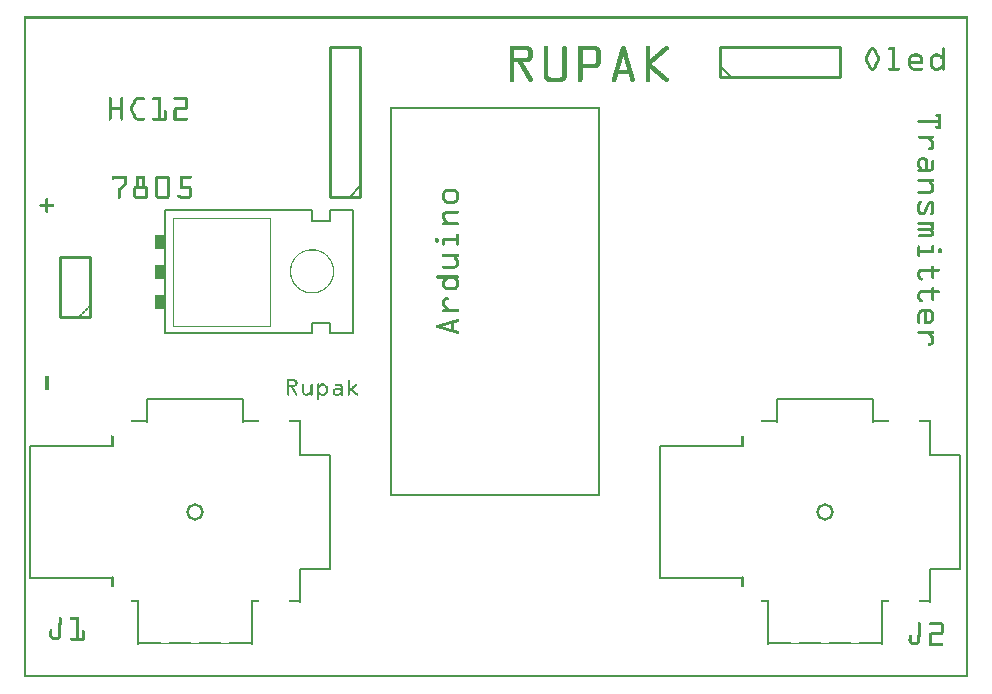
<source format=gto>
G04 MADE WITH FRITZING*
G04 WWW.FRITZING.ORG*
G04 DOUBLE SIDED*
G04 HOLES PLATED*
G04 CONTOUR ON CENTER OF CONTOUR VECTOR*
%ASAXBY*%
%FSLAX23Y23*%
%MOIN*%
%OFA0B0*%
%SFA1.0B1.0*%
%ADD10C,0.058000X0.042*%
%ADD11R,0.035000X0.050000*%
%ADD12C,0.010000*%
%ADD13C,0.005000*%
%ADD14C,0.008000*%
%ADD15C,0.006000*%
%ADD16C,0.002000*%
%ADD17R,0.001000X0.001000*%
%LNSILK1*%
G90*
G70*
G54D10*
X571Y554D03*
X2671Y554D03*
G54D11*
X454Y1254D03*
X454Y1354D03*
X454Y1454D03*
G54D12*
X1121Y1604D02*
X1121Y2104D01*
D02*
X1121Y2104D02*
X1021Y2104D01*
D02*
X1021Y2104D02*
X1021Y1604D01*
D02*
X1021Y1604D02*
X1121Y1604D01*
G54D13*
D02*
X1121Y1639D02*
X1086Y1604D01*
G54D14*
D02*
X21Y774D02*
X21Y334D01*
D02*
X1021Y744D02*
X1021Y364D01*
D02*
X1021Y744D02*
X921Y744D01*
D02*
X1021Y364D02*
X921Y364D01*
D02*
X921Y744D02*
X921Y854D01*
D02*
X921Y364D02*
X921Y254D01*
D02*
X411Y929D02*
X731Y929D01*
D02*
X411Y854D02*
X411Y929D01*
D02*
X731Y854D02*
X731Y929D01*
D02*
X21Y774D02*
X296Y774D01*
D02*
X21Y334D02*
X296Y334D01*
D02*
X381Y254D02*
X381Y114D01*
D02*
X761Y254D02*
X761Y114D01*
G54D15*
D02*
X471Y1559D02*
X471Y1149D01*
D02*
X1096Y1149D02*
X1096Y1559D01*
D02*
X471Y1149D02*
X961Y1149D01*
D02*
X961Y1149D02*
X961Y1184D01*
D02*
X961Y1184D02*
X1021Y1184D01*
D02*
X1021Y1184D02*
X1021Y1149D01*
D02*
X1021Y1149D02*
X1096Y1149D01*
D02*
X471Y1559D02*
X961Y1559D01*
D02*
X961Y1559D02*
X961Y1524D01*
D02*
X961Y1524D02*
X1021Y1524D01*
D02*
X1021Y1524D02*
X1021Y1559D01*
D02*
X1021Y1559D02*
X1096Y1559D01*
G54D16*
D02*
X496Y1534D02*
X496Y1174D01*
D02*
X821Y1174D02*
X496Y1174D01*
D02*
X821Y1174D02*
X821Y1534D01*
D02*
X496Y1534D02*
X821Y1534D01*
G54D12*
D02*
X221Y1204D02*
X221Y1404D01*
D02*
X221Y1404D02*
X121Y1404D01*
D02*
X121Y1404D02*
X121Y1204D01*
D02*
X121Y1204D02*
X221Y1204D01*
D02*
X2321Y2004D02*
X2721Y2004D01*
D02*
X2721Y2004D02*
X2721Y2104D01*
D02*
X2721Y2104D02*
X2321Y2104D01*
D02*
X2321Y2104D02*
X2321Y2004D01*
G54D13*
D02*
X2356Y2004D02*
X2321Y2039D01*
G54D14*
D02*
X2121Y774D02*
X2121Y334D01*
D02*
X3121Y744D02*
X3121Y364D01*
D02*
X3121Y744D02*
X3021Y744D01*
D02*
X3121Y364D02*
X3021Y364D01*
D02*
X3021Y744D02*
X3021Y854D01*
D02*
X3021Y364D02*
X3021Y254D01*
D02*
X2511Y929D02*
X2831Y929D01*
D02*
X2511Y854D02*
X2511Y929D01*
D02*
X2831Y854D02*
X2831Y929D01*
D02*
X2121Y774D02*
X2396Y774D01*
D02*
X2121Y334D02*
X2396Y334D01*
D02*
X2481Y254D02*
X2481Y114D01*
D02*
X2861Y254D02*
X2861Y114D01*
G54D17*
X0Y2205D02*
X3148Y2205D01*
X0Y2204D02*
X3148Y2204D01*
X0Y2203D02*
X3148Y2203D01*
X0Y2202D02*
X3148Y2202D01*
X0Y2201D02*
X3148Y2201D01*
X0Y2200D02*
X3148Y2200D01*
X0Y2199D02*
X3148Y2199D01*
X0Y2198D02*
X3148Y2198D01*
X0Y2197D02*
X7Y2197D01*
X3141Y2197D02*
X3148Y2197D01*
X0Y2196D02*
X7Y2196D01*
X3141Y2196D02*
X3148Y2196D01*
X0Y2195D02*
X7Y2195D01*
X3141Y2195D02*
X3148Y2195D01*
X0Y2194D02*
X7Y2194D01*
X3141Y2194D02*
X3148Y2194D01*
X0Y2193D02*
X7Y2193D01*
X3141Y2193D02*
X3148Y2193D01*
X0Y2192D02*
X7Y2192D01*
X3141Y2192D02*
X3148Y2192D01*
X0Y2191D02*
X7Y2191D01*
X3141Y2191D02*
X3148Y2191D01*
X0Y2190D02*
X7Y2190D01*
X3141Y2190D02*
X3148Y2190D01*
X0Y2189D02*
X7Y2189D01*
X3141Y2189D02*
X3148Y2189D01*
X0Y2188D02*
X7Y2188D01*
X3141Y2188D02*
X3148Y2188D01*
X0Y2187D02*
X7Y2187D01*
X3141Y2187D02*
X3148Y2187D01*
X0Y2186D02*
X7Y2186D01*
X3141Y2186D02*
X3148Y2186D01*
X0Y2185D02*
X7Y2185D01*
X3141Y2185D02*
X3148Y2185D01*
X0Y2184D02*
X7Y2184D01*
X3141Y2184D02*
X3148Y2184D01*
X0Y2183D02*
X7Y2183D01*
X3141Y2183D02*
X3148Y2183D01*
X0Y2182D02*
X7Y2182D01*
X3141Y2182D02*
X3148Y2182D01*
X0Y2181D02*
X7Y2181D01*
X3141Y2181D02*
X3148Y2181D01*
X0Y2180D02*
X7Y2180D01*
X3141Y2180D02*
X3148Y2180D01*
X0Y2179D02*
X7Y2179D01*
X3141Y2179D02*
X3148Y2179D01*
X0Y2178D02*
X7Y2178D01*
X3141Y2178D02*
X3148Y2178D01*
X0Y2177D02*
X7Y2177D01*
X3141Y2177D02*
X3148Y2177D01*
X0Y2176D02*
X7Y2176D01*
X3141Y2176D02*
X3148Y2176D01*
X0Y2175D02*
X7Y2175D01*
X3141Y2175D02*
X3148Y2175D01*
X0Y2174D02*
X7Y2174D01*
X3141Y2174D02*
X3148Y2174D01*
X0Y2173D02*
X7Y2173D01*
X3141Y2173D02*
X3148Y2173D01*
X0Y2172D02*
X7Y2172D01*
X3141Y2172D02*
X3148Y2172D01*
X0Y2171D02*
X7Y2171D01*
X3141Y2171D02*
X3148Y2171D01*
X0Y2170D02*
X7Y2170D01*
X3141Y2170D02*
X3148Y2170D01*
X0Y2169D02*
X7Y2169D01*
X3141Y2169D02*
X3148Y2169D01*
X0Y2168D02*
X7Y2168D01*
X3141Y2168D02*
X3148Y2168D01*
X0Y2167D02*
X7Y2167D01*
X3141Y2167D02*
X3148Y2167D01*
X0Y2166D02*
X7Y2166D01*
X3141Y2166D02*
X3148Y2166D01*
X0Y2165D02*
X7Y2165D01*
X3141Y2165D02*
X3148Y2165D01*
X0Y2164D02*
X7Y2164D01*
X3141Y2164D02*
X3148Y2164D01*
X0Y2163D02*
X7Y2163D01*
X3141Y2163D02*
X3148Y2163D01*
X0Y2162D02*
X7Y2162D01*
X3141Y2162D02*
X3148Y2162D01*
X0Y2161D02*
X7Y2161D01*
X3141Y2161D02*
X3148Y2161D01*
X0Y2160D02*
X7Y2160D01*
X3141Y2160D02*
X3148Y2160D01*
X0Y2159D02*
X7Y2159D01*
X3141Y2159D02*
X3148Y2159D01*
X0Y2158D02*
X7Y2158D01*
X3141Y2158D02*
X3148Y2158D01*
X0Y2157D02*
X7Y2157D01*
X3141Y2157D02*
X3148Y2157D01*
X0Y2156D02*
X7Y2156D01*
X3141Y2156D02*
X3148Y2156D01*
X0Y2155D02*
X7Y2155D01*
X3141Y2155D02*
X3148Y2155D01*
X0Y2154D02*
X7Y2154D01*
X3141Y2154D02*
X3148Y2154D01*
X0Y2153D02*
X7Y2153D01*
X3141Y2153D02*
X3148Y2153D01*
X0Y2152D02*
X7Y2152D01*
X3141Y2152D02*
X3148Y2152D01*
X0Y2151D02*
X7Y2151D01*
X3141Y2151D02*
X3148Y2151D01*
X0Y2150D02*
X7Y2150D01*
X3141Y2150D02*
X3148Y2150D01*
X0Y2149D02*
X7Y2149D01*
X3141Y2149D02*
X3148Y2149D01*
X0Y2148D02*
X7Y2148D01*
X3141Y2148D02*
X3148Y2148D01*
X0Y2147D02*
X7Y2147D01*
X3141Y2147D02*
X3148Y2147D01*
X0Y2146D02*
X7Y2146D01*
X3141Y2146D02*
X3148Y2146D01*
X0Y2145D02*
X7Y2145D01*
X3141Y2145D02*
X3148Y2145D01*
X0Y2144D02*
X7Y2144D01*
X3141Y2144D02*
X3148Y2144D01*
X0Y2143D02*
X7Y2143D01*
X3141Y2143D02*
X3148Y2143D01*
X0Y2142D02*
X7Y2142D01*
X3141Y2142D02*
X3148Y2142D01*
X0Y2141D02*
X7Y2141D01*
X3141Y2141D02*
X3148Y2141D01*
X0Y2140D02*
X7Y2140D01*
X3141Y2140D02*
X3148Y2140D01*
X0Y2139D02*
X7Y2139D01*
X3141Y2139D02*
X3148Y2139D01*
X0Y2138D02*
X7Y2138D01*
X3141Y2138D02*
X3148Y2138D01*
X0Y2137D02*
X7Y2137D01*
X3141Y2137D02*
X3148Y2137D01*
X0Y2136D02*
X7Y2136D01*
X3141Y2136D02*
X3148Y2136D01*
X0Y2135D02*
X7Y2135D01*
X3141Y2135D02*
X3148Y2135D01*
X0Y2134D02*
X7Y2134D01*
X3141Y2134D02*
X3148Y2134D01*
X0Y2133D02*
X7Y2133D01*
X3141Y2133D02*
X3148Y2133D01*
X0Y2132D02*
X7Y2132D01*
X3141Y2132D02*
X3148Y2132D01*
X0Y2131D02*
X7Y2131D01*
X3141Y2131D02*
X3148Y2131D01*
X0Y2130D02*
X7Y2130D01*
X3141Y2130D02*
X3148Y2130D01*
X0Y2129D02*
X7Y2129D01*
X3141Y2129D02*
X3148Y2129D01*
X0Y2128D02*
X7Y2128D01*
X3141Y2128D02*
X3148Y2128D01*
X0Y2127D02*
X7Y2127D01*
X3141Y2127D02*
X3148Y2127D01*
X0Y2126D02*
X7Y2126D01*
X3141Y2126D02*
X3148Y2126D01*
X0Y2125D02*
X7Y2125D01*
X3141Y2125D02*
X3148Y2125D01*
X0Y2124D02*
X7Y2124D01*
X3141Y2124D02*
X3148Y2124D01*
X0Y2123D02*
X7Y2123D01*
X3141Y2123D02*
X3148Y2123D01*
X0Y2122D02*
X7Y2122D01*
X3141Y2122D02*
X3148Y2122D01*
X0Y2121D02*
X7Y2121D01*
X3141Y2121D02*
X3148Y2121D01*
X0Y2120D02*
X7Y2120D01*
X3141Y2120D02*
X3148Y2120D01*
X0Y2119D02*
X7Y2119D01*
X3141Y2119D02*
X3148Y2119D01*
X0Y2118D02*
X7Y2118D01*
X3141Y2118D02*
X3148Y2118D01*
X0Y2117D02*
X7Y2117D01*
X3141Y2117D02*
X3148Y2117D01*
X0Y2116D02*
X7Y2116D01*
X3141Y2116D02*
X3148Y2116D01*
X0Y2115D02*
X7Y2115D01*
X3141Y2115D02*
X3148Y2115D01*
X0Y2114D02*
X7Y2114D01*
X3141Y2114D02*
X3148Y2114D01*
X0Y2113D02*
X7Y2113D01*
X3141Y2113D02*
X3148Y2113D01*
X0Y2112D02*
X7Y2112D01*
X3141Y2112D02*
X3148Y2112D01*
X0Y2111D02*
X7Y2111D01*
X3141Y2111D02*
X3148Y2111D01*
X0Y2110D02*
X7Y2110D01*
X3141Y2110D02*
X3148Y2110D01*
X0Y2109D02*
X7Y2109D01*
X3141Y2109D02*
X3148Y2109D01*
X0Y2108D02*
X7Y2108D01*
X3141Y2108D02*
X3148Y2108D01*
X0Y2107D02*
X7Y2107D01*
X1620Y2107D02*
X1677Y2107D01*
X1739Y2107D02*
X1743Y2107D01*
X1801Y2107D02*
X1805Y2107D01*
X1847Y2107D02*
X1904Y2107D01*
X1997Y2107D02*
X2000Y2107D01*
X2079Y2107D02*
X2082Y2107D01*
X2141Y2107D02*
X2144Y2107D01*
X3141Y2107D02*
X3148Y2107D01*
X0Y2106D02*
X7Y2106D01*
X1620Y2106D02*
X1681Y2106D01*
X1737Y2106D02*
X1745Y2106D01*
X1799Y2106D02*
X1807Y2106D01*
X1847Y2106D02*
X1908Y2106D01*
X1995Y2106D02*
X2002Y2106D01*
X2077Y2106D02*
X2084Y2106D01*
X2139Y2106D02*
X2147Y2106D01*
X3141Y2106D02*
X3148Y2106D01*
X0Y2105D02*
X7Y2105D01*
X1620Y2105D02*
X1684Y2105D01*
X1736Y2105D02*
X1746Y2105D01*
X1798Y2105D02*
X1808Y2105D01*
X1847Y2105D02*
X1910Y2105D01*
X1993Y2105D02*
X2004Y2105D01*
X2076Y2105D02*
X2086Y2105D01*
X2138Y2105D02*
X2148Y2105D01*
X3141Y2105D02*
X3148Y2105D01*
X0Y2104D02*
X7Y2104D01*
X1620Y2104D02*
X1685Y2104D01*
X1735Y2104D02*
X1747Y2104D01*
X1797Y2104D02*
X1809Y2104D01*
X1847Y2104D02*
X1912Y2104D01*
X1993Y2104D02*
X2004Y2104D01*
X2075Y2104D02*
X2087Y2104D01*
X2136Y2104D02*
X2149Y2104D01*
X3141Y2104D02*
X3148Y2104D01*
X0Y2103D02*
X7Y2103D01*
X1620Y2103D02*
X1687Y2103D01*
X1734Y2103D02*
X1747Y2103D01*
X1797Y2103D02*
X1810Y2103D01*
X1847Y2103D02*
X1914Y2103D01*
X1992Y2103D02*
X2005Y2103D01*
X2074Y2103D02*
X2087Y2103D01*
X2135Y2103D02*
X2149Y2103D01*
X3141Y2103D02*
X3148Y2103D01*
X0Y2102D02*
X7Y2102D01*
X1620Y2102D02*
X1688Y2102D01*
X1734Y2102D02*
X1748Y2102D01*
X1796Y2102D02*
X1810Y2102D01*
X1847Y2102D02*
X1915Y2102D01*
X1992Y2102D02*
X2005Y2102D01*
X2074Y2102D02*
X2088Y2102D01*
X2134Y2102D02*
X2150Y2102D01*
X2827Y2102D02*
X2831Y2102D01*
X2885Y2102D02*
X2902Y2102D01*
X3064Y2102D02*
X3066Y2102D01*
X3141Y2102D02*
X3148Y2102D01*
X0Y2101D02*
X7Y2101D01*
X1620Y2101D02*
X1689Y2101D01*
X1734Y2101D02*
X1748Y2101D01*
X1796Y2101D02*
X1810Y2101D01*
X1847Y2101D02*
X1916Y2101D01*
X1991Y2101D02*
X2006Y2101D01*
X2073Y2101D02*
X2088Y2101D01*
X2133Y2101D02*
X2150Y2101D01*
X2824Y2101D02*
X2834Y2101D01*
X2883Y2101D02*
X2904Y2101D01*
X3063Y2101D02*
X3068Y2101D01*
X3141Y2101D02*
X3148Y2101D01*
X0Y2100D02*
X7Y2100D01*
X1620Y2100D02*
X1690Y2100D01*
X1734Y2100D02*
X1748Y2100D01*
X1796Y2100D02*
X1811Y2100D01*
X1847Y2100D02*
X1917Y2100D01*
X1991Y2100D02*
X2006Y2100D01*
X2073Y2100D02*
X2088Y2100D01*
X2132Y2100D02*
X2150Y2100D01*
X2822Y2100D02*
X2835Y2100D01*
X2882Y2100D02*
X2905Y2100D01*
X3062Y2100D02*
X3069Y2100D01*
X3141Y2100D02*
X3148Y2100D01*
X0Y2099D02*
X7Y2099D01*
X1620Y2099D02*
X1691Y2099D01*
X1734Y2099D02*
X1748Y2099D01*
X1796Y2099D02*
X1811Y2099D01*
X1847Y2099D02*
X1918Y2099D01*
X1991Y2099D02*
X2006Y2099D01*
X2073Y2099D02*
X2088Y2099D01*
X2131Y2099D02*
X2150Y2099D01*
X2821Y2099D02*
X2837Y2099D01*
X2882Y2099D02*
X2905Y2099D01*
X3061Y2099D02*
X3070Y2099D01*
X3141Y2099D02*
X3148Y2099D01*
X0Y2098D02*
X7Y2098D01*
X1620Y2098D02*
X1692Y2098D01*
X1734Y2098D02*
X1748Y2098D01*
X1796Y2098D02*
X1811Y2098D01*
X1847Y2098D02*
X1919Y2098D01*
X1990Y2098D02*
X2007Y2098D01*
X2073Y2098D02*
X2088Y2098D01*
X2129Y2098D02*
X2150Y2098D01*
X2820Y2098D02*
X2838Y2098D01*
X2882Y2098D02*
X2905Y2098D01*
X3061Y2098D02*
X3070Y2098D01*
X3141Y2098D02*
X3148Y2098D01*
X0Y2097D02*
X7Y2097D01*
X1620Y2097D02*
X1693Y2097D01*
X1734Y2097D02*
X1748Y2097D01*
X1796Y2097D02*
X1811Y2097D01*
X1847Y2097D02*
X1920Y2097D01*
X1990Y2097D02*
X2007Y2097D01*
X2073Y2097D02*
X2088Y2097D01*
X2128Y2097D02*
X2150Y2097D01*
X2819Y2097D02*
X2839Y2097D01*
X2882Y2097D02*
X2905Y2097D01*
X3061Y2097D02*
X3070Y2097D01*
X3141Y2097D02*
X3148Y2097D01*
X0Y2096D02*
X7Y2096D01*
X1620Y2096D02*
X1694Y2096D01*
X1734Y2096D02*
X1748Y2096D01*
X1796Y2096D02*
X1811Y2096D01*
X1847Y2096D02*
X1920Y2096D01*
X1990Y2096D02*
X2007Y2096D01*
X2073Y2096D02*
X2088Y2096D01*
X2127Y2096D02*
X2150Y2096D01*
X2818Y2096D02*
X2839Y2096D01*
X2882Y2096D02*
X2905Y2096D01*
X3061Y2096D02*
X3070Y2096D01*
X3141Y2096D02*
X3148Y2096D01*
X0Y2095D02*
X7Y2095D01*
X1620Y2095D02*
X1694Y2095D01*
X1734Y2095D02*
X1748Y2095D01*
X1796Y2095D02*
X1811Y2095D01*
X1847Y2095D02*
X1921Y2095D01*
X1989Y2095D02*
X2008Y2095D01*
X2073Y2095D02*
X2088Y2095D01*
X2126Y2095D02*
X2149Y2095D01*
X2817Y2095D02*
X2840Y2095D01*
X2882Y2095D02*
X2905Y2095D01*
X3061Y2095D02*
X3070Y2095D01*
X3141Y2095D02*
X3148Y2095D01*
X0Y2094D02*
X7Y2094D01*
X1620Y2094D02*
X1695Y2094D01*
X1734Y2094D02*
X1748Y2094D01*
X1796Y2094D02*
X1811Y2094D01*
X1847Y2094D02*
X1921Y2094D01*
X1989Y2094D02*
X2008Y2094D01*
X2073Y2094D02*
X2088Y2094D01*
X2125Y2094D02*
X2148Y2094D01*
X2817Y2094D02*
X2840Y2094D01*
X2883Y2094D02*
X2905Y2094D01*
X3061Y2094D02*
X3070Y2094D01*
X3141Y2094D02*
X3148Y2094D01*
X0Y2093D02*
X7Y2093D01*
X1620Y2093D02*
X1695Y2093D01*
X1734Y2093D02*
X1748Y2093D01*
X1796Y2093D02*
X1811Y2093D01*
X1847Y2093D02*
X1922Y2093D01*
X1989Y2093D02*
X2008Y2093D01*
X2073Y2093D02*
X2088Y2093D01*
X2124Y2093D02*
X2147Y2093D01*
X2816Y2093D02*
X2841Y2093D01*
X2884Y2093D02*
X2905Y2093D01*
X3061Y2093D02*
X3070Y2093D01*
X3141Y2093D02*
X3148Y2093D01*
X0Y2092D02*
X7Y2092D01*
X1620Y2092D02*
X1696Y2092D01*
X1734Y2092D02*
X1748Y2092D01*
X1796Y2092D02*
X1811Y2092D01*
X1847Y2092D02*
X1922Y2092D01*
X1989Y2092D02*
X2008Y2092D01*
X2073Y2092D02*
X2088Y2092D01*
X2122Y2092D02*
X2146Y2092D01*
X2816Y2092D02*
X2827Y2092D01*
X2830Y2092D02*
X2841Y2092D01*
X2896Y2092D02*
X2905Y2092D01*
X3061Y2092D02*
X3070Y2092D01*
X3141Y2092D02*
X3148Y2092D01*
X0Y2091D02*
X7Y2091D01*
X1620Y2091D02*
X1635Y2091D01*
X1677Y2091D02*
X1696Y2091D01*
X1734Y2091D02*
X1748Y2091D01*
X1796Y2091D02*
X1811Y2091D01*
X1847Y2091D02*
X1862Y2091D01*
X1904Y2091D02*
X1923Y2091D01*
X1988Y2091D02*
X2009Y2091D01*
X2073Y2091D02*
X2088Y2091D01*
X2121Y2091D02*
X2145Y2091D01*
X2815Y2091D02*
X2826Y2091D01*
X2831Y2091D02*
X2842Y2091D01*
X2896Y2091D02*
X2905Y2091D01*
X3061Y2091D02*
X3070Y2091D01*
X3141Y2091D02*
X3148Y2091D01*
X0Y2090D02*
X7Y2090D01*
X1620Y2090D02*
X1635Y2090D01*
X1679Y2090D02*
X1696Y2090D01*
X1734Y2090D02*
X1748Y2090D01*
X1796Y2090D02*
X1811Y2090D01*
X1847Y2090D02*
X1862Y2090D01*
X1906Y2090D02*
X1923Y2090D01*
X1988Y2090D02*
X2009Y2090D01*
X2073Y2090D02*
X2088Y2090D01*
X2120Y2090D02*
X2144Y2090D01*
X2815Y2090D02*
X2825Y2090D01*
X2832Y2090D02*
X2842Y2090D01*
X2896Y2090D02*
X2905Y2090D01*
X3061Y2090D02*
X3070Y2090D01*
X3141Y2090D02*
X3148Y2090D01*
X0Y2089D02*
X7Y2089D01*
X1620Y2089D02*
X1635Y2089D01*
X1680Y2089D02*
X1697Y2089D01*
X1734Y2089D02*
X1748Y2089D01*
X1796Y2089D02*
X1811Y2089D01*
X1847Y2089D02*
X1862Y2089D01*
X1907Y2089D02*
X1923Y2089D01*
X1988Y2089D02*
X2009Y2089D01*
X2073Y2089D02*
X2088Y2089D01*
X2119Y2089D02*
X2142Y2089D01*
X2814Y2089D02*
X2825Y2089D01*
X2832Y2089D02*
X2843Y2089D01*
X2896Y2089D02*
X2905Y2089D01*
X3061Y2089D02*
X3070Y2089D01*
X3141Y2089D02*
X3148Y2089D01*
X0Y2088D02*
X7Y2088D01*
X1620Y2088D02*
X1635Y2088D01*
X1681Y2088D02*
X1697Y2088D01*
X1734Y2088D02*
X1748Y2088D01*
X1796Y2088D02*
X1811Y2088D01*
X1847Y2088D02*
X1862Y2088D01*
X1908Y2088D02*
X1923Y2088D01*
X1987Y2088D02*
X2010Y2088D01*
X2073Y2088D02*
X2088Y2088D01*
X2118Y2088D02*
X2141Y2088D01*
X2814Y2088D02*
X2824Y2088D01*
X2833Y2088D02*
X2843Y2088D01*
X2896Y2088D02*
X2905Y2088D01*
X3061Y2088D02*
X3070Y2088D01*
X3141Y2088D02*
X3148Y2088D01*
X0Y2087D02*
X7Y2087D01*
X1620Y2087D02*
X1635Y2087D01*
X1682Y2087D02*
X1697Y2087D01*
X1734Y2087D02*
X1748Y2087D01*
X1796Y2087D02*
X1811Y2087D01*
X1847Y2087D02*
X1862Y2087D01*
X1908Y2087D02*
X1924Y2087D01*
X1987Y2087D02*
X2010Y2087D01*
X2073Y2087D02*
X2088Y2087D01*
X2117Y2087D02*
X2140Y2087D01*
X2813Y2087D02*
X2824Y2087D01*
X2834Y2087D02*
X2844Y2087D01*
X2896Y2087D02*
X2905Y2087D01*
X3061Y2087D02*
X3070Y2087D01*
X3141Y2087D02*
X3148Y2087D01*
X0Y2086D02*
X7Y2086D01*
X1620Y2086D02*
X1635Y2086D01*
X1682Y2086D02*
X1697Y2086D01*
X1734Y2086D02*
X1748Y2086D01*
X1796Y2086D02*
X1811Y2086D01*
X1847Y2086D02*
X1862Y2086D01*
X1909Y2086D02*
X1924Y2086D01*
X1987Y2086D02*
X2010Y2086D01*
X2073Y2086D02*
X2088Y2086D01*
X2115Y2086D02*
X2139Y2086D01*
X2813Y2086D02*
X2823Y2086D01*
X2834Y2086D02*
X2844Y2086D01*
X2896Y2086D02*
X2905Y2086D01*
X3061Y2086D02*
X3070Y2086D01*
X3141Y2086D02*
X3148Y2086D01*
X0Y2085D02*
X7Y2085D01*
X1620Y2085D02*
X1635Y2085D01*
X1682Y2085D02*
X1697Y2085D01*
X1734Y2085D02*
X1748Y2085D01*
X1796Y2085D02*
X1811Y2085D01*
X1847Y2085D02*
X1862Y2085D01*
X1909Y2085D02*
X1924Y2085D01*
X1986Y2085D02*
X2010Y2085D01*
X2073Y2085D02*
X2088Y2085D01*
X2114Y2085D02*
X2138Y2085D01*
X2812Y2085D02*
X2823Y2085D01*
X2835Y2085D02*
X2845Y2085D01*
X2896Y2085D02*
X2905Y2085D01*
X3061Y2085D02*
X3070Y2085D01*
X3141Y2085D02*
X3148Y2085D01*
X0Y2084D02*
X7Y2084D01*
X1620Y2084D02*
X1635Y2084D01*
X1682Y2084D02*
X1697Y2084D01*
X1734Y2084D02*
X1748Y2084D01*
X1796Y2084D02*
X1811Y2084D01*
X1847Y2084D02*
X1862Y2084D01*
X1909Y2084D02*
X1924Y2084D01*
X1986Y2084D02*
X2011Y2084D01*
X2073Y2084D02*
X2088Y2084D01*
X2113Y2084D02*
X2136Y2084D01*
X2812Y2084D02*
X2822Y2084D01*
X2835Y2084D02*
X2845Y2084D01*
X2896Y2084D02*
X2905Y2084D01*
X3061Y2084D02*
X3070Y2084D01*
X3141Y2084D02*
X3148Y2084D01*
X0Y2083D02*
X7Y2083D01*
X1620Y2083D02*
X1635Y2083D01*
X1682Y2083D02*
X1697Y2083D01*
X1734Y2083D02*
X1748Y2083D01*
X1796Y2083D02*
X1811Y2083D01*
X1847Y2083D02*
X1862Y2083D01*
X1909Y2083D02*
X1924Y2083D01*
X1986Y2083D02*
X2011Y2083D01*
X2073Y2083D02*
X2088Y2083D01*
X2112Y2083D02*
X2135Y2083D01*
X2811Y2083D02*
X2822Y2083D01*
X2836Y2083D02*
X2846Y2083D01*
X2896Y2083D02*
X2905Y2083D01*
X3061Y2083D02*
X3070Y2083D01*
X3141Y2083D02*
X3148Y2083D01*
X0Y2082D02*
X7Y2082D01*
X1620Y2082D02*
X1635Y2082D01*
X1682Y2082D02*
X1697Y2082D01*
X1734Y2082D02*
X1748Y2082D01*
X1796Y2082D02*
X1811Y2082D01*
X1847Y2082D02*
X1862Y2082D01*
X1909Y2082D02*
X1924Y2082D01*
X1986Y2082D02*
X2011Y2082D01*
X2073Y2082D02*
X2088Y2082D01*
X2111Y2082D02*
X2134Y2082D01*
X2811Y2082D02*
X2821Y2082D01*
X2836Y2082D02*
X2846Y2082D01*
X2896Y2082D02*
X2905Y2082D01*
X3061Y2082D02*
X3070Y2082D01*
X3141Y2082D02*
X3148Y2082D01*
X0Y2081D02*
X7Y2081D01*
X1620Y2081D02*
X1635Y2081D01*
X1682Y2081D02*
X1697Y2081D01*
X1734Y2081D02*
X1748Y2081D01*
X1796Y2081D02*
X1811Y2081D01*
X1847Y2081D02*
X1862Y2081D01*
X1909Y2081D02*
X1924Y2081D01*
X1985Y2081D02*
X2012Y2081D01*
X2073Y2081D02*
X2088Y2081D01*
X2110Y2081D02*
X2133Y2081D01*
X2810Y2081D02*
X2821Y2081D01*
X2837Y2081D02*
X2847Y2081D01*
X2896Y2081D02*
X2905Y2081D01*
X2967Y2081D02*
X2980Y2081D01*
X3039Y2081D02*
X3047Y2081D01*
X3061Y2081D02*
X3070Y2081D01*
X3141Y2081D02*
X3148Y2081D01*
X0Y2080D02*
X7Y2080D01*
X1620Y2080D02*
X1635Y2080D01*
X1682Y2080D02*
X1697Y2080D01*
X1734Y2080D02*
X1748Y2080D01*
X1796Y2080D02*
X1811Y2080D01*
X1847Y2080D02*
X1862Y2080D01*
X1909Y2080D02*
X1924Y2080D01*
X1985Y2080D02*
X2012Y2080D01*
X2073Y2080D02*
X2088Y2080D01*
X2108Y2080D02*
X2132Y2080D01*
X2810Y2080D02*
X2820Y2080D01*
X2837Y2080D02*
X2847Y2080D01*
X2896Y2080D02*
X2905Y2080D01*
X2962Y2080D02*
X2985Y2080D01*
X3034Y2080D02*
X3052Y2080D01*
X3061Y2080D02*
X3070Y2080D01*
X3141Y2080D02*
X3148Y2080D01*
X0Y2079D02*
X7Y2079D01*
X1620Y2079D02*
X1635Y2079D01*
X1682Y2079D02*
X1697Y2079D01*
X1734Y2079D02*
X1748Y2079D01*
X1796Y2079D02*
X1811Y2079D01*
X1847Y2079D02*
X1862Y2079D01*
X1909Y2079D02*
X1924Y2079D01*
X1985Y2079D02*
X2012Y2079D01*
X2073Y2079D02*
X2088Y2079D01*
X2107Y2079D02*
X2131Y2079D01*
X2809Y2079D02*
X2820Y2079D01*
X2838Y2079D02*
X2848Y2079D01*
X2896Y2079D02*
X2905Y2079D01*
X2960Y2079D02*
X2987Y2079D01*
X3032Y2079D02*
X3054Y2079D01*
X3061Y2079D02*
X3070Y2079D01*
X3141Y2079D02*
X3148Y2079D01*
X0Y2078D02*
X7Y2078D01*
X1620Y2078D02*
X1635Y2078D01*
X1682Y2078D02*
X1697Y2078D01*
X1734Y2078D02*
X1748Y2078D01*
X1796Y2078D02*
X1811Y2078D01*
X1847Y2078D02*
X1862Y2078D01*
X1909Y2078D02*
X1924Y2078D01*
X1984Y2078D02*
X2012Y2078D01*
X2073Y2078D02*
X2088Y2078D01*
X2106Y2078D02*
X2129Y2078D01*
X2809Y2078D02*
X2819Y2078D01*
X2838Y2078D02*
X2848Y2078D01*
X2896Y2078D02*
X2905Y2078D01*
X2958Y2078D02*
X2988Y2078D01*
X3031Y2078D02*
X3055Y2078D01*
X3061Y2078D02*
X3070Y2078D01*
X3141Y2078D02*
X3148Y2078D01*
X0Y2077D02*
X7Y2077D01*
X1620Y2077D02*
X1635Y2077D01*
X1682Y2077D02*
X1697Y2077D01*
X1734Y2077D02*
X1748Y2077D01*
X1796Y2077D02*
X1811Y2077D01*
X1847Y2077D02*
X1862Y2077D01*
X1909Y2077D02*
X1924Y2077D01*
X1984Y2077D02*
X2013Y2077D01*
X2073Y2077D02*
X2088Y2077D01*
X2105Y2077D02*
X2128Y2077D01*
X2808Y2077D02*
X2819Y2077D01*
X2839Y2077D02*
X2849Y2077D01*
X2896Y2077D02*
X2905Y2077D01*
X2957Y2077D02*
X2989Y2077D01*
X3029Y2077D02*
X3057Y2077D01*
X3061Y2077D02*
X3070Y2077D01*
X3141Y2077D02*
X3148Y2077D01*
X0Y2076D02*
X7Y2076D01*
X1620Y2076D02*
X1635Y2076D01*
X1682Y2076D02*
X1697Y2076D01*
X1734Y2076D02*
X1748Y2076D01*
X1796Y2076D02*
X1811Y2076D01*
X1847Y2076D02*
X1862Y2076D01*
X1909Y2076D02*
X1924Y2076D01*
X1984Y2076D02*
X2013Y2076D01*
X2073Y2076D02*
X2088Y2076D01*
X2104Y2076D02*
X2127Y2076D01*
X2808Y2076D02*
X2818Y2076D01*
X2839Y2076D02*
X2849Y2076D01*
X2896Y2076D02*
X2905Y2076D01*
X2956Y2076D02*
X2991Y2076D01*
X3028Y2076D02*
X3058Y2076D01*
X3061Y2076D02*
X3070Y2076D01*
X3141Y2076D02*
X3148Y2076D01*
X0Y2075D02*
X7Y2075D01*
X1620Y2075D02*
X1635Y2075D01*
X1682Y2075D02*
X1697Y2075D01*
X1734Y2075D02*
X1748Y2075D01*
X1796Y2075D02*
X1811Y2075D01*
X1847Y2075D02*
X1862Y2075D01*
X1909Y2075D02*
X1924Y2075D01*
X1984Y2075D02*
X2013Y2075D01*
X2073Y2075D02*
X2088Y2075D01*
X2103Y2075D02*
X2126Y2075D01*
X2807Y2075D02*
X2818Y2075D01*
X2840Y2075D02*
X2850Y2075D01*
X2896Y2075D02*
X2905Y2075D01*
X2955Y2075D02*
X2992Y2075D01*
X3027Y2075D02*
X3059Y2075D01*
X3061Y2075D02*
X3070Y2075D01*
X3141Y2075D02*
X3148Y2075D01*
X0Y2074D02*
X7Y2074D01*
X1620Y2074D02*
X1635Y2074D01*
X1682Y2074D02*
X1697Y2074D01*
X1734Y2074D02*
X1748Y2074D01*
X1796Y2074D02*
X1811Y2074D01*
X1847Y2074D02*
X1862Y2074D01*
X1909Y2074D02*
X1924Y2074D01*
X1983Y2074D02*
X2014Y2074D01*
X2073Y2074D02*
X2088Y2074D01*
X2101Y2074D02*
X2125Y2074D01*
X2807Y2074D02*
X2817Y2074D01*
X2840Y2074D02*
X2850Y2074D01*
X2896Y2074D02*
X2905Y2074D01*
X2954Y2074D02*
X2993Y2074D01*
X3026Y2074D02*
X3070Y2074D01*
X3141Y2074D02*
X3148Y2074D01*
X0Y2073D02*
X7Y2073D01*
X1620Y2073D02*
X1635Y2073D01*
X1682Y2073D02*
X1697Y2073D01*
X1734Y2073D02*
X1748Y2073D01*
X1796Y2073D02*
X1811Y2073D01*
X1847Y2073D02*
X1862Y2073D01*
X1909Y2073D02*
X1924Y2073D01*
X1983Y2073D02*
X2014Y2073D01*
X2073Y2073D02*
X2088Y2073D01*
X2100Y2073D02*
X2124Y2073D01*
X2806Y2073D02*
X2817Y2073D01*
X2841Y2073D02*
X2851Y2073D01*
X2896Y2073D02*
X2905Y2073D01*
X2953Y2073D02*
X2994Y2073D01*
X3025Y2073D02*
X3070Y2073D01*
X3141Y2073D02*
X3148Y2073D01*
X0Y2072D02*
X7Y2072D01*
X1620Y2072D02*
X1635Y2072D01*
X1682Y2072D02*
X1697Y2072D01*
X1734Y2072D02*
X1748Y2072D01*
X1796Y2072D02*
X1811Y2072D01*
X1847Y2072D02*
X1862Y2072D01*
X1909Y2072D02*
X1924Y2072D01*
X1983Y2072D02*
X2014Y2072D01*
X2073Y2072D02*
X2088Y2072D01*
X2099Y2072D02*
X2122Y2072D01*
X2806Y2072D02*
X2816Y2072D01*
X2841Y2072D02*
X2851Y2072D01*
X2896Y2072D02*
X2905Y2072D01*
X2952Y2072D02*
X2995Y2072D01*
X3024Y2072D02*
X3070Y2072D01*
X3141Y2072D02*
X3148Y2072D01*
X0Y2071D02*
X7Y2071D01*
X1620Y2071D02*
X1635Y2071D01*
X1681Y2071D02*
X1697Y2071D01*
X1734Y2071D02*
X1748Y2071D01*
X1796Y2071D02*
X1811Y2071D01*
X1847Y2071D02*
X1862Y2071D01*
X1909Y2071D02*
X1924Y2071D01*
X1982Y2071D02*
X2015Y2071D01*
X2073Y2071D02*
X2088Y2071D01*
X2098Y2071D02*
X2121Y2071D01*
X2806Y2071D02*
X2816Y2071D01*
X2842Y2071D02*
X2852Y2071D01*
X2896Y2071D02*
X2905Y2071D01*
X2951Y2071D02*
X2995Y2071D01*
X3023Y2071D02*
X3070Y2071D01*
X3141Y2071D02*
X3148Y2071D01*
X0Y2070D02*
X7Y2070D01*
X1620Y2070D02*
X1635Y2070D01*
X1680Y2070D02*
X1697Y2070D01*
X1734Y2070D02*
X1748Y2070D01*
X1796Y2070D02*
X1811Y2070D01*
X1847Y2070D02*
X1862Y2070D01*
X1909Y2070D02*
X1924Y2070D01*
X1982Y2070D02*
X2015Y2070D01*
X2073Y2070D02*
X2088Y2070D01*
X2097Y2070D02*
X2120Y2070D01*
X2805Y2070D02*
X2815Y2070D01*
X2842Y2070D02*
X2852Y2070D01*
X2896Y2070D02*
X2905Y2070D01*
X2951Y2070D02*
X2964Y2070D01*
X2983Y2070D02*
X2996Y2070D01*
X3023Y2070D02*
X3036Y2070D01*
X3050Y2070D02*
X3070Y2070D01*
X3141Y2070D02*
X3148Y2070D01*
X0Y2069D02*
X7Y2069D01*
X1620Y2069D02*
X1635Y2069D01*
X1679Y2069D02*
X1696Y2069D01*
X1734Y2069D02*
X1748Y2069D01*
X1796Y2069D02*
X1811Y2069D01*
X1847Y2069D02*
X1862Y2069D01*
X1909Y2069D02*
X1924Y2069D01*
X1982Y2069D02*
X1997Y2069D01*
X2000Y2069D02*
X2015Y2069D01*
X2073Y2069D02*
X2088Y2069D01*
X2096Y2069D02*
X2119Y2069D01*
X2805Y2069D02*
X2815Y2069D01*
X2843Y2069D02*
X2852Y2069D01*
X2896Y2069D02*
X2905Y2069D01*
X2950Y2069D02*
X2962Y2069D01*
X2985Y2069D02*
X2996Y2069D01*
X3022Y2069D02*
X3035Y2069D01*
X3051Y2069D02*
X3070Y2069D01*
X3141Y2069D02*
X3148Y2069D01*
X0Y2068D02*
X7Y2068D01*
X1620Y2068D02*
X1635Y2068D01*
X1677Y2068D02*
X1696Y2068D01*
X1734Y2068D02*
X1748Y2068D01*
X1796Y2068D02*
X1811Y2068D01*
X1847Y2068D02*
X1862Y2068D01*
X1909Y2068D02*
X1924Y2068D01*
X1981Y2068D02*
X1997Y2068D01*
X2000Y2068D02*
X2015Y2068D01*
X2073Y2068D02*
X2088Y2068D01*
X2094Y2068D02*
X2118Y2068D01*
X2805Y2068D02*
X2814Y2068D01*
X2843Y2068D02*
X2853Y2068D01*
X2896Y2068D02*
X2905Y2068D01*
X2950Y2068D02*
X2961Y2068D01*
X2986Y2068D02*
X2997Y2068D01*
X3022Y2068D02*
X3033Y2068D01*
X3053Y2068D02*
X3070Y2068D01*
X3141Y2068D02*
X3148Y2068D01*
X0Y2067D02*
X7Y2067D01*
X1620Y2067D02*
X1696Y2067D01*
X1734Y2067D02*
X1748Y2067D01*
X1796Y2067D02*
X1811Y2067D01*
X1847Y2067D02*
X1862Y2067D01*
X1909Y2067D02*
X1924Y2067D01*
X1981Y2067D02*
X1997Y2067D01*
X2000Y2067D02*
X2016Y2067D01*
X2073Y2067D02*
X2088Y2067D01*
X2093Y2067D02*
X2117Y2067D01*
X2805Y2067D02*
X2814Y2067D01*
X2843Y2067D02*
X2853Y2067D01*
X2896Y2067D02*
X2905Y2067D01*
X2950Y2067D02*
X2960Y2067D01*
X2987Y2067D02*
X2997Y2067D01*
X3022Y2067D02*
X3032Y2067D01*
X3054Y2067D02*
X3070Y2067D01*
X3141Y2067D02*
X3148Y2067D01*
X0Y2066D02*
X7Y2066D01*
X1620Y2066D02*
X1695Y2066D01*
X1734Y2066D02*
X1748Y2066D01*
X1796Y2066D02*
X1811Y2066D01*
X1847Y2066D02*
X1862Y2066D01*
X1909Y2066D02*
X1924Y2066D01*
X1981Y2066D02*
X1996Y2066D01*
X2000Y2066D02*
X2016Y2066D01*
X2073Y2066D02*
X2088Y2066D01*
X2092Y2066D02*
X2115Y2066D01*
X2804Y2066D02*
X2814Y2066D01*
X2844Y2066D02*
X2853Y2066D01*
X2896Y2066D02*
X2905Y2066D01*
X2949Y2066D02*
X2959Y2066D01*
X2988Y2066D02*
X2997Y2066D01*
X3021Y2066D02*
X3031Y2066D01*
X3055Y2066D02*
X3070Y2066D01*
X3141Y2066D02*
X3148Y2066D01*
X0Y2065D02*
X7Y2065D01*
X1620Y2065D02*
X1695Y2065D01*
X1734Y2065D02*
X1748Y2065D01*
X1796Y2065D02*
X1811Y2065D01*
X1847Y2065D02*
X1862Y2065D01*
X1909Y2065D02*
X1924Y2065D01*
X1981Y2065D02*
X1996Y2065D01*
X2001Y2065D02*
X2016Y2065D01*
X2073Y2065D02*
X2088Y2065D01*
X2091Y2065D02*
X2114Y2065D01*
X2804Y2065D02*
X2814Y2065D01*
X2844Y2065D02*
X2853Y2065D01*
X2896Y2065D02*
X2905Y2065D01*
X2949Y2065D02*
X2958Y2065D01*
X2988Y2065D02*
X2997Y2065D01*
X3021Y2065D02*
X3031Y2065D01*
X3056Y2065D02*
X3070Y2065D01*
X3141Y2065D02*
X3148Y2065D01*
X0Y2064D02*
X7Y2064D01*
X1620Y2064D02*
X1694Y2064D01*
X1734Y2064D02*
X1748Y2064D01*
X1796Y2064D02*
X1811Y2064D01*
X1847Y2064D02*
X1862Y2064D01*
X1909Y2064D02*
X1924Y2064D01*
X1980Y2064D02*
X1996Y2064D01*
X2001Y2064D02*
X2017Y2064D01*
X2073Y2064D02*
X2088Y2064D01*
X2090Y2064D02*
X2113Y2064D01*
X2804Y2064D02*
X2813Y2064D01*
X2844Y2064D02*
X2853Y2064D01*
X2896Y2064D02*
X2905Y2064D01*
X2949Y2064D02*
X2958Y2064D01*
X2988Y2064D02*
X2998Y2064D01*
X3021Y2064D02*
X3030Y2064D01*
X3057Y2064D02*
X3070Y2064D01*
X3141Y2064D02*
X3148Y2064D01*
X0Y2063D02*
X7Y2063D01*
X1620Y2063D02*
X1694Y2063D01*
X1734Y2063D02*
X1748Y2063D01*
X1796Y2063D02*
X1811Y2063D01*
X1847Y2063D02*
X1862Y2063D01*
X1909Y2063D02*
X1924Y2063D01*
X1980Y2063D02*
X1996Y2063D01*
X2001Y2063D02*
X2017Y2063D01*
X2073Y2063D02*
X2112Y2063D01*
X2804Y2063D02*
X2813Y2063D01*
X2844Y2063D02*
X2853Y2063D01*
X2896Y2063D02*
X2905Y2063D01*
X2949Y2063D02*
X2958Y2063D01*
X2989Y2063D02*
X2998Y2063D01*
X3021Y2063D02*
X3030Y2063D01*
X3058Y2063D02*
X3070Y2063D01*
X3141Y2063D02*
X3148Y2063D01*
X0Y2062D02*
X7Y2062D01*
X1620Y2062D02*
X1693Y2062D01*
X1734Y2062D02*
X1748Y2062D01*
X1796Y2062D02*
X1811Y2062D01*
X1847Y2062D02*
X1862Y2062D01*
X1909Y2062D02*
X1924Y2062D01*
X1980Y2062D02*
X1995Y2062D01*
X2002Y2062D02*
X2017Y2062D01*
X2073Y2062D02*
X2111Y2062D01*
X2804Y2062D02*
X2814Y2062D01*
X2844Y2062D02*
X2853Y2062D01*
X2896Y2062D02*
X2905Y2062D01*
X2949Y2062D02*
X2958Y2062D01*
X2989Y2062D02*
X2998Y2062D01*
X3021Y2062D02*
X3030Y2062D01*
X3059Y2062D02*
X3070Y2062D01*
X3141Y2062D02*
X3148Y2062D01*
X0Y2061D02*
X7Y2061D01*
X1620Y2061D02*
X1692Y2061D01*
X1734Y2061D02*
X1748Y2061D01*
X1796Y2061D02*
X1811Y2061D01*
X1847Y2061D02*
X1862Y2061D01*
X1909Y2061D02*
X1924Y2061D01*
X1979Y2061D02*
X1995Y2061D01*
X2002Y2061D02*
X2017Y2061D01*
X2073Y2061D02*
X2110Y2061D01*
X2804Y2061D02*
X2814Y2061D01*
X2844Y2061D02*
X2853Y2061D01*
X2896Y2061D02*
X2905Y2061D01*
X2949Y2061D02*
X2958Y2061D01*
X2989Y2061D02*
X2998Y2061D01*
X3021Y2061D02*
X3030Y2061D01*
X3060Y2061D02*
X3070Y2061D01*
X3141Y2061D02*
X3148Y2061D01*
X0Y2060D02*
X7Y2060D01*
X1620Y2060D02*
X1691Y2060D01*
X1734Y2060D02*
X1748Y2060D01*
X1796Y2060D02*
X1811Y2060D01*
X1847Y2060D02*
X1862Y2060D01*
X1909Y2060D02*
X1924Y2060D01*
X1979Y2060D02*
X1995Y2060D01*
X2002Y2060D02*
X2018Y2060D01*
X2073Y2060D02*
X2108Y2060D01*
X2805Y2060D02*
X2814Y2060D01*
X2843Y2060D02*
X2853Y2060D01*
X2896Y2060D02*
X2905Y2060D01*
X2949Y2060D02*
X2958Y2060D01*
X2989Y2060D02*
X2998Y2060D01*
X3021Y2060D02*
X3030Y2060D01*
X3061Y2060D02*
X3070Y2060D01*
X3141Y2060D02*
X3148Y2060D01*
X0Y2059D02*
X7Y2059D01*
X1620Y2059D02*
X1691Y2059D01*
X1734Y2059D02*
X1748Y2059D01*
X1796Y2059D02*
X1811Y2059D01*
X1847Y2059D02*
X1862Y2059D01*
X1909Y2059D02*
X1924Y2059D01*
X1979Y2059D02*
X1994Y2059D01*
X2002Y2059D02*
X2018Y2059D01*
X2073Y2059D02*
X2107Y2059D01*
X2805Y2059D02*
X2814Y2059D01*
X2843Y2059D02*
X2853Y2059D01*
X2896Y2059D02*
X2905Y2059D01*
X2949Y2059D02*
X2958Y2059D01*
X2989Y2059D02*
X2998Y2059D01*
X3021Y2059D02*
X3030Y2059D01*
X3061Y2059D02*
X3070Y2059D01*
X3141Y2059D02*
X3148Y2059D01*
X0Y2058D02*
X7Y2058D01*
X1620Y2058D02*
X1689Y2058D01*
X1734Y2058D02*
X1748Y2058D01*
X1796Y2058D02*
X1811Y2058D01*
X1847Y2058D02*
X1862Y2058D01*
X1909Y2058D02*
X1924Y2058D01*
X1979Y2058D02*
X1994Y2058D01*
X2003Y2058D02*
X2018Y2058D01*
X2073Y2058D02*
X2106Y2058D01*
X2805Y2058D02*
X2815Y2058D01*
X2843Y2058D02*
X2852Y2058D01*
X2896Y2058D02*
X2905Y2058D01*
X2949Y2058D02*
X2958Y2058D01*
X2989Y2058D02*
X2998Y2058D01*
X3021Y2058D02*
X3030Y2058D01*
X3061Y2058D02*
X3070Y2058D01*
X3141Y2058D02*
X3148Y2058D01*
X0Y2057D02*
X7Y2057D01*
X1620Y2057D02*
X1688Y2057D01*
X1734Y2057D02*
X1748Y2057D01*
X1796Y2057D02*
X1811Y2057D01*
X1847Y2057D02*
X1862Y2057D01*
X1909Y2057D02*
X1924Y2057D01*
X1978Y2057D02*
X1994Y2057D01*
X2003Y2057D02*
X2019Y2057D01*
X2073Y2057D02*
X2105Y2057D01*
X2805Y2057D02*
X2815Y2057D01*
X2842Y2057D02*
X2852Y2057D01*
X2896Y2057D02*
X2905Y2057D01*
X2949Y2057D02*
X2958Y2057D01*
X2989Y2057D02*
X2998Y2057D01*
X3021Y2057D02*
X3030Y2057D01*
X3061Y2057D02*
X3070Y2057D01*
X3141Y2057D02*
X3148Y2057D01*
X0Y2056D02*
X7Y2056D01*
X1620Y2056D02*
X1687Y2056D01*
X1734Y2056D02*
X1748Y2056D01*
X1796Y2056D02*
X1811Y2056D01*
X1847Y2056D02*
X1862Y2056D01*
X1909Y2056D02*
X1924Y2056D01*
X1978Y2056D02*
X1993Y2056D01*
X2003Y2056D02*
X2019Y2056D01*
X2073Y2056D02*
X2104Y2056D01*
X2805Y2056D02*
X2815Y2056D01*
X2842Y2056D02*
X2852Y2056D01*
X2896Y2056D02*
X2905Y2056D01*
X2949Y2056D02*
X2958Y2056D01*
X2989Y2056D02*
X2998Y2056D01*
X3021Y2056D02*
X3030Y2056D01*
X3061Y2056D02*
X3070Y2056D01*
X3141Y2056D02*
X3148Y2056D01*
X0Y2055D02*
X7Y2055D01*
X1620Y2055D02*
X1686Y2055D01*
X1734Y2055D02*
X1748Y2055D01*
X1796Y2055D02*
X1811Y2055D01*
X1847Y2055D02*
X1862Y2055D01*
X1909Y2055D02*
X1924Y2055D01*
X1978Y2055D02*
X1993Y2055D01*
X2004Y2055D02*
X2019Y2055D01*
X2073Y2055D02*
X2103Y2055D01*
X2806Y2055D02*
X2816Y2055D01*
X2841Y2055D02*
X2851Y2055D01*
X2896Y2055D02*
X2905Y2055D01*
X2949Y2055D02*
X2998Y2055D01*
X3021Y2055D02*
X3030Y2055D01*
X3061Y2055D02*
X3070Y2055D01*
X3141Y2055D02*
X3148Y2055D01*
X0Y2054D02*
X7Y2054D01*
X1620Y2054D02*
X1684Y2054D01*
X1734Y2054D02*
X1748Y2054D01*
X1796Y2054D02*
X1811Y2054D01*
X1847Y2054D02*
X1862Y2054D01*
X1909Y2054D02*
X1924Y2054D01*
X1977Y2054D02*
X1993Y2054D01*
X2004Y2054D02*
X2019Y2054D01*
X2073Y2054D02*
X2101Y2054D01*
X2806Y2054D02*
X2816Y2054D01*
X2841Y2054D02*
X2851Y2054D01*
X2896Y2054D02*
X2905Y2054D01*
X2949Y2054D02*
X2998Y2054D01*
X3021Y2054D02*
X3030Y2054D01*
X3061Y2054D02*
X3070Y2054D01*
X3141Y2054D02*
X3148Y2054D01*
X0Y2053D02*
X7Y2053D01*
X1620Y2053D02*
X1681Y2053D01*
X1734Y2053D02*
X1748Y2053D01*
X1796Y2053D02*
X1811Y2053D01*
X1847Y2053D02*
X1862Y2053D01*
X1909Y2053D02*
X1924Y2053D01*
X1977Y2053D02*
X1993Y2053D01*
X2004Y2053D02*
X2020Y2053D01*
X2073Y2053D02*
X2100Y2053D01*
X2807Y2053D02*
X2817Y2053D01*
X2840Y2053D02*
X2851Y2053D01*
X2896Y2053D02*
X2905Y2053D01*
X2949Y2053D02*
X2998Y2053D01*
X3021Y2053D02*
X3030Y2053D01*
X3061Y2053D02*
X3070Y2053D01*
X3141Y2053D02*
X3148Y2053D01*
X0Y2052D02*
X7Y2052D01*
X1620Y2052D02*
X1678Y2052D01*
X1734Y2052D02*
X1748Y2052D01*
X1796Y2052D02*
X1811Y2052D01*
X1847Y2052D02*
X1862Y2052D01*
X1908Y2052D02*
X1924Y2052D01*
X1977Y2052D02*
X1992Y2052D01*
X2005Y2052D02*
X2020Y2052D01*
X2073Y2052D02*
X2099Y2052D01*
X2807Y2052D02*
X2817Y2052D01*
X2840Y2052D02*
X2850Y2052D01*
X2896Y2052D02*
X2905Y2052D01*
X2949Y2052D02*
X2998Y2052D01*
X3021Y2052D02*
X3030Y2052D01*
X3061Y2052D02*
X3070Y2052D01*
X3141Y2052D02*
X3148Y2052D01*
X0Y2051D02*
X7Y2051D01*
X1620Y2051D02*
X1635Y2051D01*
X1647Y2051D02*
X1665Y2051D01*
X1734Y2051D02*
X1748Y2051D01*
X1796Y2051D02*
X1811Y2051D01*
X1847Y2051D02*
X1862Y2051D01*
X1908Y2051D02*
X1923Y2051D01*
X1977Y2051D02*
X1992Y2051D01*
X2005Y2051D02*
X2020Y2051D01*
X2073Y2051D02*
X2098Y2051D01*
X2808Y2051D02*
X2818Y2051D01*
X2839Y2051D02*
X2850Y2051D01*
X2896Y2051D02*
X2905Y2051D01*
X2949Y2051D02*
X2998Y2051D01*
X3021Y2051D02*
X3030Y2051D01*
X3061Y2051D02*
X3070Y2051D01*
X3141Y2051D02*
X3148Y2051D01*
X0Y2050D02*
X7Y2050D01*
X1620Y2050D02*
X1635Y2050D01*
X1648Y2050D02*
X1665Y2050D01*
X1734Y2050D02*
X1748Y2050D01*
X1796Y2050D02*
X1811Y2050D01*
X1847Y2050D02*
X1862Y2050D01*
X1907Y2050D02*
X1923Y2050D01*
X1976Y2050D02*
X1992Y2050D01*
X2005Y2050D02*
X2021Y2050D01*
X2073Y2050D02*
X2097Y2050D01*
X2808Y2050D02*
X2818Y2050D01*
X2839Y2050D02*
X2849Y2050D01*
X2896Y2050D02*
X2905Y2050D01*
X2949Y2050D02*
X2998Y2050D01*
X3021Y2050D02*
X3030Y2050D01*
X3061Y2050D02*
X3070Y2050D01*
X3141Y2050D02*
X3148Y2050D01*
X0Y2049D02*
X7Y2049D01*
X1620Y2049D02*
X1635Y2049D01*
X1648Y2049D02*
X1666Y2049D01*
X1734Y2049D02*
X1748Y2049D01*
X1796Y2049D02*
X1811Y2049D01*
X1847Y2049D02*
X1862Y2049D01*
X1906Y2049D02*
X1923Y2049D01*
X1976Y2049D02*
X1991Y2049D01*
X2005Y2049D02*
X2021Y2049D01*
X2073Y2049D02*
X2096Y2049D01*
X2809Y2049D02*
X2819Y2049D01*
X2838Y2049D02*
X2849Y2049D01*
X2896Y2049D02*
X2905Y2049D01*
X2949Y2049D02*
X2997Y2049D01*
X3021Y2049D02*
X3030Y2049D01*
X3061Y2049D02*
X3070Y2049D01*
X3141Y2049D02*
X3148Y2049D01*
X0Y2048D02*
X7Y2048D01*
X1620Y2048D02*
X1635Y2048D01*
X1649Y2048D02*
X1667Y2048D01*
X1734Y2048D02*
X1748Y2048D01*
X1796Y2048D02*
X1811Y2048D01*
X1847Y2048D02*
X1862Y2048D01*
X1904Y2048D02*
X1923Y2048D01*
X1976Y2048D02*
X1991Y2048D01*
X2006Y2048D02*
X2021Y2048D01*
X2073Y2048D02*
X2094Y2048D01*
X2809Y2048D02*
X2819Y2048D01*
X2838Y2048D02*
X2848Y2048D01*
X2896Y2048D02*
X2905Y2048D01*
X2949Y2048D02*
X2997Y2048D01*
X3021Y2048D02*
X3030Y2048D01*
X3061Y2048D02*
X3070Y2048D01*
X3141Y2048D02*
X3148Y2048D01*
X0Y2047D02*
X7Y2047D01*
X1620Y2047D02*
X1635Y2047D01*
X1650Y2047D02*
X1667Y2047D01*
X1734Y2047D02*
X1748Y2047D01*
X1796Y2047D02*
X1811Y2047D01*
X1847Y2047D02*
X1922Y2047D01*
X1975Y2047D02*
X1991Y2047D01*
X2006Y2047D02*
X2022Y2047D01*
X2073Y2047D02*
X2093Y2047D01*
X2810Y2047D02*
X2820Y2047D01*
X2837Y2047D02*
X2848Y2047D01*
X2896Y2047D02*
X2905Y2047D01*
X2949Y2047D02*
X2996Y2047D01*
X3021Y2047D02*
X3030Y2047D01*
X3061Y2047D02*
X3070Y2047D01*
X3141Y2047D02*
X3148Y2047D01*
X0Y2046D02*
X7Y2046D01*
X1620Y2046D02*
X1635Y2046D01*
X1650Y2046D02*
X1668Y2046D01*
X1734Y2046D02*
X1748Y2046D01*
X1796Y2046D02*
X1811Y2046D01*
X1847Y2046D02*
X1922Y2046D01*
X1975Y2046D02*
X1991Y2046D01*
X2006Y2046D02*
X2022Y2046D01*
X2073Y2046D02*
X2093Y2046D01*
X2810Y2046D02*
X2821Y2046D01*
X2837Y2046D02*
X2847Y2046D01*
X2896Y2046D02*
X2905Y2046D01*
X2949Y2046D02*
X2995Y2046D01*
X3021Y2046D02*
X3030Y2046D01*
X3061Y2046D02*
X3070Y2046D01*
X3141Y2046D02*
X3148Y2046D01*
X0Y2045D02*
X7Y2045D01*
X1620Y2045D02*
X1635Y2045D01*
X1651Y2045D02*
X1668Y2045D01*
X1734Y2045D02*
X1748Y2045D01*
X1796Y2045D02*
X1811Y2045D01*
X1847Y2045D02*
X1921Y2045D01*
X1975Y2045D02*
X1990Y2045D01*
X2007Y2045D02*
X2022Y2045D01*
X2073Y2045D02*
X2094Y2045D01*
X2811Y2045D02*
X2821Y2045D01*
X2836Y2045D02*
X2847Y2045D01*
X2896Y2045D02*
X2905Y2045D01*
X2949Y2045D02*
X2958Y2045D01*
X3021Y2045D02*
X3030Y2045D01*
X3061Y2045D02*
X3070Y2045D01*
X3141Y2045D02*
X3148Y2045D01*
X0Y2044D02*
X7Y2044D01*
X1620Y2044D02*
X1635Y2044D01*
X1651Y2044D02*
X1669Y2044D01*
X1734Y2044D02*
X1748Y2044D01*
X1796Y2044D02*
X1811Y2044D01*
X1847Y2044D02*
X1921Y2044D01*
X1974Y2044D02*
X1990Y2044D01*
X2007Y2044D02*
X2022Y2044D01*
X2073Y2044D02*
X2095Y2044D01*
X2811Y2044D02*
X2822Y2044D01*
X2836Y2044D02*
X2846Y2044D01*
X2896Y2044D02*
X2905Y2044D01*
X2949Y2044D02*
X2958Y2044D01*
X3021Y2044D02*
X3030Y2044D01*
X3060Y2044D02*
X3070Y2044D01*
X3141Y2044D02*
X3148Y2044D01*
X0Y2043D02*
X7Y2043D01*
X1620Y2043D02*
X1635Y2043D01*
X1652Y2043D02*
X1669Y2043D01*
X1734Y2043D02*
X1748Y2043D01*
X1796Y2043D02*
X1811Y2043D01*
X1847Y2043D02*
X1920Y2043D01*
X1974Y2043D02*
X1990Y2043D01*
X2007Y2043D02*
X2023Y2043D01*
X2073Y2043D02*
X2096Y2043D01*
X2812Y2043D02*
X2822Y2043D01*
X2835Y2043D02*
X2846Y2043D01*
X2896Y2043D02*
X2905Y2043D01*
X2949Y2043D02*
X2958Y2043D01*
X3021Y2043D02*
X3030Y2043D01*
X3059Y2043D02*
X3070Y2043D01*
X3141Y2043D02*
X3148Y2043D01*
X0Y2042D02*
X7Y2042D01*
X1620Y2042D02*
X1635Y2042D01*
X1653Y2042D02*
X1670Y2042D01*
X1734Y2042D02*
X1748Y2042D01*
X1796Y2042D02*
X1811Y2042D01*
X1847Y2042D02*
X1919Y2042D01*
X1974Y2042D02*
X1989Y2042D01*
X2007Y2042D02*
X2023Y2042D01*
X2073Y2042D02*
X2097Y2042D01*
X2812Y2042D02*
X2823Y2042D01*
X2835Y2042D02*
X2845Y2042D01*
X2896Y2042D02*
X2905Y2042D01*
X2949Y2042D02*
X2958Y2042D01*
X3021Y2042D02*
X3030Y2042D01*
X3058Y2042D02*
X3070Y2042D01*
X3141Y2042D02*
X3148Y2042D01*
X0Y2041D02*
X7Y2041D01*
X1620Y2041D02*
X1635Y2041D01*
X1653Y2041D02*
X1671Y2041D01*
X1734Y2041D02*
X1748Y2041D01*
X1796Y2041D02*
X1811Y2041D01*
X1847Y2041D02*
X1919Y2041D01*
X1974Y2041D02*
X1989Y2041D01*
X2008Y2041D02*
X2023Y2041D01*
X2073Y2041D02*
X2098Y2041D01*
X2813Y2041D02*
X2823Y2041D01*
X2834Y2041D02*
X2845Y2041D01*
X2896Y2041D02*
X2905Y2041D01*
X2949Y2041D02*
X2958Y2041D01*
X3021Y2041D02*
X3031Y2041D01*
X3057Y2041D02*
X3070Y2041D01*
X3141Y2041D02*
X3148Y2041D01*
X0Y2040D02*
X7Y2040D01*
X1620Y2040D02*
X1635Y2040D01*
X1654Y2040D02*
X1671Y2040D01*
X1734Y2040D02*
X1748Y2040D01*
X1796Y2040D02*
X1811Y2040D01*
X1847Y2040D02*
X1918Y2040D01*
X1973Y2040D02*
X1989Y2040D01*
X2008Y2040D02*
X2024Y2040D01*
X2073Y2040D02*
X2100Y2040D01*
X2813Y2040D02*
X2824Y2040D01*
X2834Y2040D02*
X2844Y2040D01*
X2896Y2040D02*
X2905Y2040D01*
X2949Y2040D02*
X2959Y2040D01*
X3021Y2040D02*
X3031Y2040D01*
X3056Y2040D02*
X3070Y2040D01*
X3141Y2040D02*
X3148Y2040D01*
X0Y2039D02*
X7Y2039D01*
X1620Y2039D02*
X1635Y2039D01*
X1654Y2039D02*
X1672Y2039D01*
X1734Y2039D02*
X1748Y2039D01*
X1796Y2039D02*
X1811Y2039D01*
X1847Y2039D02*
X1917Y2039D01*
X1973Y2039D02*
X1989Y2039D01*
X2008Y2039D02*
X2024Y2039D01*
X2073Y2039D02*
X2101Y2039D01*
X2814Y2039D02*
X2824Y2039D01*
X2833Y2039D02*
X2844Y2039D01*
X2896Y2039D02*
X2905Y2039D01*
X2949Y2039D02*
X2959Y2039D01*
X3022Y2039D02*
X3032Y2039D01*
X3054Y2039D02*
X3070Y2039D01*
X3141Y2039D02*
X3148Y2039D01*
X0Y2038D02*
X7Y2038D01*
X1620Y2038D02*
X1635Y2038D01*
X1655Y2038D02*
X1672Y2038D01*
X1734Y2038D02*
X1748Y2038D01*
X1796Y2038D02*
X1811Y2038D01*
X1847Y2038D02*
X1916Y2038D01*
X1973Y2038D02*
X1988Y2038D01*
X2009Y2038D02*
X2024Y2038D01*
X2073Y2038D02*
X2102Y2038D01*
X2814Y2038D02*
X2825Y2038D01*
X2833Y2038D02*
X2843Y2038D01*
X2896Y2038D02*
X2905Y2038D01*
X2950Y2038D02*
X2960Y2038D01*
X3022Y2038D02*
X3033Y2038D01*
X3053Y2038D02*
X3070Y2038D01*
X3141Y2038D02*
X3148Y2038D01*
X0Y2037D02*
X7Y2037D01*
X1620Y2037D02*
X1635Y2037D01*
X1655Y2037D02*
X1673Y2037D01*
X1734Y2037D02*
X1748Y2037D01*
X1796Y2037D02*
X1811Y2037D01*
X1847Y2037D02*
X1915Y2037D01*
X1972Y2037D02*
X1988Y2037D01*
X2009Y2037D02*
X2024Y2037D01*
X2073Y2037D02*
X2103Y2037D01*
X2815Y2037D02*
X2825Y2037D01*
X2832Y2037D02*
X2843Y2037D01*
X2896Y2037D02*
X2905Y2037D01*
X2950Y2037D02*
X2961Y2037D01*
X3022Y2037D02*
X3034Y2037D01*
X3052Y2037D02*
X3070Y2037D01*
X3141Y2037D02*
X3148Y2037D01*
X0Y2036D02*
X7Y2036D01*
X1620Y2036D02*
X1635Y2036D01*
X1656Y2036D02*
X1674Y2036D01*
X1734Y2036D02*
X1748Y2036D01*
X1796Y2036D02*
X1811Y2036D01*
X1847Y2036D02*
X1913Y2036D01*
X1972Y2036D02*
X1988Y2036D01*
X2009Y2036D02*
X2025Y2036D01*
X2073Y2036D02*
X2104Y2036D01*
X2815Y2036D02*
X2826Y2036D01*
X2832Y2036D02*
X2842Y2036D01*
X2896Y2036D02*
X2905Y2036D01*
X2950Y2036D02*
X2963Y2036D01*
X3022Y2036D02*
X3035Y2036D01*
X3051Y2036D02*
X3070Y2036D01*
X3141Y2036D02*
X3148Y2036D01*
X0Y2035D02*
X7Y2035D01*
X1620Y2035D02*
X1635Y2035D01*
X1657Y2035D02*
X1674Y2035D01*
X1734Y2035D02*
X1748Y2035D01*
X1796Y2035D02*
X1811Y2035D01*
X1847Y2035D02*
X1912Y2035D01*
X1972Y2035D02*
X1987Y2035D01*
X2010Y2035D02*
X2025Y2035D01*
X2073Y2035D02*
X2106Y2035D01*
X2816Y2035D02*
X2826Y2035D01*
X2831Y2035D02*
X2842Y2035D01*
X2896Y2035D02*
X2905Y2035D01*
X2951Y2035D02*
X2964Y2035D01*
X3023Y2035D02*
X3037Y2035D01*
X3049Y2035D02*
X3070Y2035D01*
X3141Y2035D02*
X3148Y2035D01*
X0Y2034D02*
X7Y2034D01*
X1620Y2034D02*
X1635Y2034D01*
X1657Y2034D02*
X1675Y2034D01*
X1734Y2034D02*
X1748Y2034D01*
X1796Y2034D02*
X1811Y2034D01*
X1847Y2034D02*
X1910Y2034D01*
X1972Y2034D02*
X1987Y2034D01*
X2010Y2034D02*
X2025Y2034D01*
X2073Y2034D02*
X2107Y2034D01*
X2816Y2034D02*
X2841Y2034D01*
X2885Y2034D02*
X2917Y2034D01*
X2951Y2034D02*
X2994Y2034D01*
X3024Y2034D02*
X3070Y2034D01*
X3141Y2034D02*
X3148Y2034D01*
X0Y2033D02*
X7Y2033D01*
X1620Y2033D02*
X1635Y2033D01*
X1658Y2033D02*
X1675Y2033D01*
X1734Y2033D02*
X1748Y2033D01*
X1796Y2033D02*
X1811Y2033D01*
X1847Y2033D02*
X1908Y2033D01*
X1971Y2033D02*
X1987Y2033D01*
X2010Y2033D02*
X2026Y2033D01*
X2073Y2033D02*
X2108Y2033D01*
X2817Y2033D02*
X2841Y2033D01*
X2883Y2033D02*
X2919Y2033D01*
X2952Y2033D02*
X2996Y2033D01*
X3024Y2033D02*
X3070Y2033D01*
X3141Y2033D02*
X3148Y2033D01*
X0Y2032D02*
X7Y2032D01*
X1620Y2032D02*
X1635Y2032D01*
X1658Y2032D02*
X1676Y2032D01*
X1734Y2032D02*
X1748Y2032D01*
X1796Y2032D02*
X1811Y2032D01*
X1847Y2032D02*
X1904Y2032D01*
X1971Y2032D02*
X1986Y2032D01*
X2010Y2032D02*
X2026Y2032D01*
X2073Y2032D02*
X2109Y2032D01*
X2817Y2032D02*
X2840Y2032D01*
X2882Y2032D02*
X2919Y2032D01*
X2953Y2032D02*
X2997Y2032D01*
X3025Y2032D02*
X3070Y2032D01*
X3141Y2032D02*
X3148Y2032D01*
X0Y2031D02*
X7Y2031D01*
X1620Y2031D02*
X1635Y2031D01*
X1659Y2031D02*
X1676Y2031D01*
X1734Y2031D02*
X1748Y2031D01*
X1796Y2031D02*
X1811Y2031D01*
X1847Y2031D02*
X1862Y2031D01*
X1971Y2031D02*
X1986Y2031D01*
X2011Y2031D02*
X2026Y2031D01*
X2073Y2031D02*
X2110Y2031D01*
X2818Y2031D02*
X2840Y2031D01*
X2882Y2031D02*
X2920Y2031D01*
X2954Y2031D02*
X2997Y2031D01*
X3026Y2031D02*
X3070Y2031D01*
X3141Y2031D02*
X3148Y2031D01*
X0Y2030D02*
X7Y2030D01*
X1620Y2030D02*
X1635Y2030D01*
X1660Y2030D02*
X1677Y2030D01*
X1734Y2030D02*
X1748Y2030D01*
X1796Y2030D02*
X1811Y2030D01*
X1847Y2030D02*
X1862Y2030D01*
X1970Y2030D02*
X1986Y2030D01*
X2011Y2030D02*
X2026Y2030D01*
X2073Y2030D02*
X2111Y2030D01*
X2818Y2030D02*
X2839Y2030D01*
X2882Y2030D02*
X2920Y2030D01*
X2955Y2030D02*
X2998Y2030D01*
X3027Y2030D02*
X3059Y2030D01*
X3061Y2030D02*
X3070Y2030D01*
X3141Y2030D02*
X3148Y2030D01*
X0Y2029D02*
X7Y2029D01*
X1620Y2029D02*
X1635Y2029D01*
X1660Y2029D02*
X1678Y2029D01*
X1734Y2029D02*
X1748Y2029D01*
X1796Y2029D02*
X1811Y2029D01*
X1847Y2029D02*
X1862Y2029D01*
X1970Y2029D02*
X1986Y2029D01*
X2011Y2029D02*
X2027Y2029D01*
X2073Y2029D02*
X2113Y2029D01*
X2819Y2029D02*
X2838Y2029D01*
X2882Y2029D02*
X2920Y2029D01*
X2956Y2029D02*
X2998Y2029D01*
X3029Y2029D02*
X3058Y2029D01*
X3061Y2029D02*
X3070Y2029D01*
X3141Y2029D02*
X3148Y2029D01*
X0Y2028D02*
X7Y2028D01*
X1620Y2028D02*
X1635Y2028D01*
X1661Y2028D02*
X1678Y2028D01*
X1734Y2028D02*
X1748Y2028D01*
X1796Y2028D02*
X1811Y2028D01*
X1847Y2028D02*
X1862Y2028D01*
X1970Y2028D02*
X1985Y2028D01*
X2012Y2028D02*
X2027Y2028D01*
X2073Y2028D02*
X2088Y2028D01*
X2090Y2028D02*
X2114Y2028D01*
X2820Y2028D02*
X2837Y2028D01*
X2882Y2028D02*
X2920Y2028D01*
X2957Y2028D02*
X2997Y2028D01*
X3030Y2028D02*
X3056Y2028D01*
X3061Y2028D02*
X3070Y2028D01*
X3141Y2028D02*
X3148Y2028D01*
X0Y2027D02*
X7Y2027D01*
X1620Y2027D02*
X1635Y2027D01*
X1661Y2027D02*
X1679Y2027D01*
X1734Y2027D02*
X1748Y2027D01*
X1796Y2027D02*
X1811Y2027D01*
X1847Y2027D02*
X1862Y2027D01*
X1969Y2027D02*
X2027Y2027D01*
X2073Y2027D02*
X2088Y2027D01*
X2091Y2027D02*
X2115Y2027D01*
X2821Y2027D02*
X2836Y2027D01*
X2882Y2027D02*
X2920Y2027D01*
X2959Y2027D02*
X2997Y2027D01*
X3031Y2027D02*
X3055Y2027D01*
X3061Y2027D02*
X3069Y2027D01*
X3141Y2027D02*
X3148Y2027D01*
X0Y2026D02*
X7Y2026D01*
X1620Y2026D02*
X1635Y2026D01*
X1662Y2026D02*
X1679Y2026D01*
X1734Y2026D02*
X1748Y2026D01*
X1796Y2026D02*
X1811Y2026D01*
X1847Y2026D02*
X1862Y2026D01*
X1969Y2026D02*
X2028Y2026D01*
X2073Y2026D02*
X2088Y2026D01*
X2093Y2026D02*
X2116Y2026D01*
X2823Y2026D02*
X2835Y2026D01*
X2883Y2026D02*
X2919Y2026D01*
X2961Y2026D02*
X2996Y2026D01*
X3033Y2026D02*
X3053Y2026D01*
X3062Y2026D02*
X3069Y2026D01*
X3141Y2026D02*
X3148Y2026D01*
X0Y2025D02*
X7Y2025D01*
X1620Y2025D02*
X1635Y2025D01*
X1662Y2025D02*
X1680Y2025D01*
X1734Y2025D02*
X1748Y2025D01*
X1796Y2025D02*
X1811Y2025D01*
X1847Y2025D02*
X1862Y2025D01*
X1969Y2025D02*
X2028Y2025D01*
X2073Y2025D02*
X2088Y2025D01*
X2094Y2025D02*
X2117Y2025D01*
X2825Y2025D02*
X2832Y2025D01*
X2884Y2025D02*
X2918Y2025D01*
X2963Y2025D02*
X2995Y2025D01*
X3035Y2025D02*
X3051Y2025D01*
X3063Y2025D02*
X3067Y2025D01*
X3141Y2025D02*
X3148Y2025D01*
X0Y2024D02*
X7Y2024D01*
X1620Y2024D02*
X1635Y2024D01*
X1663Y2024D02*
X1681Y2024D01*
X1734Y2024D02*
X1748Y2024D01*
X1796Y2024D02*
X1811Y2024D01*
X1847Y2024D02*
X1862Y2024D01*
X1969Y2024D02*
X2028Y2024D01*
X2073Y2024D02*
X2088Y2024D01*
X2095Y2024D02*
X2118Y2024D01*
X3141Y2024D02*
X3148Y2024D01*
X0Y2023D02*
X7Y2023D01*
X1620Y2023D02*
X1635Y2023D01*
X1664Y2023D02*
X1681Y2023D01*
X1734Y2023D02*
X1748Y2023D01*
X1796Y2023D02*
X1811Y2023D01*
X1847Y2023D02*
X1862Y2023D01*
X1968Y2023D02*
X2029Y2023D01*
X2073Y2023D02*
X2088Y2023D01*
X2096Y2023D02*
X2120Y2023D01*
X3141Y2023D02*
X3148Y2023D01*
X0Y2022D02*
X7Y2022D01*
X1620Y2022D02*
X1635Y2022D01*
X1664Y2022D02*
X1682Y2022D01*
X1734Y2022D02*
X1748Y2022D01*
X1796Y2022D02*
X1811Y2022D01*
X1847Y2022D02*
X1862Y2022D01*
X1968Y2022D02*
X2029Y2022D01*
X2073Y2022D02*
X2088Y2022D01*
X2097Y2022D02*
X2121Y2022D01*
X3141Y2022D02*
X3148Y2022D01*
X0Y2021D02*
X7Y2021D01*
X1620Y2021D02*
X1635Y2021D01*
X1665Y2021D02*
X1682Y2021D01*
X1734Y2021D02*
X1748Y2021D01*
X1796Y2021D02*
X1811Y2021D01*
X1847Y2021D02*
X1862Y2021D01*
X1968Y2021D02*
X2029Y2021D01*
X2073Y2021D02*
X2088Y2021D01*
X2098Y2021D02*
X2122Y2021D01*
X3141Y2021D02*
X3148Y2021D01*
X0Y2020D02*
X7Y2020D01*
X1620Y2020D02*
X1635Y2020D01*
X1665Y2020D02*
X1683Y2020D01*
X1734Y2020D02*
X1748Y2020D01*
X1796Y2020D02*
X1811Y2020D01*
X1847Y2020D02*
X1862Y2020D01*
X1967Y2020D02*
X2029Y2020D01*
X2073Y2020D02*
X2088Y2020D01*
X2100Y2020D02*
X2123Y2020D01*
X3141Y2020D02*
X3148Y2020D01*
X0Y2019D02*
X7Y2019D01*
X1620Y2019D02*
X1635Y2019D01*
X1666Y2019D02*
X1683Y2019D01*
X1734Y2019D02*
X1748Y2019D01*
X1796Y2019D02*
X1811Y2019D01*
X1847Y2019D02*
X1862Y2019D01*
X1967Y2019D02*
X2030Y2019D01*
X2073Y2019D02*
X2088Y2019D01*
X2101Y2019D02*
X2124Y2019D01*
X3141Y2019D02*
X3148Y2019D01*
X0Y2018D02*
X7Y2018D01*
X1620Y2018D02*
X1635Y2018D01*
X1667Y2018D02*
X1684Y2018D01*
X1734Y2018D02*
X1748Y2018D01*
X1796Y2018D02*
X1811Y2018D01*
X1847Y2018D02*
X1862Y2018D01*
X1967Y2018D02*
X2030Y2018D01*
X2073Y2018D02*
X2088Y2018D01*
X2102Y2018D02*
X2125Y2018D01*
X3141Y2018D02*
X3148Y2018D01*
X0Y2017D02*
X7Y2017D01*
X1620Y2017D02*
X1635Y2017D01*
X1667Y2017D02*
X1685Y2017D01*
X1734Y2017D02*
X1748Y2017D01*
X1796Y2017D02*
X1811Y2017D01*
X1847Y2017D02*
X1862Y2017D01*
X1967Y2017D02*
X2030Y2017D01*
X2073Y2017D02*
X2088Y2017D01*
X2103Y2017D02*
X2127Y2017D01*
X3141Y2017D02*
X3148Y2017D01*
X0Y2016D02*
X7Y2016D01*
X1620Y2016D02*
X1635Y2016D01*
X1668Y2016D02*
X1685Y2016D01*
X1734Y2016D02*
X1748Y2016D01*
X1796Y2016D02*
X1811Y2016D01*
X1847Y2016D02*
X1862Y2016D01*
X1966Y2016D02*
X2031Y2016D01*
X2073Y2016D02*
X2088Y2016D01*
X2104Y2016D02*
X2128Y2016D01*
X3141Y2016D02*
X3148Y2016D01*
X0Y2015D02*
X7Y2015D01*
X1620Y2015D02*
X1635Y2015D01*
X1668Y2015D02*
X1686Y2015D01*
X1734Y2015D02*
X1748Y2015D01*
X1796Y2015D02*
X1811Y2015D01*
X1847Y2015D02*
X1862Y2015D01*
X1966Y2015D02*
X2031Y2015D01*
X2073Y2015D02*
X2088Y2015D01*
X2105Y2015D02*
X2129Y2015D01*
X3141Y2015D02*
X3148Y2015D01*
X0Y2014D02*
X7Y2014D01*
X1620Y2014D02*
X1635Y2014D01*
X1669Y2014D02*
X1686Y2014D01*
X1734Y2014D02*
X1748Y2014D01*
X1796Y2014D02*
X1811Y2014D01*
X1847Y2014D02*
X1862Y2014D01*
X1966Y2014D02*
X2031Y2014D01*
X2073Y2014D02*
X2088Y2014D01*
X2107Y2014D02*
X2130Y2014D01*
X3141Y2014D02*
X3148Y2014D01*
X0Y2013D02*
X7Y2013D01*
X1620Y2013D02*
X1635Y2013D01*
X1669Y2013D02*
X1687Y2013D01*
X1734Y2013D02*
X1748Y2013D01*
X1796Y2013D02*
X1811Y2013D01*
X1847Y2013D02*
X1862Y2013D01*
X1965Y2013D02*
X2031Y2013D01*
X2073Y2013D02*
X2088Y2013D01*
X2108Y2013D02*
X2131Y2013D01*
X3141Y2013D02*
X3148Y2013D01*
X0Y2012D02*
X7Y2012D01*
X1620Y2012D02*
X1635Y2012D01*
X1670Y2012D02*
X1688Y2012D01*
X1734Y2012D02*
X1748Y2012D01*
X1796Y2012D02*
X1811Y2012D01*
X1847Y2012D02*
X1862Y2012D01*
X1965Y2012D02*
X2032Y2012D01*
X2073Y2012D02*
X2088Y2012D01*
X2109Y2012D02*
X2132Y2012D01*
X3141Y2012D02*
X3148Y2012D01*
X0Y2011D02*
X7Y2011D01*
X1620Y2011D02*
X1635Y2011D01*
X1671Y2011D02*
X1688Y2011D01*
X1734Y2011D02*
X1748Y2011D01*
X1796Y2011D02*
X1811Y2011D01*
X1847Y2011D02*
X1862Y2011D01*
X1965Y2011D02*
X1980Y2011D01*
X2017Y2011D02*
X2032Y2011D01*
X2073Y2011D02*
X2088Y2011D01*
X2110Y2011D02*
X2134Y2011D01*
X3141Y2011D02*
X3148Y2011D01*
X0Y2010D02*
X7Y2010D01*
X1620Y2010D02*
X1635Y2010D01*
X1671Y2010D02*
X1689Y2010D01*
X1734Y2010D02*
X1748Y2010D01*
X1796Y2010D02*
X1811Y2010D01*
X1847Y2010D02*
X1862Y2010D01*
X1965Y2010D02*
X1980Y2010D01*
X2017Y2010D02*
X2032Y2010D01*
X2073Y2010D02*
X2088Y2010D01*
X2111Y2010D02*
X2135Y2010D01*
X3141Y2010D02*
X3148Y2010D01*
X0Y2009D02*
X7Y2009D01*
X1620Y2009D02*
X1635Y2009D01*
X1672Y2009D02*
X1689Y2009D01*
X1734Y2009D02*
X1748Y2009D01*
X1796Y2009D02*
X1811Y2009D01*
X1847Y2009D02*
X1862Y2009D01*
X1964Y2009D02*
X1980Y2009D01*
X2017Y2009D02*
X2033Y2009D01*
X2073Y2009D02*
X2088Y2009D01*
X2112Y2009D02*
X2136Y2009D01*
X3141Y2009D02*
X3148Y2009D01*
X0Y2008D02*
X7Y2008D01*
X1620Y2008D02*
X1635Y2008D01*
X1672Y2008D02*
X1690Y2008D01*
X1734Y2008D02*
X1748Y2008D01*
X1796Y2008D02*
X1811Y2008D01*
X1847Y2008D02*
X1862Y2008D01*
X1964Y2008D02*
X1979Y2008D01*
X2018Y2008D02*
X2033Y2008D01*
X2073Y2008D02*
X2088Y2008D01*
X2114Y2008D02*
X2137Y2008D01*
X3141Y2008D02*
X3148Y2008D01*
X0Y2007D02*
X7Y2007D01*
X1620Y2007D02*
X1635Y2007D01*
X1673Y2007D02*
X1690Y2007D01*
X1734Y2007D02*
X1749Y2007D01*
X1795Y2007D02*
X1810Y2007D01*
X1847Y2007D02*
X1862Y2007D01*
X1964Y2007D02*
X1979Y2007D01*
X2018Y2007D02*
X2033Y2007D01*
X2073Y2007D02*
X2088Y2007D01*
X2115Y2007D02*
X2138Y2007D01*
X3141Y2007D02*
X3148Y2007D01*
X0Y2006D02*
X7Y2006D01*
X1620Y2006D02*
X1635Y2006D01*
X1674Y2006D02*
X1691Y2006D01*
X1734Y2006D02*
X1749Y2006D01*
X1795Y2006D02*
X1810Y2006D01*
X1847Y2006D02*
X1862Y2006D01*
X1963Y2006D02*
X1979Y2006D01*
X2018Y2006D02*
X2033Y2006D01*
X2073Y2006D02*
X2088Y2006D01*
X2116Y2006D02*
X2139Y2006D01*
X3141Y2006D02*
X3148Y2006D01*
X0Y2005D02*
X7Y2005D01*
X1620Y2005D02*
X1635Y2005D01*
X1674Y2005D02*
X1692Y2005D01*
X1734Y2005D02*
X1749Y2005D01*
X1795Y2005D02*
X1810Y2005D01*
X1847Y2005D02*
X1862Y2005D01*
X1963Y2005D02*
X1979Y2005D01*
X2018Y2005D02*
X2034Y2005D01*
X2073Y2005D02*
X2088Y2005D01*
X2117Y2005D02*
X2141Y2005D01*
X3141Y2005D02*
X3148Y2005D01*
X0Y2004D02*
X7Y2004D01*
X1620Y2004D02*
X1635Y2004D01*
X1675Y2004D02*
X1692Y2004D01*
X1734Y2004D02*
X1750Y2004D01*
X1794Y2004D02*
X1810Y2004D01*
X1847Y2004D02*
X1862Y2004D01*
X1963Y2004D02*
X1978Y2004D01*
X2019Y2004D02*
X2034Y2004D01*
X2073Y2004D02*
X2088Y2004D01*
X2118Y2004D02*
X2142Y2004D01*
X3141Y2004D02*
X3148Y2004D01*
X0Y2003D02*
X7Y2003D01*
X1620Y2003D02*
X1635Y2003D01*
X1675Y2003D02*
X1693Y2003D01*
X1734Y2003D02*
X1751Y2003D01*
X1793Y2003D02*
X1810Y2003D01*
X1847Y2003D02*
X1862Y2003D01*
X1962Y2003D02*
X1978Y2003D01*
X2019Y2003D02*
X2034Y2003D01*
X2073Y2003D02*
X2088Y2003D01*
X2120Y2003D02*
X2143Y2003D01*
X3141Y2003D02*
X3148Y2003D01*
X0Y2002D02*
X7Y2002D01*
X1620Y2002D02*
X1635Y2002D01*
X1676Y2002D02*
X1693Y2002D01*
X1735Y2002D02*
X1752Y2002D01*
X1792Y2002D02*
X1810Y2002D01*
X1847Y2002D02*
X1862Y2002D01*
X1962Y2002D02*
X1978Y2002D01*
X2019Y2002D02*
X2035Y2002D01*
X2073Y2002D02*
X2088Y2002D01*
X2121Y2002D02*
X2144Y2002D01*
X3141Y2002D02*
X3148Y2002D01*
X0Y2001D02*
X7Y2001D01*
X1620Y2001D02*
X1635Y2001D01*
X1676Y2001D02*
X1694Y2001D01*
X1735Y2001D02*
X1756Y2001D01*
X1788Y2001D02*
X1809Y2001D01*
X1847Y2001D02*
X1862Y2001D01*
X1962Y2001D02*
X1977Y2001D01*
X2020Y2001D02*
X2035Y2001D01*
X2073Y2001D02*
X2088Y2001D01*
X2122Y2001D02*
X2145Y2001D01*
X3141Y2001D02*
X3148Y2001D01*
X0Y2000D02*
X7Y2000D01*
X1620Y2000D02*
X1635Y2000D01*
X1677Y2000D02*
X1695Y2000D01*
X1735Y2000D02*
X1809Y2000D01*
X1847Y2000D02*
X1862Y2000D01*
X1962Y2000D02*
X1977Y2000D01*
X2020Y2000D02*
X2035Y2000D01*
X2073Y2000D02*
X2088Y2000D01*
X2123Y2000D02*
X2146Y2000D01*
X3141Y2000D02*
X3148Y2000D01*
X0Y1999D02*
X7Y1999D01*
X1620Y1999D02*
X1635Y1999D01*
X1678Y1999D02*
X1695Y1999D01*
X1736Y1999D02*
X1808Y1999D01*
X1847Y1999D02*
X1862Y1999D01*
X1961Y1999D02*
X1977Y1999D01*
X2020Y1999D02*
X2036Y1999D01*
X2073Y1999D02*
X2088Y1999D01*
X2124Y1999D02*
X2148Y1999D01*
X3141Y1999D02*
X3148Y1999D01*
X0Y1998D02*
X7Y1998D01*
X1620Y1998D02*
X1635Y1998D01*
X1678Y1998D02*
X1696Y1998D01*
X1736Y1998D02*
X1808Y1998D01*
X1847Y1998D02*
X1862Y1998D01*
X1961Y1998D02*
X1976Y1998D01*
X2020Y1998D02*
X2036Y1998D01*
X2073Y1998D02*
X2088Y1998D01*
X2125Y1998D02*
X2149Y1998D01*
X3141Y1998D02*
X3148Y1998D01*
X0Y1997D02*
X7Y1997D01*
X1620Y1997D02*
X1635Y1997D01*
X1679Y1997D02*
X1696Y1997D01*
X1737Y1997D02*
X1807Y1997D01*
X1847Y1997D02*
X1862Y1997D01*
X1961Y1997D02*
X1976Y1997D01*
X2021Y1997D02*
X2036Y1997D01*
X2073Y1997D02*
X2088Y1997D01*
X2127Y1997D02*
X2149Y1997D01*
X3141Y1997D02*
X3148Y1997D01*
X0Y1996D02*
X7Y1996D01*
X1620Y1996D02*
X1635Y1996D01*
X1679Y1996D02*
X1697Y1996D01*
X1737Y1996D02*
X1807Y1996D01*
X1847Y1996D02*
X1862Y1996D01*
X1960Y1996D02*
X1976Y1996D01*
X2021Y1996D02*
X2036Y1996D01*
X2073Y1996D02*
X2088Y1996D01*
X2128Y1996D02*
X2150Y1996D01*
X3141Y1996D02*
X3148Y1996D01*
X0Y1995D02*
X7Y1995D01*
X1620Y1995D02*
X1635Y1995D01*
X1680Y1995D02*
X1697Y1995D01*
X1738Y1995D02*
X1806Y1995D01*
X1847Y1995D02*
X1862Y1995D01*
X1960Y1995D02*
X1976Y1995D01*
X2021Y1995D02*
X2037Y1995D01*
X2073Y1995D02*
X2088Y1995D01*
X2129Y1995D02*
X2150Y1995D01*
X3141Y1995D02*
X3148Y1995D01*
X0Y1994D02*
X7Y1994D01*
X1620Y1994D02*
X1635Y1994D01*
X1681Y1994D02*
X1697Y1994D01*
X1739Y1994D02*
X1805Y1994D01*
X1847Y1994D02*
X1862Y1994D01*
X1960Y1994D02*
X1975Y1994D01*
X2022Y1994D02*
X2037Y1994D01*
X2073Y1994D02*
X2088Y1994D01*
X2130Y1994D02*
X2150Y1994D01*
X3141Y1994D02*
X3148Y1994D01*
X0Y1993D02*
X7Y1993D01*
X1620Y1993D02*
X1635Y1993D01*
X1681Y1993D02*
X1697Y1993D01*
X1740Y1993D02*
X1804Y1993D01*
X1847Y1993D02*
X1862Y1993D01*
X1960Y1993D02*
X1975Y1993D01*
X2022Y1993D02*
X2037Y1993D01*
X2073Y1993D02*
X2088Y1993D01*
X2131Y1993D02*
X2150Y1993D01*
X3141Y1993D02*
X3148Y1993D01*
X0Y1992D02*
X7Y1992D01*
X1620Y1992D02*
X1635Y1992D01*
X1682Y1992D02*
X1697Y1992D01*
X1741Y1992D02*
X1803Y1992D01*
X1847Y1992D02*
X1862Y1992D01*
X1960Y1992D02*
X1975Y1992D01*
X2022Y1992D02*
X2037Y1992D01*
X2073Y1992D02*
X2088Y1992D01*
X2132Y1992D02*
X2150Y1992D01*
X3141Y1992D02*
X3148Y1992D01*
X0Y1991D02*
X7Y1991D01*
X1621Y1991D02*
X1635Y1991D01*
X1682Y1991D02*
X1697Y1991D01*
X1742Y1991D02*
X1802Y1991D01*
X1847Y1991D02*
X1861Y1991D01*
X1960Y1991D02*
X1974Y1991D01*
X2022Y1991D02*
X2037Y1991D01*
X2074Y1991D02*
X2088Y1991D01*
X2134Y1991D02*
X2150Y1991D01*
X3141Y1991D02*
X3148Y1991D01*
X0Y1990D02*
X7Y1990D01*
X1621Y1990D02*
X1634Y1990D01*
X1683Y1990D02*
X1697Y1990D01*
X1743Y1990D02*
X1801Y1990D01*
X1847Y1990D02*
X1861Y1990D01*
X1960Y1990D02*
X1974Y1990D01*
X2023Y1990D02*
X2037Y1990D01*
X2074Y1990D02*
X2087Y1990D01*
X2135Y1990D02*
X2150Y1990D01*
X3141Y1990D02*
X3148Y1990D01*
X0Y1989D02*
X7Y1989D01*
X1621Y1989D02*
X1634Y1989D01*
X1684Y1989D02*
X1696Y1989D01*
X1744Y1989D02*
X1800Y1989D01*
X1848Y1989D02*
X1860Y1989D01*
X1961Y1989D02*
X1974Y1989D01*
X2023Y1989D02*
X2036Y1989D01*
X2074Y1989D02*
X2087Y1989D01*
X2136Y1989D02*
X2149Y1989D01*
X3141Y1989D02*
X3148Y1989D01*
X0Y1988D02*
X7Y1988D01*
X1622Y1988D02*
X1633Y1988D01*
X1684Y1988D02*
X1695Y1988D01*
X1746Y1988D02*
X1798Y1988D01*
X1849Y1988D02*
X1860Y1988D01*
X1962Y1988D02*
X1973Y1988D01*
X2024Y1988D02*
X2035Y1988D01*
X2075Y1988D02*
X2086Y1988D01*
X2137Y1988D02*
X2148Y1988D01*
X3141Y1988D02*
X3148Y1988D01*
X0Y1987D02*
X7Y1987D01*
X1623Y1987D02*
X1632Y1987D01*
X1685Y1987D02*
X1694Y1987D01*
X1748Y1987D02*
X1796Y1987D01*
X1850Y1987D02*
X1859Y1987D01*
X1963Y1987D02*
X1972Y1987D01*
X2025Y1987D02*
X2034Y1987D01*
X2076Y1987D02*
X2085Y1987D01*
X2138Y1987D02*
X2147Y1987D01*
X3141Y1987D02*
X3148Y1987D01*
X0Y1986D02*
X7Y1986D01*
X1625Y1986D02*
X1631Y1986D01*
X1687Y1986D02*
X1693Y1986D01*
X1751Y1986D02*
X1793Y1986D01*
X1851Y1986D02*
X1857Y1986D01*
X1964Y1986D02*
X1970Y1986D01*
X2027Y1986D02*
X2033Y1986D01*
X2078Y1986D02*
X2084Y1986D01*
X2140Y1986D02*
X2146Y1986D01*
X3141Y1986D02*
X3148Y1986D01*
X0Y1985D02*
X7Y1985D01*
X3141Y1985D02*
X3148Y1985D01*
X0Y1984D02*
X7Y1984D01*
X3141Y1984D02*
X3148Y1984D01*
X0Y1983D02*
X7Y1983D01*
X3141Y1983D02*
X3148Y1983D01*
X0Y1982D02*
X7Y1982D01*
X3141Y1982D02*
X3148Y1982D01*
X0Y1981D02*
X7Y1981D01*
X3141Y1981D02*
X3148Y1981D01*
X0Y1980D02*
X7Y1980D01*
X3141Y1980D02*
X3148Y1980D01*
X0Y1979D02*
X7Y1979D01*
X3141Y1979D02*
X3148Y1979D01*
X0Y1978D02*
X7Y1978D01*
X3141Y1978D02*
X3148Y1978D01*
X0Y1977D02*
X7Y1977D01*
X3141Y1977D02*
X3148Y1977D01*
X0Y1976D02*
X7Y1976D01*
X3141Y1976D02*
X3148Y1976D01*
X0Y1975D02*
X7Y1975D01*
X3141Y1975D02*
X3148Y1975D01*
X0Y1974D02*
X7Y1974D01*
X3141Y1974D02*
X3148Y1974D01*
X0Y1973D02*
X7Y1973D01*
X3141Y1973D02*
X3148Y1973D01*
X0Y1972D02*
X7Y1972D01*
X3141Y1972D02*
X3148Y1972D01*
X0Y1971D02*
X7Y1971D01*
X3141Y1971D02*
X3148Y1971D01*
X0Y1970D02*
X7Y1970D01*
X3141Y1970D02*
X3148Y1970D01*
X0Y1969D02*
X7Y1969D01*
X3141Y1969D02*
X3148Y1969D01*
X0Y1968D02*
X7Y1968D01*
X3141Y1968D02*
X3148Y1968D01*
X0Y1967D02*
X7Y1967D01*
X3141Y1967D02*
X3148Y1967D01*
X0Y1966D02*
X7Y1966D01*
X3141Y1966D02*
X3148Y1966D01*
X0Y1965D02*
X7Y1965D01*
X3141Y1965D02*
X3148Y1965D01*
X0Y1964D02*
X7Y1964D01*
X3141Y1964D02*
X3148Y1964D01*
X0Y1963D02*
X7Y1963D01*
X3141Y1963D02*
X3148Y1963D01*
X0Y1962D02*
X7Y1962D01*
X3141Y1962D02*
X3148Y1962D01*
X0Y1961D02*
X7Y1961D01*
X3141Y1961D02*
X3148Y1961D01*
X0Y1960D02*
X7Y1960D01*
X3141Y1960D02*
X3148Y1960D01*
X0Y1959D02*
X7Y1959D01*
X3141Y1959D02*
X3148Y1959D01*
X0Y1958D02*
X7Y1958D01*
X3141Y1958D02*
X3148Y1958D01*
X0Y1957D02*
X7Y1957D01*
X3141Y1957D02*
X3148Y1957D01*
X0Y1956D02*
X7Y1956D01*
X3141Y1956D02*
X3148Y1956D01*
X0Y1955D02*
X7Y1955D01*
X3141Y1955D02*
X3148Y1955D01*
X0Y1954D02*
X7Y1954D01*
X3141Y1954D02*
X3148Y1954D01*
X0Y1953D02*
X7Y1953D01*
X3141Y1953D02*
X3148Y1953D01*
X0Y1952D02*
X7Y1952D01*
X3141Y1952D02*
X3148Y1952D01*
X0Y1951D02*
X7Y1951D01*
X3141Y1951D02*
X3148Y1951D01*
X0Y1950D02*
X7Y1950D01*
X3141Y1950D02*
X3148Y1950D01*
X0Y1949D02*
X7Y1949D01*
X3141Y1949D02*
X3148Y1949D01*
X0Y1948D02*
X7Y1948D01*
X3141Y1948D02*
X3148Y1948D01*
X0Y1947D02*
X7Y1947D01*
X3141Y1947D02*
X3148Y1947D01*
X0Y1946D02*
X7Y1946D01*
X3141Y1946D02*
X3148Y1946D01*
X0Y1945D02*
X7Y1945D01*
X3141Y1945D02*
X3148Y1945D01*
X0Y1944D02*
X7Y1944D01*
X3141Y1944D02*
X3148Y1944D01*
X0Y1943D02*
X7Y1943D01*
X3141Y1943D02*
X3148Y1943D01*
X0Y1942D02*
X7Y1942D01*
X3141Y1942D02*
X3148Y1942D01*
X0Y1941D02*
X7Y1941D01*
X3141Y1941D02*
X3148Y1941D01*
X0Y1940D02*
X7Y1940D01*
X3141Y1940D02*
X3148Y1940D01*
X0Y1939D02*
X7Y1939D01*
X3141Y1939D02*
X3148Y1939D01*
X0Y1938D02*
X7Y1938D01*
X3141Y1938D02*
X3148Y1938D01*
X0Y1937D02*
X7Y1937D01*
X3141Y1937D02*
X3148Y1937D01*
X0Y1936D02*
X7Y1936D01*
X3141Y1936D02*
X3148Y1936D01*
X0Y1935D02*
X7Y1935D01*
X285Y1935D02*
X289Y1935D01*
X325Y1935D02*
X329Y1935D01*
X376Y1935D02*
X401Y1935D01*
X430Y1935D02*
X456Y1935D01*
X502Y1935D02*
X542Y1935D01*
X3141Y1935D02*
X3148Y1935D01*
X0Y1934D02*
X7Y1934D01*
X284Y1934D02*
X290Y1934D01*
X324Y1934D02*
X330Y1934D01*
X374Y1934D02*
X402Y1934D01*
X429Y1934D02*
X456Y1934D01*
X501Y1934D02*
X543Y1934D01*
X3141Y1934D02*
X3148Y1934D01*
X0Y1933D02*
X7Y1933D01*
X283Y1933D02*
X291Y1933D01*
X323Y1933D02*
X331Y1933D01*
X372Y1933D02*
X403Y1933D01*
X428Y1933D02*
X456Y1933D01*
X500Y1933D02*
X545Y1933D01*
X3141Y1933D02*
X3148Y1933D01*
X0Y1932D02*
X7Y1932D01*
X283Y1932D02*
X291Y1932D01*
X323Y1932D02*
X331Y1932D01*
X371Y1932D02*
X403Y1932D01*
X427Y1932D02*
X456Y1932D01*
X500Y1932D02*
X546Y1932D01*
X3141Y1932D02*
X3148Y1932D01*
X0Y1931D02*
X7Y1931D01*
X283Y1931D02*
X292Y1931D01*
X322Y1931D02*
X331Y1931D01*
X370Y1931D02*
X404Y1931D01*
X427Y1931D02*
X456Y1931D01*
X499Y1931D02*
X547Y1931D01*
X3141Y1931D02*
X3148Y1931D01*
X0Y1930D02*
X7Y1930D01*
X283Y1930D02*
X292Y1930D01*
X322Y1930D02*
X331Y1930D01*
X369Y1930D02*
X404Y1930D01*
X427Y1930D02*
X456Y1930D01*
X500Y1930D02*
X547Y1930D01*
X3141Y1930D02*
X3148Y1930D01*
X0Y1929D02*
X7Y1929D01*
X283Y1929D02*
X292Y1929D01*
X322Y1929D02*
X331Y1929D01*
X368Y1929D02*
X403Y1929D01*
X427Y1929D02*
X456Y1929D01*
X500Y1929D02*
X548Y1929D01*
X3141Y1929D02*
X3148Y1929D01*
X0Y1928D02*
X7Y1928D01*
X283Y1928D02*
X292Y1928D01*
X322Y1928D02*
X331Y1928D01*
X368Y1928D02*
X403Y1928D01*
X428Y1928D02*
X456Y1928D01*
X500Y1928D02*
X548Y1928D01*
X3141Y1928D02*
X3148Y1928D01*
X0Y1927D02*
X7Y1927D01*
X283Y1927D02*
X292Y1927D01*
X322Y1927D02*
X331Y1927D01*
X367Y1927D02*
X402Y1927D01*
X429Y1927D02*
X456Y1927D01*
X501Y1927D02*
X548Y1927D01*
X3141Y1927D02*
X3148Y1927D01*
X0Y1926D02*
X7Y1926D01*
X283Y1926D02*
X292Y1926D01*
X322Y1926D02*
X331Y1926D01*
X367Y1926D02*
X400Y1926D01*
X430Y1926D02*
X456Y1926D01*
X502Y1926D02*
X548Y1926D01*
X3141Y1926D02*
X3148Y1926D01*
X0Y1925D02*
X7Y1925D01*
X283Y1925D02*
X292Y1925D01*
X322Y1925D02*
X331Y1925D01*
X366Y1925D02*
X378Y1925D01*
X447Y1925D02*
X456Y1925D01*
X539Y1925D02*
X548Y1925D01*
X3141Y1925D02*
X3148Y1925D01*
X0Y1924D02*
X7Y1924D01*
X283Y1924D02*
X292Y1924D01*
X322Y1924D02*
X331Y1924D01*
X366Y1924D02*
X376Y1924D01*
X447Y1924D02*
X456Y1924D01*
X539Y1924D02*
X548Y1924D01*
X3141Y1924D02*
X3148Y1924D01*
X0Y1923D02*
X7Y1923D01*
X283Y1923D02*
X292Y1923D01*
X322Y1923D02*
X331Y1923D01*
X365Y1923D02*
X376Y1923D01*
X447Y1923D02*
X456Y1923D01*
X539Y1923D02*
X548Y1923D01*
X3141Y1923D02*
X3148Y1923D01*
X0Y1922D02*
X7Y1922D01*
X283Y1922D02*
X292Y1922D01*
X322Y1922D02*
X331Y1922D01*
X365Y1922D02*
X375Y1922D01*
X447Y1922D02*
X456Y1922D01*
X539Y1922D02*
X548Y1922D01*
X3141Y1922D02*
X3148Y1922D01*
X0Y1921D02*
X7Y1921D01*
X283Y1921D02*
X292Y1921D01*
X322Y1921D02*
X331Y1921D01*
X364Y1921D02*
X375Y1921D01*
X447Y1921D02*
X456Y1921D01*
X539Y1921D02*
X548Y1921D01*
X3141Y1921D02*
X3148Y1921D01*
X0Y1920D02*
X7Y1920D01*
X283Y1920D02*
X292Y1920D01*
X322Y1920D02*
X331Y1920D01*
X364Y1920D02*
X374Y1920D01*
X447Y1920D02*
X456Y1920D01*
X539Y1920D02*
X548Y1920D01*
X3141Y1920D02*
X3148Y1920D01*
X0Y1919D02*
X7Y1919D01*
X283Y1919D02*
X292Y1919D01*
X322Y1919D02*
X331Y1919D01*
X363Y1919D02*
X374Y1919D01*
X447Y1919D02*
X456Y1919D01*
X539Y1919D02*
X548Y1919D01*
X3141Y1919D02*
X3148Y1919D01*
X0Y1918D02*
X7Y1918D01*
X283Y1918D02*
X292Y1918D01*
X322Y1918D02*
X331Y1918D01*
X363Y1918D02*
X373Y1918D01*
X447Y1918D02*
X456Y1918D01*
X539Y1918D02*
X548Y1918D01*
X3141Y1918D02*
X3148Y1918D01*
X0Y1917D02*
X7Y1917D01*
X283Y1917D02*
X292Y1917D01*
X322Y1917D02*
X331Y1917D01*
X362Y1917D02*
X373Y1917D01*
X447Y1917D02*
X456Y1917D01*
X539Y1917D02*
X548Y1917D01*
X3141Y1917D02*
X3148Y1917D01*
X0Y1916D02*
X7Y1916D01*
X283Y1916D02*
X292Y1916D01*
X322Y1916D02*
X331Y1916D01*
X362Y1916D02*
X372Y1916D01*
X447Y1916D02*
X456Y1916D01*
X539Y1916D02*
X548Y1916D01*
X3141Y1916D02*
X3148Y1916D01*
X0Y1915D02*
X7Y1915D01*
X283Y1915D02*
X292Y1915D01*
X322Y1915D02*
X331Y1915D01*
X361Y1915D02*
X372Y1915D01*
X447Y1915D02*
X456Y1915D01*
X539Y1915D02*
X548Y1915D01*
X3141Y1915D02*
X3148Y1915D01*
X0Y1914D02*
X7Y1914D01*
X283Y1914D02*
X292Y1914D01*
X322Y1914D02*
X331Y1914D01*
X361Y1914D02*
X371Y1914D01*
X447Y1914D02*
X456Y1914D01*
X539Y1914D02*
X548Y1914D01*
X3141Y1914D02*
X3148Y1914D01*
X0Y1913D02*
X7Y1913D01*
X283Y1913D02*
X292Y1913D01*
X322Y1913D02*
X331Y1913D01*
X360Y1913D02*
X371Y1913D01*
X447Y1913D02*
X456Y1913D01*
X539Y1913D02*
X548Y1913D01*
X3141Y1913D02*
X3148Y1913D01*
X0Y1912D02*
X7Y1912D01*
X283Y1912D02*
X292Y1912D01*
X322Y1912D02*
X331Y1912D01*
X360Y1912D02*
X370Y1912D01*
X447Y1912D02*
X456Y1912D01*
X539Y1912D02*
X548Y1912D01*
X3141Y1912D02*
X3148Y1912D01*
X0Y1911D02*
X7Y1911D01*
X283Y1911D02*
X292Y1911D01*
X322Y1911D02*
X331Y1911D01*
X359Y1911D02*
X370Y1911D01*
X447Y1911D02*
X456Y1911D01*
X539Y1911D02*
X548Y1911D01*
X3141Y1911D02*
X3148Y1911D01*
X0Y1910D02*
X7Y1910D01*
X283Y1910D02*
X292Y1910D01*
X322Y1910D02*
X331Y1910D01*
X359Y1910D02*
X369Y1910D01*
X447Y1910D02*
X456Y1910D01*
X539Y1910D02*
X548Y1910D01*
X3141Y1910D02*
X3148Y1910D01*
X0Y1909D02*
X7Y1909D01*
X283Y1909D02*
X292Y1909D01*
X322Y1909D02*
X331Y1909D01*
X358Y1909D02*
X369Y1909D01*
X447Y1909D02*
X456Y1909D01*
X539Y1909D02*
X548Y1909D01*
X3141Y1909D02*
X3148Y1909D01*
X0Y1908D02*
X7Y1908D01*
X283Y1908D02*
X292Y1908D01*
X322Y1908D02*
X331Y1908D01*
X358Y1908D02*
X368Y1908D01*
X447Y1908D02*
X456Y1908D01*
X539Y1908D02*
X548Y1908D01*
X3141Y1908D02*
X3148Y1908D01*
X0Y1907D02*
X7Y1907D01*
X283Y1907D02*
X292Y1907D01*
X322Y1907D02*
X331Y1907D01*
X357Y1907D02*
X368Y1907D01*
X447Y1907D02*
X456Y1907D01*
X539Y1907D02*
X548Y1907D01*
X3141Y1907D02*
X3148Y1907D01*
X0Y1906D02*
X7Y1906D01*
X283Y1906D02*
X292Y1906D01*
X322Y1906D02*
X331Y1906D01*
X357Y1906D02*
X367Y1906D01*
X447Y1906D02*
X456Y1906D01*
X539Y1906D02*
X548Y1906D01*
X3141Y1906D02*
X3148Y1906D01*
X0Y1905D02*
X7Y1905D01*
X283Y1905D02*
X292Y1905D01*
X322Y1905D02*
X331Y1905D01*
X356Y1905D02*
X367Y1905D01*
X447Y1905D02*
X456Y1905D01*
X539Y1905D02*
X548Y1905D01*
X3141Y1905D02*
X3148Y1905D01*
X0Y1904D02*
X7Y1904D01*
X283Y1904D02*
X292Y1904D01*
X322Y1904D02*
X331Y1904D01*
X356Y1904D02*
X366Y1904D01*
X447Y1904D02*
X456Y1904D01*
X539Y1904D02*
X548Y1904D01*
X1221Y1904D02*
X1920Y1904D01*
X3141Y1904D02*
X3148Y1904D01*
X0Y1903D02*
X7Y1903D01*
X283Y1903D02*
X292Y1903D01*
X322Y1903D02*
X331Y1903D01*
X356Y1903D02*
X366Y1903D01*
X447Y1903D02*
X456Y1903D01*
X539Y1903D02*
X548Y1903D01*
X1221Y1903D02*
X1920Y1903D01*
X3141Y1903D02*
X3148Y1903D01*
X0Y1902D02*
X7Y1902D01*
X283Y1902D02*
X292Y1902D01*
X322Y1902D02*
X331Y1902D01*
X355Y1902D02*
X365Y1902D01*
X447Y1902D02*
X456Y1902D01*
X539Y1902D02*
X548Y1902D01*
X1221Y1902D02*
X1920Y1902D01*
X3141Y1902D02*
X3148Y1902D01*
X0Y1901D02*
X7Y1901D01*
X283Y1901D02*
X331Y1901D01*
X355Y1901D02*
X365Y1901D01*
X447Y1901D02*
X456Y1901D01*
X506Y1901D02*
X548Y1901D01*
X1221Y1901D02*
X1920Y1901D01*
X3141Y1901D02*
X3148Y1901D01*
X0Y1900D02*
X7Y1900D01*
X283Y1900D02*
X331Y1900D01*
X355Y1900D02*
X364Y1900D01*
X447Y1900D02*
X456Y1900D01*
X504Y1900D02*
X548Y1900D01*
X1221Y1900D02*
X1920Y1900D01*
X3141Y1900D02*
X3148Y1900D01*
X0Y1899D02*
X7Y1899D01*
X283Y1899D02*
X331Y1899D01*
X355Y1899D02*
X364Y1899D01*
X447Y1899D02*
X456Y1899D01*
X503Y1899D02*
X548Y1899D01*
X1221Y1899D02*
X1920Y1899D01*
X3141Y1899D02*
X3148Y1899D01*
X0Y1898D02*
X7Y1898D01*
X283Y1898D02*
X331Y1898D01*
X355Y1898D02*
X364Y1898D01*
X447Y1898D02*
X456Y1898D01*
X502Y1898D02*
X547Y1898D01*
X1221Y1898D02*
X1920Y1898D01*
X3141Y1898D02*
X3148Y1898D01*
X0Y1897D02*
X7Y1897D01*
X283Y1897D02*
X331Y1897D01*
X355Y1897D02*
X364Y1897D01*
X447Y1897D02*
X456Y1897D01*
X501Y1897D02*
X547Y1897D01*
X1221Y1897D02*
X1920Y1897D01*
X3141Y1897D02*
X3148Y1897D01*
X0Y1896D02*
X7Y1896D01*
X283Y1896D02*
X331Y1896D01*
X355Y1896D02*
X364Y1896D01*
X447Y1896D02*
X456Y1896D01*
X500Y1896D02*
X546Y1896D01*
X1221Y1896D02*
X1228Y1896D01*
X1913Y1896D02*
X1920Y1896D01*
X3141Y1896D02*
X3148Y1896D01*
X0Y1895D02*
X7Y1895D01*
X283Y1895D02*
X331Y1895D01*
X355Y1895D02*
X364Y1895D01*
X447Y1895D02*
X456Y1895D01*
X500Y1895D02*
X545Y1895D01*
X1221Y1895D02*
X1228Y1895D01*
X1913Y1895D02*
X1920Y1895D01*
X3141Y1895D02*
X3148Y1895D01*
X0Y1894D02*
X7Y1894D01*
X283Y1894D02*
X331Y1894D01*
X355Y1894D02*
X364Y1894D01*
X447Y1894D02*
X456Y1894D01*
X500Y1894D02*
X544Y1894D01*
X1221Y1894D02*
X1228Y1894D01*
X1913Y1894D02*
X1920Y1894D01*
X3141Y1894D02*
X3148Y1894D01*
X0Y1893D02*
X7Y1893D01*
X283Y1893D02*
X331Y1893D01*
X355Y1893D02*
X365Y1893D01*
X447Y1893D02*
X456Y1893D01*
X470Y1893D02*
X472Y1893D01*
X500Y1893D02*
X543Y1893D01*
X1221Y1893D02*
X1228Y1893D01*
X1913Y1893D02*
X1920Y1893D01*
X3141Y1893D02*
X3148Y1893D01*
X0Y1892D02*
X7Y1892D01*
X283Y1892D02*
X331Y1892D01*
X355Y1892D02*
X365Y1892D01*
X447Y1892D02*
X456Y1892D01*
X469Y1892D02*
X474Y1892D01*
X499Y1892D02*
X541Y1892D01*
X1221Y1892D02*
X1228Y1892D01*
X1913Y1892D02*
X1920Y1892D01*
X3141Y1892D02*
X3148Y1892D01*
X0Y1891D02*
X7Y1891D01*
X283Y1891D02*
X292Y1891D01*
X322Y1891D02*
X331Y1891D01*
X356Y1891D02*
X365Y1891D01*
X447Y1891D02*
X456Y1891D01*
X468Y1891D02*
X475Y1891D01*
X499Y1891D02*
X509Y1891D01*
X1221Y1891D02*
X1228Y1891D01*
X1913Y1891D02*
X1920Y1891D01*
X3141Y1891D02*
X3148Y1891D01*
X0Y1890D02*
X7Y1890D01*
X283Y1890D02*
X292Y1890D01*
X322Y1890D02*
X331Y1890D01*
X356Y1890D02*
X366Y1890D01*
X447Y1890D02*
X456Y1890D01*
X467Y1890D02*
X476Y1890D01*
X499Y1890D02*
X509Y1890D01*
X1221Y1890D02*
X1228Y1890D01*
X1913Y1890D02*
X1920Y1890D01*
X3141Y1890D02*
X3148Y1890D01*
X0Y1889D02*
X7Y1889D01*
X283Y1889D02*
X292Y1889D01*
X322Y1889D02*
X331Y1889D01*
X356Y1889D02*
X366Y1889D01*
X447Y1889D02*
X456Y1889D01*
X467Y1889D02*
X476Y1889D01*
X499Y1889D02*
X509Y1889D01*
X1221Y1889D02*
X1228Y1889D01*
X1913Y1889D02*
X1920Y1889D01*
X3141Y1889D02*
X3148Y1889D01*
X0Y1888D02*
X7Y1888D01*
X283Y1888D02*
X292Y1888D01*
X322Y1888D02*
X331Y1888D01*
X357Y1888D02*
X367Y1888D01*
X447Y1888D02*
X456Y1888D01*
X467Y1888D02*
X476Y1888D01*
X499Y1888D02*
X509Y1888D01*
X1221Y1888D02*
X1228Y1888D01*
X1913Y1888D02*
X1920Y1888D01*
X3141Y1888D02*
X3148Y1888D01*
X0Y1887D02*
X7Y1887D01*
X283Y1887D02*
X292Y1887D01*
X322Y1887D02*
X331Y1887D01*
X357Y1887D02*
X367Y1887D01*
X447Y1887D02*
X456Y1887D01*
X467Y1887D02*
X476Y1887D01*
X499Y1887D02*
X509Y1887D01*
X1221Y1887D02*
X1228Y1887D01*
X1913Y1887D02*
X1920Y1887D01*
X3141Y1887D02*
X3148Y1887D01*
X0Y1886D02*
X7Y1886D01*
X283Y1886D02*
X292Y1886D01*
X322Y1886D02*
X331Y1886D01*
X357Y1886D02*
X368Y1886D01*
X447Y1886D02*
X456Y1886D01*
X467Y1886D02*
X476Y1886D01*
X499Y1886D02*
X509Y1886D01*
X1221Y1886D02*
X1228Y1886D01*
X1913Y1886D02*
X1920Y1886D01*
X3141Y1886D02*
X3148Y1886D01*
X0Y1885D02*
X7Y1885D01*
X283Y1885D02*
X292Y1885D01*
X322Y1885D02*
X331Y1885D01*
X358Y1885D02*
X368Y1885D01*
X447Y1885D02*
X456Y1885D01*
X467Y1885D02*
X476Y1885D01*
X499Y1885D02*
X509Y1885D01*
X1221Y1885D02*
X1228Y1885D01*
X1913Y1885D02*
X1920Y1885D01*
X3141Y1885D02*
X3148Y1885D01*
X0Y1884D02*
X7Y1884D01*
X283Y1884D02*
X292Y1884D01*
X322Y1884D02*
X331Y1884D01*
X358Y1884D02*
X369Y1884D01*
X447Y1884D02*
X456Y1884D01*
X467Y1884D02*
X476Y1884D01*
X499Y1884D02*
X509Y1884D01*
X1221Y1884D02*
X1228Y1884D01*
X1913Y1884D02*
X1920Y1884D01*
X3141Y1884D02*
X3148Y1884D01*
X0Y1883D02*
X7Y1883D01*
X283Y1883D02*
X292Y1883D01*
X322Y1883D02*
X331Y1883D01*
X359Y1883D02*
X369Y1883D01*
X447Y1883D02*
X456Y1883D01*
X467Y1883D02*
X476Y1883D01*
X499Y1883D02*
X509Y1883D01*
X1221Y1883D02*
X1228Y1883D01*
X1913Y1883D02*
X1920Y1883D01*
X3141Y1883D02*
X3148Y1883D01*
X0Y1882D02*
X7Y1882D01*
X283Y1882D02*
X292Y1882D01*
X322Y1882D02*
X331Y1882D01*
X359Y1882D02*
X370Y1882D01*
X447Y1882D02*
X456Y1882D01*
X467Y1882D02*
X476Y1882D01*
X499Y1882D02*
X509Y1882D01*
X1221Y1882D02*
X1228Y1882D01*
X1913Y1882D02*
X1920Y1882D01*
X3141Y1882D02*
X3148Y1882D01*
X0Y1881D02*
X7Y1881D01*
X283Y1881D02*
X292Y1881D01*
X322Y1881D02*
X331Y1881D01*
X360Y1881D02*
X370Y1881D01*
X447Y1881D02*
X456Y1881D01*
X467Y1881D02*
X476Y1881D01*
X499Y1881D02*
X509Y1881D01*
X1221Y1881D02*
X1228Y1881D01*
X1913Y1881D02*
X1920Y1881D01*
X3141Y1881D02*
X3148Y1881D01*
X0Y1880D02*
X7Y1880D01*
X283Y1880D02*
X292Y1880D01*
X322Y1880D02*
X331Y1880D01*
X360Y1880D02*
X371Y1880D01*
X447Y1880D02*
X456Y1880D01*
X467Y1880D02*
X476Y1880D01*
X499Y1880D02*
X509Y1880D01*
X1221Y1880D02*
X1228Y1880D01*
X1913Y1880D02*
X1920Y1880D01*
X3043Y1880D02*
X3056Y1880D01*
X3141Y1880D02*
X3148Y1880D01*
X0Y1879D02*
X7Y1879D01*
X283Y1879D02*
X292Y1879D01*
X322Y1879D02*
X331Y1879D01*
X361Y1879D02*
X371Y1879D01*
X447Y1879D02*
X456Y1879D01*
X467Y1879D02*
X476Y1879D01*
X499Y1879D02*
X509Y1879D01*
X1221Y1879D02*
X1228Y1879D01*
X1913Y1879D02*
X1920Y1879D01*
X3041Y1879D02*
X3056Y1879D01*
X3141Y1879D02*
X3148Y1879D01*
X0Y1878D02*
X7Y1878D01*
X283Y1878D02*
X292Y1878D01*
X322Y1878D02*
X331Y1878D01*
X361Y1878D02*
X372Y1878D01*
X447Y1878D02*
X456Y1878D01*
X467Y1878D02*
X476Y1878D01*
X499Y1878D02*
X509Y1878D01*
X1221Y1878D02*
X1228Y1878D01*
X1913Y1878D02*
X1920Y1878D01*
X3040Y1878D02*
X3056Y1878D01*
X3141Y1878D02*
X3148Y1878D01*
X0Y1877D02*
X7Y1877D01*
X283Y1877D02*
X292Y1877D01*
X322Y1877D02*
X331Y1877D01*
X362Y1877D02*
X372Y1877D01*
X447Y1877D02*
X456Y1877D01*
X467Y1877D02*
X476Y1877D01*
X499Y1877D02*
X509Y1877D01*
X1221Y1877D02*
X1228Y1877D01*
X1913Y1877D02*
X1920Y1877D01*
X3039Y1877D02*
X3056Y1877D01*
X3141Y1877D02*
X3148Y1877D01*
X0Y1876D02*
X7Y1876D01*
X283Y1876D02*
X292Y1876D01*
X322Y1876D02*
X331Y1876D01*
X362Y1876D02*
X373Y1876D01*
X447Y1876D02*
X456Y1876D01*
X467Y1876D02*
X476Y1876D01*
X499Y1876D02*
X509Y1876D01*
X1221Y1876D02*
X1228Y1876D01*
X1913Y1876D02*
X1920Y1876D01*
X3039Y1876D02*
X3056Y1876D01*
X3141Y1876D02*
X3148Y1876D01*
X0Y1875D02*
X7Y1875D01*
X283Y1875D02*
X292Y1875D01*
X322Y1875D02*
X331Y1875D01*
X363Y1875D02*
X373Y1875D01*
X447Y1875D02*
X456Y1875D01*
X467Y1875D02*
X476Y1875D01*
X499Y1875D02*
X509Y1875D01*
X1221Y1875D02*
X1228Y1875D01*
X1913Y1875D02*
X1920Y1875D01*
X3039Y1875D02*
X3056Y1875D01*
X3141Y1875D02*
X3148Y1875D01*
X0Y1874D02*
X7Y1874D01*
X283Y1874D02*
X292Y1874D01*
X322Y1874D02*
X331Y1874D01*
X363Y1874D02*
X374Y1874D01*
X447Y1874D02*
X456Y1874D01*
X467Y1874D02*
X476Y1874D01*
X499Y1874D02*
X509Y1874D01*
X1221Y1874D02*
X1228Y1874D01*
X1913Y1874D02*
X1920Y1874D01*
X3039Y1874D02*
X3056Y1874D01*
X3141Y1874D02*
X3148Y1874D01*
X0Y1873D02*
X7Y1873D01*
X283Y1873D02*
X292Y1873D01*
X322Y1873D02*
X331Y1873D01*
X364Y1873D02*
X374Y1873D01*
X447Y1873D02*
X456Y1873D01*
X467Y1873D02*
X476Y1873D01*
X499Y1873D02*
X509Y1873D01*
X1221Y1873D02*
X1228Y1873D01*
X1913Y1873D02*
X1920Y1873D01*
X3039Y1873D02*
X3056Y1873D01*
X3141Y1873D02*
X3148Y1873D01*
X0Y1872D02*
X7Y1872D01*
X283Y1872D02*
X292Y1872D01*
X322Y1872D02*
X331Y1872D01*
X364Y1872D02*
X375Y1872D01*
X447Y1872D02*
X456Y1872D01*
X467Y1872D02*
X476Y1872D01*
X499Y1872D02*
X509Y1872D01*
X1221Y1872D02*
X1228Y1872D01*
X1913Y1872D02*
X1920Y1872D01*
X3040Y1872D02*
X3056Y1872D01*
X3141Y1872D02*
X3148Y1872D01*
X0Y1871D02*
X7Y1871D01*
X283Y1871D02*
X292Y1871D01*
X322Y1871D02*
X331Y1871D01*
X365Y1871D02*
X375Y1871D01*
X447Y1871D02*
X456Y1871D01*
X467Y1871D02*
X476Y1871D01*
X499Y1871D02*
X509Y1871D01*
X1221Y1871D02*
X1228Y1871D01*
X1913Y1871D02*
X1920Y1871D01*
X3041Y1871D02*
X3056Y1871D01*
X3141Y1871D02*
X3148Y1871D01*
X0Y1870D02*
X7Y1870D01*
X283Y1870D02*
X292Y1870D01*
X322Y1870D02*
X331Y1870D01*
X365Y1870D02*
X376Y1870D01*
X447Y1870D02*
X456Y1870D01*
X467Y1870D02*
X476Y1870D01*
X499Y1870D02*
X509Y1870D01*
X1221Y1870D02*
X1228Y1870D01*
X1913Y1870D02*
X1920Y1870D01*
X3047Y1870D02*
X3056Y1870D01*
X3141Y1870D02*
X3148Y1870D01*
X0Y1869D02*
X7Y1869D01*
X283Y1869D02*
X292Y1869D01*
X322Y1869D02*
X331Y1869D01*
X366Y1869D02*
X377Y1869D01*
X447Y1869D02*
X456Y1869D01*
X467Y1869D02*
X476Y1869D01*
X499Y1869D02*
X509Y1869D01*
X1221Y1869D02*
X1228Y1869D01*
X1913Y1869D02*
X1920Y1869D01*
X3047Y1869D02*
X3056Y1869D01*
X3141Y1869D02*
X3148Y1869D01*
X0Y1868D02*
X7Y1868D01*
X283Y1868D02*
X292Y1868D01*
X322Y1868D02*
X331Y1868D01*
X366Y1868D02*
X378Y1868D01*
X447Y1868D02*
X456Y1868D01*
X467Y1868D02*
X476Y1868D01*
X499Y1868D02*
X509Y1868D01*
X1221Y1868D02*
X1228Y1868D01*
X1913Y1868D02*
X1920Y1868D01*
X3047Y1868D02*
X3056Y1868D01*
X3141Y1868D02*
X3148Y1868D01*
X0Y1867D02*
X7Y1867D01*
X283Y1867D02*
X292Y1867D01*
X322Y1867D02*
X331Y1867D01*
X367Y1867D02*
X401Y1867D01*
X430Y1867D02*
X476Y1867D01*
X499Y1867D02*
X546Y1867D01*
X1221Y1867D02*
X1228Y1867D01*
X1913Y1867D02*
X1920Y1867D01*
X3047Y1867D02*
X3056Y1867D01*
X3141Y1867D02*
X3148Y1867D01*
X0Y1866D02*
X7Y1866D01*
X283Y1866D02*
X292Y1866D01*
X322Y1866D02*
X331Y1866D01*
X368Y1866D02*
X402Y1866D01*
X428Y1866D02*
X476Y1866D01*
X499Y1866D02*
X547Y1866D01*
X1221Y1866D02*
X1228Y1866D01*
X1913Y1866D02*
X1920Y1866D01*
X3047Y1866D02*
X3056Y1866D01*
X3141Y1866D02*
X3148Y1866D01*
X0Y1865D02*
X7Y1865D01*
X283Y1865D02*
X292Y1865D01*
X322Y1865D02*
X331Y1865D01*
X368Y1865D02*
X403Y1865D01*
X428Y1865D02*
X476Y1865D01*
X499Y1865D02*
X548Y1865D01*
X1221Y1865D02*
X1228Y1865D01*
X1913Y1865D02*
X1920Y1865D01*
X3047Y1865D02*
X3056Y1865D01*
X3141Y1865D02*
X3148Y1865D01*
X0Y1864D02*
X7Y1864D01*
X283Y1864D02*
X292Y1864D01*
X322Y1864D02*
X331Y1864D01*
X369Y1864D02*
X403Y1864D01*
X427Y1864D02*
X476Y1864D01*
X499Y1864D02*
X548Y1864D01*
X1221Y1864D02*
X1228Y1864D01*
X1913Y1864D02*
X1920Y1864D01*
X3047Y1864D02*
X3056Y1864D01*
X3141Y1864D02*
X3148Y1864D01*
X0Y1863D02*
X7Y1863D01*
X283Y1863D02*
X292Y1863D01*
X322Y1863D02*
X331Y1863D01*
X370Y1863D02*
X404Y1863D01*
X427Y1863D02*
X476Y1863D01*
X499Y1863D02*
X548Y1863D01*
X1221Y1863D02*
X1228Y1863D01*
X1913Y1863D02*
X1920Y1863D01*
X3047Y1863D02*
X3056Y1863D01*
X3141Y1863D02*
X3148Y1863D01*
X0Y1862D02*
X7Y1862D01*
X283Y1862D02*
X292Y1862D01*
X322Y1862D02*
X331Y1862D01*
X371Y1862D02*
X403Y1862D01*
X427Y1862D02*
X476Y1862D01*
X499Y1862D02*
X548Y1862D01*
X1221Y1862D02*
X1228Y1862D01*
X1913Y1862D02*
X1920Y1862D01*
X3047Y1862D02*
X3056Y1862D01*
X3141Y1862D02*
X3148Y1862D01*
X0Y1861D02*
X7Y1861D01*
X283Y1861D02*
X291Y1861D01*
X323Y1861D02*
X331Y1861D01*
X372Y1861D02*
X403Y1861D01*
X427Y1861D02*
X476Y1861D01*
X499Y1861D02*
X548Y1861D01*
X1221Y1861D02*
X1228Y1861D01*
X1913Y1861D02*
X1920Y1861D01*
X3047Y1861D02*
X3056Y1861D01*
X3141Y1861D02*
X3148Y1861D01*
X0Y1860D02*
X7Y1860D01*
X283Y1860D02*
X291Y1860D01*
X323Y1860D02*
X330Y1860D01*
X373Y1860D02*
X403Y1860D01*
X428Y1860D02*
X475Y1860D01*
X499Y1860D02*
X547Y1860D01*
X1221Y1860D02*
X1228Y1860D01*
X1913Y1860D02*
X1920Y1860D01*
X2983Y1860D02*
X3056Y1860D01*
X3141Y1860D02*
X3148Y1860D01*
X0Y1859D02*
X7Y1859D01*
X284Y1859D02*
X290Y1859D01*
X324Y1859D02*
X330Y1859D01*
X375Y1859D02*
X402Y1859D01*
X429Y1859D02*
X474Y1859D01*
X499Y1859D02*
X546Y1859D01*
X1221Y1859D02*
X1228Y1859D01*
X1913Y1859D02*
X1920Y1859D01*
X2981Y1859D02*
X3056Y1859D01*
X3141Y1859D02*
X3148Y1859D01*
X0Y1858D02*
X7Y1858D01*
X286Y1858D02*
X288Y1858D01*
X326Y1858D02*
X328Y1858D01*
X378Y1858D02*
X400Y1858D01*
X431Y1858D02*
X472Y1858D01*
X500Y1858D02*
X545Y1858D01*
X1221Y1858D02*
X1228Y1858D01*
X1913Y1858D02*
X1920Y1858D01*
X2980Y1858D02*
X3056Y1858D01*
X3141Y1858D02*
X3148Y1858D01*
X0Y1857D02*
X7Y1857D01*
X1221Y1857D02*
X1228Y1857D01*
X1913Y1857D02*
X1920Y1857D01*
X2980Y1857D02*
X3056Y1857D01*
X3141Y1857D02*
X3148Y1857D01*
X0Y1856D02*
X7Y1856D01*
X1221Y1856D02*
X1228Y1856D01*
X1913Y1856D02*
X1920Y1856D01*
X2979Y1856D02*
X3056Y1856D01*
X3141Y1856D02*
X3148Y1856D01*
X0Y1855D02*
X7Y1855D01*
X1221Y1855D02*
X1228Y1855D01*
X1913Y1855D02*
X1920Y1855D01*
X2979Y1855D02*
X3056Y1855D01*
X3141Y1855D02*
X3148Y1855D01*
X0Y1854D02*
X7Y1854D01*
X1221Y1854D02*
X1228Y1854D01*
X1913Y1854D02*
X1920Y1854D01*
X2979Y1854D02*
X3056Y1854D01*
X3141Y1854D02*
X3148Y1854D01*
X0Y1853D02*
X7Y1853D01*
X1221Y1853D02*
X1228Y1853D01*
X1913Y1853D02*
X1920Y1853D01*
X2980Y1853D02*
X3056Y1853D01*
X3141Y1853D02*
X3148Y1853D01*
X0Y1852D02*
X7Y1852D01*
X1221Y1852D02*
X1228Y1852D01*
X1913Y1852D02*
X1920Y1852D01*
X2981Y1852D02*
X3056Y1852D01*
X3141Y1852D02*
X3148Y1852D01*
X0Y1851D02*
X7Y1851D01*
X1221Y1851D02*
X1228Y1851D01*
X1913Y1851D02*
X1920Y1851D01*
X2982Y1851D02*
X3056Y1851D01*
X3141Y1851D02*
X3148Y1851D01*
X0Y1850D02*
X7Y1850D01*
X1221Y1850D02*
X1228Y1850D01*
X1913Y1850D02*
X1920Y1850D01*
X3047Y1850D02*
X3056Y1850D01*
X3141Y1850D02*
X3148Y1850D01*
X0Y1849D02*
X7Y1849D01*
X1221Y1849D02*
X1228Y1849D01*
X1913Y1849D02*
X1920Y1849D01*
X3047Y1849D02*
X3056Y1849D01*
X3141Y1849D02*
X3148Y1849D01*
X0Y1848D02*
X7Y1848D01*
X1221Y1848D02*
X1228Y1848D01*
X1913Y1848D02*
X1920Y1848D01*
X3047Y1848D02*
X3056Y1848D01*
X3141Y1848D02*
X3148Y1848D01*
X0Y1847D02*
X7Y1847D01*
X1221Y1847D02*
X1228Y1847D01*
X1913Y1847D02*
X1920Y1847D01*
X3047Y1847D02*
X3056Y1847D01*
X3141Y1847D02*
X3148Y1847D01*
X0Y1846D02*
X7Y1846D01*
X1221Y1846D02*
X1228Y1846D01*
X1913Y1846D02*
X1920Y1846D01*
X3047Y1846D02*
X3056Y1846D01*
X3141Y1846D02*
X3148Y1846D01*
X0Y1845D02*
X7Y1845D01*
X1221Y1845D02*
X1228Y1845D01*
X1913Y1845D02*
X1920Y1845D01*
X3047Y1845D02*
X3056Y1845D01*
X3141Y1845D02*
X3148Y1845D01*
X0Y1844D02*
X7Y1844D01*
X1221Y1844D02*
X1228Y1844D01*
X1913Y1844D02*
X1920Y1844D01*
X3047Y1844D02*
X3056Y1844D01*
X3141Y1844D02*
X3148Y1844D01*
X0Y1843D02*
X7Y1843D01*
X1221Y1843D02*
X1228Y1843D01*
X1913Y1843D02*
X1920Y1843D01*
X3047Y1843D02*
X3056Y1843D01*
X3141Y1843D02*
X3148Y1843D01*
X0Y1842D02*
X7Y1842D01*
X1221Y1842D02*
X1228Y1842D01*
X1913Y1842D02*
X1920Y1842D01*
X3047Y1842D02*
X3056Y1842D01*
X3141Y1842D02*
X3148Y1842D01*
X0Y1841D02*
X7Y1841D01*
X1221Y1841D02*
X1228Y1841D01*
X1913Y1841D02*
X1920Y1841D01*
X3047Y1841D02*
X3056Y1841D01*
X3141Y1841D02*
X3148Y1841D01*
X0Y1840D02*
X7Y1840D01*
X1221Y1840D02*
X1228Y1840D01*
X1913Y1840D02*
X1920Y1840D01*
X3042Y1840D02*
X3056Y1840D01*
X3141Y1840D02*
X3148Y1840D01*
X0Y1839D02*
X7Y1839D01*
X1221Y1839D02*
X1228Y1839D01*
X1913Y1839D02*
X1920Y1839D01*
X3040Y1839D02*
X3056Y1839D01*
X3141Y1839D02*
X3148Y1839D01*
X0Y1838D02*
X7Y1838D01*
X1221Y1838D02*
X1228Y1838D01*
X1913Y1838D02*
X1920Y1838D01*
X3039Y1838D02*
X3056Y1838D01*
X3141Y1838D02*
X3148Y1838D01*
X0Y1837D02*
X7Y1837D01*
X1221Y1837D02*
X1228Y1837D01*
X1913Y1837D02*
X1920Y1837D01*
X3039Y1837D02*
X3056Y1837D01*
X3141Y1837D02*
X3148Y1837D01*
X0Y1836D02*
X7Y1836D01*
X1221Y1836D02*
X1228Y1836D01*
X1913Y1836D02*
X1920Y1836D01*
X3039Y1836D02*
X3056Y1836D01*
X3141Y1836D02*
X3148Y1836D01*
X0Y1835D02*
X7Y1835D01*
X1221Y1835D02*
X1228Y1835D01*
X1913Y1835D02*
X1920Y1835D01*
X3039Y1835D02*
X3056Y1835D01*
X3141Y1835D02*
X3148Y1835D01*
X0Y1834D02*
X7Y1834D01*
X1221Y1834D02*
X1228Y1834D01*
X1913Y1834D02*
X1920Y1834D01*
X3039Y1834D02*
X3056Y1834D01*
X3141Y1834D02*
X3148Y1834D01*
X0Y1833D02*
X7Y1833D01*
X1221Y1833D02*
X1228Y1833D01*
X1913Y1833D02*
X1920Y1833D01*
X3039Y1833D02*
X3056Y1833D01*
X3141Y1833D02*
X3148Y1833D01*
X0Y1832D02*
X7Y1832D01*
X1221Y1832D02*
X1228Y1832D01*
X1913Y1832D02*
X1920Y1832D01*
X3040Y1832D02*
X3056Y1832D01*
X3141Y1832D02*
X3148Y1832D01*
X0Y1831D02*
X7Y1831D01*
X1221Y1831D02*
X1228Y1831D01*
X1913Y1831D02*
X1920Y1831D01*
X3041Y1831D02*
X3056Y1831D01*
X3141Y1831D02*
X3148Y1831D01*
X0Y1830D02*
X7Y1830D01*
X1221Y1830D02*
X1228Y1830D01*
X1913Y1830D02*
X1920Y1830D01*
X3141Y1830D02*
X3148Y1830D01*
X0Y1829D02*
X7Y1829D01*
X1221Y1829D02*
X1228Y1829D01*
X1913Y1829D02*
X1920Y1829D01*
X3141Y1829D02*
X3148Y1829D01*
X0Y1828D02*
X7Y1828D01*
X1221Y1828D02*
X1228Y1828D01*
X1913Y1828D02*
X1920Y1828D01*
X3141Y1828D02*
X3148Y1828D01*
X0Y1827D02*
X7Y1827D01*
X1221Y1827D02*
X1228Y1827D01*
X1913Y1827D02*
X1920Y1827D01*
X3141Y1827D02*
X3148Y1827D01*
X0Y1826D02*
X7Y1826D01*
X1221Y1826D02*
X1228Y1826D01*
X1913Y1826D02*
X1920Y1826D01*
X3141Y1826D02*
X3148Y1826D01*
X0Y1825D02*
X7Y1825D01*
X1221Y1825D02*
X1228Y1825D01*
X1913Y1825D02*
X1920Y1825D01*
X3141Y1825D02*
X3148Y1825D01*
X0Y1824D02*
X7Y1824D01*
X1221Y1824D02*
X1228Y1824D01*
X1913Y1824D02*
X1920Y1824D01*
X3141Y1824D02*
X3148Y1824D01*
X0Y1823D02*
X7Y1823D01*
X1221Y1823D02*
X1228Y1823D01*
X1913Y1823D02*
X1920Y1823D01*
X3141Y1823D02*
X3148Y1823D01*
X0Y1822D02*
X7Y1822D01*
X1221Y1822D02*
X1228Y1822D01*
X1913Y1822D02*
X1920Y1822D01*
X3141Y1822D02*
X3148Y1822D01*
X0Y1821D02*
X7Y1821D01*
X1221Y1821D02*
X1228Y1821D01*
X1913Y1821D02*
X1920Y1821D01*
X3141Y1821D02*
X3148Y1821D01*
X0Y1820D02*
X7Y1820D01*
X1221Y1820D02*
X1228Y1820D01*
X1913Y1820D02*
X1920Y1820D01*
X3141Y1820D02*
X3148Y1820D01*
X0Y1819D02*
X7Y1819D01*
X1221Y1819D02*
X1228Y1819D01*
X1913Y1819D02*
X1920Y1819D01*
X3141Y1819D02*
X3148Y1819D01*
X0Y1818D02*
X7Y1818D01*
X1221Y1818D02*
X1228Y1818D01*
X1913Y1818D02*
X1920Y1818D01*
X3141Y1818D02*
X3148Y1818D01*
X0Y1817D02*
X7Y1817D01*
X1221Y1817D02*
X1228Y1817D01*
X1913Y1817D02*
X1920Y1817D01*
X3141Y1817D02*
X3148Y1817D01*
X0Y1816D02*
X7Y1816D01*
X1221Y1816D02*
X1228Y1816D01*
X1913Y1816D02*
X1920Y1816D01*
X3141Y1816D02*
X3148Y1816D01*
X0Y1815D02*
X7Y1815D01*
X1221Y1815D02*
X1228Y1815D01*
X1913Y1815D02*
X1920Y1815D01*
X3141Y1815D02*
X3148Y1815D01*
X0Y1814D02*
X7Y1814D01*
X1221Y1814D02*
X1228Y1814D01*
X1913Y1814D02*
X1920Y1814D01*
X3141Y1814D02*
X3148Y1814D01*
X0Y1813D02*
X7Y1813D01*
X1221Y1813D02*
X1228Y1813D01*
X1913Y1813D02*
X1920Y1813D01*
X3141Y1813D02*
X3148Y1813D01*
X0Y1812D02*
X7Y1812D01*
X1221Y1812D02*
X1228Y1812D01*
X1913Y1812D02*
X1920Y1812D01*
X3141Y1812D02*
X3148Y1812D01*
X0Y1811D02*
X7Y1811D01*
X1221Y1811D02*
X1228Y1811D01*
X1913Y1811D02*
X1920Y1811D01*
X3141Y1811D02*
X3148Y1811D01*
X0Y1810D02*
X7Y1810D01*
X1221Y1810D02*
X1228Y1810D01*
X1913Y1810D02*
X1920Y1810D01*
X3141Y1810D02*
X3148Y1810D01*
X0Y1809D02*
X7Y1809D01*
X1221Y1809D02*
X1228Y1809D01*
X1913Y1809D02*
X1920Y1809D01*
X3141Y1809D02*
X3148Y1809D01*
X0Y1808D02*
X7Y1808D01*
X1221Y1808D02*
X1228Y1808D01*
X1913Y1808D02*
X1920Y1808D01*
X3141Y1808D02*
X3148Y1808D01*
X0Y1807D02*
X7Y1807D01*
X1221Y1807D02*
X1228Y1807D01*
X1913Y1807D02*
X1920Y1807D01*
X2982Y1807D02*
X3033Y1807D01*
X3141Y1807D02*
X3148Y1807D01*
X0Y1806D02*
X7Y1806D01*
X1221Y1806D02*
X1228Y1806D01*
X1913Y1806D02*
X1920Y1806D01*
X2980Y1806D02*
X3034Y1806D01*
X3141Y1806D02*
X3148Y1806D01*
X0Y1805D02*
X7Y1805D01*
X1221Y1805D02*
X1228Y1805D01*
X1913Y1805D02*
X1920Y1805D01*
X2980Y1805D02*
X3034Y1805D01*
X3141Y1805D02*
X3148Y1805D01*
X0Y1804D02*
X7Y1804D01*
X1221Y1804D02*
X1228Y1804D01*
X1913Y1804D02*
X1920Y1804D01*
X2979Y1804D02*
X3035Y1804D01*
X3141Y1804D02*
X3148Y1804D01*
X0Y1803D02*
X7Y1803D01*
X1221Y1803D02*
X1228Y1803D01*
X1913Y1803D02*
X1920Y1803D01*
X2979Y1803D02*
X3035Y1803D01*
X3141Y1803D02*
X3148Y1803D01*
X0Y1802D02*
X7Y1802D01*
X1221Y1802D02*
X1228Y1802D01*
X1913Y1802D02*
X1920Y1802D01*
X2979Y1802D02*
X3035Y1802D01*
X3141Y1802D02*
X3148Y1802D01*
X0Y1801D02*
X7Y1801D01*
X1221Y1801D02*
X1228Y1801D01*
X1913Y1801D02*
X1920Y1801D01*
X2980Y1801D02*
X3035Y1801D01*
X3141Y1801D02*
X3148Y1801D01*
X0Y1800D02*
X7Y1800D01*
X1221Y1800D02*
X1228Y1800D01*
X1913Y1800D02*
X1920Y1800D01*
X2980Y1800D02*
X3034Y1800D01*
X3141Y1800D02*
X3148Y1800D01*
X0Y1799D02*
X7Y1799D01*
X1221Y1799D02*
X1228Y1799D01*
X1913Y1799D02*
X1920Y1799D01*
X2981Y1799D02*
X3033Y1799D01*
X3141Y1799D02*
X3148Y1799D01*
X0Y1798D02*
X7Y1798D01*
X1221Y1798D02*
X1228Y1798D01*
X1913Y1798D02*
X1920Y1798D01*
X2983Y1798D02*
X3031Y1798D01*
X3141Y1798D02*
X3148Y1798D01*
X0Y1797D02*
X7Y1797D01*
X1221Y1797D02*
X1228Y1797D01*
X1913Y1797D02*
X1920Y1797D01*
X3012Y1797D02*
X3025Y1797D01*
X3141Y1797D02*
X3148Y1797D01*
X0Y1796D02*
X7Y1796D01*
X1221Y1796D02*
X1228Y1796D01*
X1913Y1796D02*
X1920Y1796D01*
X3013Y1796D02*
X3026Y1796D01*
X3141Y1796D02*
X3148Y1796D01*
X0Y1795D02*
X7Y1795D01*
X1221Y1795D02*
X1228Y1795D01*
X1913Y1795D02*
X1920Y1795D01*
X3014Y1795D02*
X3026Y1795D01*
X3141Y1795D02*
X3148Y1795D01*
X0Y1794D02*
X7Y1794D01*
X1221Y1794D02*
X1228Y1794D01*
X1913Y1794D02*
X1920Y1794D01*
X3015Y1794D02*
X3027Y1794D01*
X3141Y1794D02*
X3148Y1794D01*
X0Y1793D02*
X7Y1793D01*
X1221Y1793D02*
X1228Y1793D01*
X1913Y1793D02*
X1920Y1793D01*
X3016Y1793D02*
X3028Y1793D01*
X3141Y1793D02*
X3148Y1793D01*
X0Y1792D02*
X7Y1792D01*
X1221Y1792D02*
X1228Y1792D01*
X1913Y1792D02*
X1920Y1792D01*
X3017Y1792D02*
X3029Y1792D01*
X3141Y1792D02*
X3148Y1792D01*
X0Y1791D02*
X7Y1791D01*
X1221Y1791D02*
X1228Y1791D01*
X1913Y1791D02*
X1920Y1791D01*
X3017Y1791D02*
X3030Y1791D01*
X3141Y1791D02*
X3148Y1791D01*
X0Y1790D02*
X7Y1790D01*
X1221Y1790D02*
X1228Y1790D01*
X1913Y1790D02*
X1920Y1790D01*
X3018Y1790D02*
X3031Y1790D01*
X3141Y1790D02*
X3148Y1790D01*
X0Y1789D02*
X7Y1789D01*
X1221Y1789D02*
X1228Y1789D01*
X1913Y1789D02*
X1920Y1789D01*
X3019Y1789D02*
X3032Y1789D01*
X3141Y1789D02*
X3148Y1789D01*
X0Y1788D02*
X7Y1788D01*
X1221Y1788D02*
X1228Y1788D01*
X1913Y1788D02*
X1920Y1788D01*
X3020Y1788D02*
X3032Y1788D01*
X3141Y1788D02*
X3148Y1788D01*
X0Y1787D02*
X7Y1787D01*
X1221Y1787D02*
X1228Y1787D01*
X1913Y1787D02*
X1920Y1787D01*
X3021Y1787D02*
X3033Y1787D01*
X3141Y1787D02*
X3148Y1787D01*
X0Y1786D02*
X7Y1786D01*
X1221Y1786D02*
X1228Y1786D01*
X1913Y1786D02*
X1920Y1786D01*
X3022Y1786D02*
X3034Y1786D01*
X3141Y1786D02*
X3148Y1786D01*
X0Y1785D02*
X7Y1785D01*
X1221Y1785D02*
X1228Y1785D01*
X1913Y1785D02*
X1920Y1785D01*
X3023Y1785D02*
X3035Y1785D01*
X3141Y1785D02*
X3148Y1785D01*
X0Y1784D02*
X7Y1784D01*
X1221Y1784D02*
X1228Y1784D01*
X1913Y1784D02*
X1920Y1784D01*
X3023Y1784D02*
X3035Y1784D01*
X3141Y1784D02*
X3148Y1784D01*
X0Y1783D02*
X7Y1783D01*
X1221Y1783D02*
X1228Y1783D01*
X1913Y1783D02*
X1920Y1783D01*
X3024Y1783D02*
X3035Y1783D01*
X3141Y1783D02*
X3148Y1783D01*
X0Y1782D02*
X7Y1782D01*
X1221Y1782D02*
X1228Y1782D01*
X1913Y1782D02*
X1920Y1782D01*
X3025Y1782D02*
X3035Y1782D01*
X3141Y1782D02*
X3148Y1782D01*
X0Y1781D02*
X7Y1781D01*
X1221Y1781D02*
X1228Y1781D01*
X1913Y1781D02*
X1920Y1781D01*
X3026Y1781D02*
X3035Y1781D01*
X3141Y1781D02*
X3148Y1781D01*
X0Y1780D02*
X7Y1780D01*
X1221Y1780D02*
X1228Y1780D01*
X1913Y1780D02*
X1920Y1780D01*
X3026Y1780D02*
X3035Y1780D01*
X3141Y1780D02*
X3148Y1780D01*
X0Y1779D02*
X7Y1779D01*
X1221Y1779D02*
X1228Y1779D01*
X1913Y1779D02*
X1920Y1779D01*
X3026Y1779D02*
X3035Y1779D01*
X3141Y1779D02*
X3148Y1779D01*
X0Y1778D02*
X7Y1778D01*
X1221Y1778D02*
X1228Y1778D01*
X1913Y1778D02*
X1920Y1778D01*
X3026Y1778D02*
X3035Y1778D01*
X3141Y1778D02*
X3148Y1778D01*
X0Y1777D02*
X7Y1777D01*
X1221Y1777D02*
X1228Y1777D01*
X1913Y1777D02*
X1920Y1777D01*
X3026Y1777D02*
X3035Y1777D01*
X3141Y1777D02*
X3148Y1777D01*
X0Y1776D02*
X7Y1776D01*
X1221Y1776D02*
X1228Y1776D01*
X1913Y1776D02*
X1920Y1776D01*
X3026Y1776D02*
X3035Y1776D01*
X3141Y1776D02*
X3148Y1776D01*
X0Y1775D02*
X7Y1775D01*
X1221Y1775D02*
X1228Y1775D01*
X1913Y1775D02*
X1920Y1775D01*
X3026Y1775D02*
X3035Y1775D01*
X3141Y1775D02*
X3148Y1775D01*
X0Y1774D02*
X7Y1774D01*
X1221Y1774D02*
X1228Y1774D01*
X1913Y1774D02*
X1920Y1774D01*
X3026Y1774D02*
X3035Y1774D01*
X3141Y1774D02*
X3148Y1774D01*
X0Y1773D02*
X7Y1773D01*
X1221Y1773D02*
X1228Y1773D01*
X1913Y1773D02*
X1920Y1773D01*
X3026Y1773D02*
X3035Y1773D01*
X3141Y1773D02*
X3148Y1773D01*
X0Y1772D02*
X7Y1772D01*
X1221Y1772D02*
X1228Y1772D01*
X1913Y1772D02*
X1920Y1772D01*
X3026Y1772D02*
X3035Y1772D01*
X3141Y1772D02*
X3148Y1772D01*
X0Y1771D02*
X7Y1771D01*
X1221Y1771D02*
X1228Y1771D01*
X1913Y1771D02*
X1920Y1771D01*
X3025Y1771D02*
X3035Y1771D01*
X3141Y1771D02*
X3148Y1771D01*
X0Y1770D02*
X7Y1770D01*
X1221Y1770D02*
X1228Y1770D01*
X1913Y1770D02*
X1920Y1770D01*
X3025Y1770D02*
X3035Y1770D01*
X3141Y1770D02*
X3148Y1770D01*
X0Y1769D02*
X7Y1769D01*
X1221Y1769D02*
X1228Y1769D01*
X1913Y1769D02*
X1920Y1769D01*
X3024Y1769D02*
X3034Y1769D01*
X3141Y1769D02*
X3148Y1769D01*
X0Y1768D02*
X7Y1768D01*
X1221Y1768D02*
X1228Y1768D01*
X1913Y1768D02*
X1920Y1768D01*
X3017Y1768D02*
X3034Y1768D01*
X3141Y1768D02*
X3148Y1768D01*
X0Y1767D02*
X7Y1767D01*
X1221Y1767D02*
X1228Y1767D01*
X1913Y1767D02*
X1920Y1767D01*
X3015Y1767D02*
X3034Y1767D01*
X3141Y1767D02*
X3148Y1767D01*
X0Y1766D02*
X7Y1766D01*
X1221Y1766D02*
X1228Y1766D01*
X1913Y1766D02*
X1920Y1766D01*
X3014Y1766D02*
X3033Y1766D01*
X3141Y1766D02*
X3148Y1766D01*
X0Y1765D02*
X7Y1765D01*
X1221Y1765D02*
X1228Y1765D01*
X1913Y1765D02*
X1920Y1765D01*
X3014Y1765D02*
X3033Y1765D01*
X3141Y1765D02*
X3148Y1765D01*
X0Y1764D02*
X7Y1764D01*
X1221Y1764D02*
X1228Y1764D01*
X1913Y1764D02*
X1920Y1764D01*
X3013Y1764D02*
X3032Y1764D01*
X3141Y1764D02*
X3148Y1764D01*
X0Y1763D02*
X7Y1763D01*
X1221Y1763D02*
X1228Y1763D01*
X1913Y1763D02*
X1920Y1763D01*
X3013Y1763D02*
X3031Y1763D01*
X3141Y1763D02*
X3148Y1763D01*
X0Y1762D02*
X7Y1762D01*
X1221Y1762D02*
X1228Y1762D01*
X1913Y1762D02*
X1920Y1762D01*
X3013Y1762D02*
X3030Y1762D01*
X3141Y1762D02*
X3148Y1762D01*
X0Y1761D02*
X7Y1761D01*
X1221Y1761D02*
X1228Y1761D01*
X1913Y1761D02*
X1920Y1761D01*
X3014Y1761D02*
X3029Y1761D01*
X3141Y1761D02*
X3148Y1761D01*
X0Y1760D02*
X7Y1760D01*
X1221Y1760D02*
X1228Y1760D01*
X1913Y1760D02*
X1920Y1760D01*
X3014Y1760D02*
X3027Y1760D01*
X3141Y1760D02*
X3148Y1760D01*
X0Y1759D02*
X7Y1759D01*
X1221Y1759D02*
X1228Y1759D01*
X1913Y1759D02*
X1920Y1759D01*
X3015Y1759D02*
X3025Y1759D01*
X3141Y1759D02*
X3148Y1759D01*
X0Y1758D02*
X7Y1758D01*
X1221Y1758D02*
X1228Y1758D01*
X1913Y1758D02*
X1920Y1758D01*
X3141Y1758D02*
X3148Y1758D01*
X0Y1757D02*
X7Y1757D01*
X1221Y1757D02*
X1228Y1757D01*
X1913Y1757D02*
X1920Y1757D01*
X3141Y1757D02*
X3148Y1757D01*
X0Y1756D02*
X7Y1756D01*
X1221Y1756D02*
X1228Y1756D01*
X1913Y1756D02*
X1920Y1756D01*
X3141Y1756D02*
X3148Y1756D01*
X0Y1755D02*
X7Y1755D01*
X1221Y1755D02*
X1228Y1755D01*
X1913Y1755D02*
X1920Y1755D01*
X3141Y1755D02*
X3148Y1755D01*
X0Y1754D02*
X7Y1754D01*
X1221Y1754D02*
X1228Y1754D01*
X1913Y1754D02*
X1920Y1754D01*
X3141Y1754D02*
X3148Y1754D01*
X0Y1753D02*
X7Y1753D01*
X1221Y1753D02*
X1228Y1753D01*
X1913Y1753D02*
X1920Y1753D01*
X3141Y1753D02*
X3148Y1753D01*
X0Y1752D02*
X7Y1752D01*
X1221Y1752D02*
X1228Y1752D01*
X1913Y1752D02*
X1920Y1752D01*
X3141Y1752D02*
X3148Y1752D01*
X0Y1751D02*
X7Y1751D01*
X1221Y1751D02*
X1228Y1751D01*
X1913Y1751D02*
X1920Y1751D01*
X3141Y1751D02*
X3148Y1751D01*
X0Y1750D02*
X7Y1750D01*
X1221Y1750D02*
X1228Y1750D01*
X1913Y1750D02*
X1920Y1750D01*
X3141Y1750D02*
X3148Y1750D01*
X0Y1749D02*
X7Y1749D01*
X1221Y1749D02*
X1228Y1749D01*
X1913Y1749D02*
X1920Y1749D01*
X3141Y1749D02*
X3148Y1749D01*
X0Y1748D02*
X7Y1748D01*
X1221Y1748D02*
X1228Y1748D01*
X1913Y1748D02*
X1920Y1748D01*
X3141Y1748D02*
X3148Y1748D01*
X0Y1747D02*
X7Y1747D01*
X1221Y1747D02*
X1228Y1747D01*
X1913Y1747D02*
X1920Y1747D01*
X3141Y1747D02*
X3148Y1747D01*
X0Y1746D02*
X7Y1746D01*
X1221Y1746D02*
X1228Y1746D01*
X1913Y1746D02*
X1920Y1746D01*
X3141Y1746D02*
X3148Y1746D01*
X0Y1745D02*
X7Y1745D01*
X1221Y1745D02*
X1228Y1745D01*
X1913Y1745D02*
X1920Y1745D01*
X3141Y1745D02*
X3148Y1745D01*
X0Y1744D02*
X7Y1744D01*
X1221Y1744D02*
X1228Y1744D01*
X1913Y1744D02*
X1920Y1744D01*
X3141Y1744D02*
X3148Y1744D01*
X0Y1743D02*
X7Y1743D01*
X1221Y1743D02*
X1228Y1743D01*
X1913Y1743D02*
X1920Y1743D01*
X3141Y1743D02*
X3148Y1743D01*
X0Y1742D02*
X7Y1742D01*
X1221Y1742D02*
X1228Y1742D01*
X1913Y1742D02*
X1920Y1742D01*
X3141Y1742D02*
X3148Y1742D01*
X0Y1741D02*
X7Y1741D01*
X1221Y1741D02*
X1228Y1741D01*
X1913Y1741D02*
X1920Y1741D01*
X3141Y1741D02*
X3148Y1741D01*
X0Y1740D02*
X7Y1740D01*
X1221Y1740D02*
X1228Y1740D01*
X1913Y1740D02*
X1920Y1740D01*
X3141Y1740D02*
X3148Y1740D01*
X0Y1739D02*
X7Y1739D01*
X1221Y1739D02*
X1228Y1739D01*
X1913Y1739D02*
X1920Y1739D01*
X3141Y1739D02*
X3148Y1739D01*
X0Y1738D02*
X7Y1738D01*
X1221Y1738D02*
X1228Y1738D01*
X1913Y1738D02*
X1920Y1738D01*
X3141Y1738D02*
X3148Y1738D01*
X0Y1737D02*
X7Y1737D01*
X1221Y1737D02*
X1228Y1737D01*
X1913Y1737D02*
X1920Y1737D01*
X3141Y1737D02*
X3148Y1737D01*
X0Y1736D02*
X7Y1736D01*
X1221Y1736D02*
X1228Y1736D01*
X1913Y1736D02*
X1920Y1736D01*
X3141Y1736D02*
X3148Y1736D01*
X0Y1735D02*
X7Y1735D01*
X1221Y1735D02*
X1228Y1735D01*
X1913Y1735D02*
X1920Y1735D01*
X2990Y1735D02*
X3003Y1735D01*
X3141Y1735D02*
X3148Y1735D01*
X0Y1734D02*
X7Y1734D01*
X1221Y1734D02*
X1228Y1734D01*
X1913Y1734D02*
X1920Y1734D01*
X2988Y1734D02*
X3005Y1734D01*
X3141Y1734D02*
X3148Y1734D01*
X0Y1733D02*
X7Y1733D01*
X1221Y1733D02*
X1228Y1733D01*
X1913Y1733D02*
X1920Y1733D01*
X2986Y1733D02*
X3007Y1733D01*
X3141Y1733D02*
X3148Y1733D01*
X0Y1732D02*
X7Y1732D01*
X1221Y1732D02*
X1228Y1732D01*
X1913Y1732D02*
X1920Y1732D01*
X2985Y1732D02*
X3008Y1732D01*
X3141Y1732D02*
X3148Y1732D01*
X0Y1731D02*
X7Y1731D01*
X1221Y1731D02*
X1228Y1731D01*
X1913Y1731D02*
X1920Y1731D01*
X2983Y1731D02*
X3010Y1731D01*
X3141Y1731D02*
X3148Y1731D01*
X0Y1730D02*
X7Y1730D01*
X1221Y1730D02*
X1228Y1730D01*
X1913Y1730D02*
X1920Y1730D01*
X2983Y1730D02*
X3010Y1730D01*
X3141Y1730D02*
X3148Y1730D01*
X0Y1729D02*
X7Y1729D01*
X1221Y1729D02*
X1228Y1729D01*
X1913Y1729D02*
X1920Y1729D01*
X2982Y1729D02*
X3011Y1729D01*
X3141Y1729D02*
X3148Y1729D01*
X0Y1728D02*
X7Y1728D01*
X1221Y1728D02*
X1228Y1728D01*
X1913Y1728D02*
X1920Y1728D01*
X2981Y1728D02*
X3012Y1728D01*
X3141Y1728D02*
X3148Y1728D01*
X0Y1727D02*
X7Y1727D01*
X1221Y1727D02*
X1228Y1727D01*
X1913Y1727D02*
X1920Y1727D01*
X2981Y1727D02*
X3012Y1727D01*
X3141Y1727D02*
X3148Y1727D01*
X0Y1726D02*
X7Y1726D01*
X1221Y1726D02*
X1228Y1726D01*
X1913Y1726D02*
X1920Y1726D01*
X2980Y1726D02*
X3013Y1726D01*
X3141Y1726D02*
X3148Y1726D01*
X0Y1725D02*
X7Y1725D01*
X1221Y1725D02*
X1228Y1725D01*
X1913Y1725D02*
X1920Y1725D01*
X2980Y1725D02*
X2991Y1725D01*
X3002Y1725D02*
X3013Y1725D01*
X3029Y1725D02*
X3032Y1725D01*
X3141Y1725D02*
X3148Y1725D01*
X0Y1724D02*
X7Y1724D01*
X1221Y1724D02*
X1228Y1724D01*
X1913Y1724D02*
X1920Y1724D01*
X2980Y1724D02*
X2990Y1724D01*
X3003Y1724D02*
X3013Y1724D01*
X3027Y1724D02*
X3034Y1724D01*
X3141Y1724D02*
X3148Y1724D01*
X0Y1723D02*
X7Y1723D01*
X1221Y1723D02*
X1228Y1723D01*
X1913Y1723D02*
X1920Y1723D01*
X2979Y1723D02*
X2989Y1723D01*
X3004Y1723D02*
X3014Y1723D01*
X3027Y1723D02*
X3034Y1723D01*
X3141Y1723D02*
X3148Y1723D01*
X0Y1722D02*
X7Y1722D01*
X1221Y1722D02*
X1228Y1722D01*
X1913Y1722D02*
X1920Y1722D01*
X2979Y1722D02*
X2989Y1722D01*
X3004Y1722D02*
X3014Y1722D01*
X3026Y1722D02*
X3035Y1722D01*
X3141Y1722D02*
X3148Y1722D01*
X0Y1721D02*
X7Y1721D01*
X1221Y1721D02*
X1228Y1721D01*
X1913Y1721D02*
X1920Y1721D01*
X2979Y1721D02*
X2988Y1721D01*
X3005Y1721D02*
X3014Y1721D01*
X3026Y1721D02*
X3035Y1721D01*
X3141Y1721D02*
X3148Y1721D01*
X0Y1720D02*
X7Y1720D01*
X1221Y1720D02*
X1228Y1720D01*
X1913Y1720D02*
X1920Y1720D01*
X2979Y1720D02*
X2988Y1720D01*
X3005Y1720D02*
X3014Y1720D01*
X3026Y1720D02*
X3035Y1720D01*
X3141Y1720D02*
X3148Y1720D01*
X0Y1719D02*
X7Y1719D01*
X1221Y1719D02*
X1228Y1719D01*
X1913Y1719D02*
X1920Y1719D01*
X2979Y1719D02*
X2988Y1719D01*
X3005Y1719D02*
X3014Y1719D01*
X3026Y1719D02*
X3035Y1719D01*
X3141Y1719D02*
X3148Y1719D01*
X0Y1718D02*
X7Y1718D01*
X1221Y1718D02*
X1228Y1718D01*
X1913Y1718D02*
X1920Y1718D01*
X2979Y1718D02*
X2988Y1718D01*
X3005Y1718D02*
X3014Y1718D01*
X3026Y1718D02*
X3035Y1718D01*
X3141Y1718D02*
X3148Y1718D01*
X0Y1717D02*
X7Y1717D01*
X1221Y1717D02*
X1228Y1717D01*
X1913Y1717D02*
X1920Y1717D01*
X2979Y1717D02*
X2988Y1717D01*
X3005Y1717D02*
X3014Y1717D01*
X3026Y1717D02*
X3035Y1717D01*
X3141Y1717D02*
X3148Y1717D01*
X0Y1716D02*
X7Y1716D01*
X1221Y1716D02*
X1228Y1716D01*
X1913Y1716D02*
X1920Y1716D01*
X2979Y1716D02*
X2988Y1716D01*
X3005Y1716D02*
X3014Y1716D01*
X3026Y1716D02*
X3035Y1716D01*
X3141Y1716D02*
X3148Y1716D01*
X0Y1715D02*
X7Y1715D01*
X1221Y1715D02*
X1228Y1715D01*
X1913Y1715D02*
X1920Y1715D01*
X2979Y1715D02*
X2988Y1715D01*
X3005Y1715D02*
X3014Y1715D01*
X3026Y1715D02*
X3035Y1715D01*
X3141Y1715D02*
X3148Y1715D01*
X0Y1714D02*
X7Y1714D01*
X1221Y1714D02*
X1228Y1714D01*
X1913Y1714D02*
X1920Y1714D01*
X2979Y1714D02*
X2988Y1714D01*
X3005Y1714D02*
X3014Y1714D01*
X3026Y1714D02*
X3035Y1714D01*
X3141Y1714D02*
X3148Y1714D01*
X0Y1713D02*
X7Y1713D01*
X1221Y1713D02*
X1228Y1713D01*
X1913Y1713D02*
X1920Y1713D01*
X2979Y1713D02*
X2988Y1713D01*
X3005Y1713D02*
X3014Y1713D01*
X3026Y1713D02*
X3035Y1713D01*
X3141Y1713D02*
X3148Y1713D01*
X0Y1712D02*
X7Y1712D01*
X1221Y1712D02*
X1228Y1712D01*
X1913Y1712D02*
X1920Y1712D01*
X2979Y1712D02*
X2988Y1712D01*
X3005Y1712D02*
X3014Y1712D01*
X3026Y1712D02*
X3035Y1712D01*
X3141Y1712D02*
X3148Y1712D01*
X0Y1711D02*
X7Y1711D01*
X1221Y1711D02*
X1228Y1711D01*
X1913Y1711D02*
X1920Y1711D01*
X2979Y1711D02*
X2988Y1711D01*
X3005Y1711D02*
X3014Y1711D01*
X3026Y1711D02*
X3035Y1711D01*
X3141Y1711D02*
X3148Y1711D01*
X0Y1710D02*
X7Y1710D01*
X1221Y1710D02*
X1228Y1710D01*
X1913Y1710D02*
X1920Y1710D01*
X2979Y1710D02*
X2988Y1710D01*
X3005Y1710D02*
X3014Y1710D01*
X3026Y1710D02*
X3035Y1710D01*
X3141Y1710D02*
X3148Y1710D01*
X0Y1709D02*
X7Y1709D01*
X1221Y1709D02*
X1228Y1709D01*
X1913Y1709D02*
X1920Y1709D01*
X2979Y1709D02*
X2988Y1709D01*
X3005Y1709D02*
X3014Y1709D01*
X3026Y1709D02*
X3035Y1709D01*
X3141Y1709D02*
X3148Y1709D01*
X0Y1708D02*
X7Y1708D01*
X1221Y1708D02*
X1228Y1708D01*
X1913Y1708D02*
X1920Y1708D01*
X2979Y1708D02*
X2988Y1708D01*
X3005Y1708D02*
X3014Y1708D01*
X3026Y1708D02*
X3035Y1708D01*
X3141Y1708D02*
X3148Y1708D01*
X0Y1707D02*
X7Y1707D01*
X1221Y1707D02*
X1228Y1707D01*
X1913Y1707D02*
X1920Y1707D01*
X2979Y1707D02*
X2988Y1707D01*
X3005Y1707D02*
X3014Y1707D01*
X3026Y1707D02*
X3035Y1707D01*
X3141Y1707D02*
X3148Y1707D01*
X0Y1706D02*
X7Y1706D01*
X1221Y1706D02*
X1228Y1706D01*
X1913Y1706D02*
X1920Y1706D01*
X2979Y1706D02*
X2989Y1706D01*
X3005Y1706D02*
X3014Y1706D01*
X3026Y1706D02*
X3035Y1706D01*
X3141Y1706D02*
X3148Y1706D01*
X0Y1705D02*
X7Y1705D01*
X1221Y1705D02*
X1228Y1705D01*
X1913Y1705D02*
X1920Y1705D01*
X2979Y1705D02*
X2990Y1705D01*
X3005Y1705D02*
X3014Y1705D01*
X3026Y1705D02*
X3035Y1705D01*
X3141Y1705D02*
X3148Y1705D01*
X0Y1704D02*
X7Y1704D01*
X1221Y1704D02*
X1228Y1704D01*
X1913Y1704D02*
X1920Y1704D01*
X2980Y1704D02*
X2990Y1704D01*
X3005Y1704D02*
X3014Y1704D01*
X3026Y1704D02*
X3035Y1704D01*
X3141Y1704D02*
X3148Y1704D01*
X0Y1703D02*
X7Y1703D01*
X1221Y1703D02*
X1228Y1703D01*
X1913Y1703D02*
X1920Y1703D01*
X2980Y1703D02*
X2991Y1703D01*
X3005Y1703D02*
X3014Y1703D01*
X3026Y1703D02*
X3035Y1703D01*
X3141Y1703D02*
X3148Y1703D01*
X0Y1702D02*
X7Y1702D01*
X1221Y1702D02*
X1228Y1702D01*
X1913Y1702D02*
X1920Y1702D01*
X2981Y1702D02*
X2991Y1702D01*
X3005Y1702D02*
X3014Y1702D01*
X3026Y1702D02*
X3035Y1702D01*
X3141Y1702D02*
X3148Y1702D01*
X0Y1701D02*
X7Y1701D01*
X1221Y1701D02*
X1228Y1701D01*
X1913Y1701D02*
X1920Y1701D01*
X2981Y1701D02*
X2992Y1701D01*
X3005Y1701D02*
X3014Y1701D01*
X3026Y1701D02*
X3035Y1701D01*
X3141Y1701D02*
X3148Y1701D01*
X0Y1700D02*
X7Y1700D01*
X1221Y1700D02*
X1228Y1700D01*
X1913Y1700D02*
X1920Y1700D01*
X2982Y1700D02*
X2993Y1700D01*
X3004Y1700D02*
X3014Y1700D01*
X3026Y1700D02*
X3035Y1700D01*
X3141Y1700D02*
X3148Y1700D01*
X0Y1699D02*
X7Y1699D01*
X1221Y1699D02*
X1228Y1699D01*
X1913Y1699D02*
X1920Y1699D01*
X2982Y1699D02*
X2993Y1699D01*
X3004Y1699D02*
X3014Y1699D01*
X3025Y1699D02*
X3035Y1699D01*
X3141Y1699D02*
X3148Y1699D01*
X0Y1698D02*
X7Y1698D01*
X1221Y1698D02*
X1228Y1698D01*
X1913Y1698D02*
X1920Y1698D01*
X2983Y1698D02*
X2994Y1698D01*
X3003Y1698D02*
X3013Y1698D01*
X3023Y1698D02*
X3034Y1698D01*
X3141Y1698D02*
X3148Y1698D01*
X0Y1697D02*
X7Y1697D01*
X1221Y1697D02*
X1228Y1697D01*
X1913Y1697D02*
X1920Y1697D01*
X2984Y1697D02*
X2994Y1697D01*
X3002Y1697D02*
X3034Y1697D01*
X3141Y1697D02*
X3148Y1697D01*
X0Y1696D02*
X7Y1696D01*
X1221Y1696D02*
X1228Y1696D01*
X1913Y1696D02*
X1920Y1696D01*
X2984Y1696D02*
X3034Y1696D01*
X3141Y1696D02*
X3148Y1696D01*
X0Y1695D02*
X7Y1695D01*
X1221Y1695D02*
X1228Y1695D01*
X1913Y1695D02*
X1920Y1695D01*
X2982Y1695D02*
X3033Y1695D01*
X3141Y1695D02*
X3148Y1695D01*
X0Y1694D02*
X7Y1694D01*
X1221Y1694D02*
X1228Y1694D01*
X1913Y1694D02*
X1920Y1694D01*
X2980Y1694D02*
X3033Y1694D01*
X3141Y1694D02*
X3148Y1694D01*
X0Y1693D02*
X7Y1693D01*
X1221Y1693D02*
X1228Y1693D01*
X1913Y1693D02*
X1920Y1693D01*
X2980Y1693D02*
X3032Y1693D01*
X3141Y1693D02*
X3148Y1693D01*
X0Y1692D02*
X7Y1692D01*
X1221Y1692D02*
X1228Y1692D01*
X1913Y1692D02*
X1920Y1692D01*
X2979Y1692D02*
X3031Y1692D01*
X3141Y1692D02*
X3148Y1692D01*
X0Y1691D02*
X7Y1691D01*
X1221Y1691D02*
X1228Y1691D01*
X1913Y1691D02*
X1920Y1691D01*
X2979Y1691D02*
X3030Y1691D01*
X3141Y1691D02*
X3148Y1691D01*
X0Y1690D02*
X7Y1690D01*
X1221Y1690D02*
X1228Y1690D01*
X1913Y1690D02*
X1920Y1690D01*
X2979Y1690D02*
X3029Y1690D01*
X3141Y1690D02*
X3148Y1690D01*
X0Y1689D02*
X7Y1689D01*
X1221Y1689D02*
X1228Y1689D01*
X1913Y1689D02*
X1920Y1689D01*
X2980Y1689D02*
X3027Y1689D01*
X3141Y1689D02*
X3148Y1689D01*
X0Y1688D02*
X7Y1688D01*
X1221Y1688D02*
X1228Y1688D01*
X1913Y1688D02*
X1920Y1688D01*
X2980Y1688D02*
X3025Y1688D01*
X3141Y1688D02*
X3148Y1688D01*
X0Y1687D02*
X7Y1687D01*
X1221Y1687D02*
X1228Y1687D01*
X1913Y1687D02*
X1920Y1687D01*
X2981Y1687D02*
X3018Y1687D01*
X3141Y1687D02*
X3148Y1687D01*
X0Y1686D02*
X7Y1686D01*
X1221Y1686D02*
X1228Y1686D01*
X1913Y1686D02*
X1920Y1686D01*
X2983Y1686D02*
X2990Y1686D01*
X3141Y1686D02*
X3148Y1686D01*
X0Y1685D02*
X7Y1685D01*
X1221Y1685D02*
X1228Y1685D01*
X1913Y1685D02*
X1920Y1685D01*
X3141Y1685D02*
X3148Y1685D01*
X0Y1684D02*
X7Y1684D01*
X1221Y1684D02*
X1228Y1684D01*
X1913Y1684D02*
X1920Y1684D01*
X3141Y1684D02*
X3148Y1684D01*
X0Y1683D02*
X7Y1683D01*
X1221Y1683D02*
X1228Y1683D01*
X1913Y1683D02*
X1920Y1683D01*
X3141Y1683D02*
X3148Y1683D01*
X0Y1682D02*
X7Y1682D01*
X1221Y1682D02*
X1228Y1682D01*
X1913Y1682D02*
X1920Y1682D01*
X3141Y1682D02*
X3148Y1682D01*
X0Y1681D02*
X7Y1681D01*
X1221Y1681D02*
X1228Y1681D01*
X1913Y1681D02*
X1920Y1681D01*
X3141Y1681D02*
X3148Y1681D01*
X0Y1680D02*
X7Y1680D01*
X1221Y1680D02*
X1228Y1680D01*
X1913Y1680D02*
X1920Y1680D01*
X3141Y1680D02*
X3148Y1680D01*
X0Y1679D02*
X7Y1679D01*
X1221Y1679D02*
X1228Y1679D01*
X1913Y1679D02*
X1920Y1679D01*
X3141Y1679D02*
X3148Y1679D01*
X0Y1678D02*
X7Y1678D01*
X1221Y1678D02*
X1228Y1678D01*
X1913Y1678D02*
X1920Y1678D01*
X3141Y1678D02*
X3148Y1678D01*
X0Y1677D02*
X7Y1677D01*
X1221Y1677D02*
X1228Y1677D01*
X1913Y1677D02*
X1920Y1677D01*
X3141Y1677D02*
X3148Y1677D01*
X0Y1676D02*
X7Y1676D01*
X1221Y1676D02*
X1228Y1676D01*
X1913Y1676D02*
X1920Y1676D01*
X3141Y1676D02*
X3148Y1676D01*
X0Y1675D02*
X7Y1675D01*
X1221Y1675D02*
X1228Y1675D01*
X1913Y1675D02*
X1920Y1675D01*
X3141Y1675D02*
X3148Y1675D01*
X0Y1674D02*
X7Y1674D01*
X296Y1674D02*
X342Y1674D01*
X379Y1674D02*
X402Y1674D01*
X445Y1674D02*
X480Y1674D01*
X520Y1674D02*
X557Y1674D01*
X1221Y1674D02*
X1228Y1674D01*
X1913Y1674D02*
X1920Y1674D01*
X3141Y1674D02*
X3148Y1674D01*
X0Y1673D02*
X7Y1673D01*
X295Y1673D02*
X342Y1673D01*
X377Y1673D02*
X403Y1673D01*
X443Y1673D02*
X482Y1673D01*
X520Y1673D02*
X558Y1673D01*
X1221Y1673D02*
X1228Y1673D01*
X1913Y1673D02*
X1920Y1673D01*
X3141Y1673D02*
X3148Y1673D01*
X0Y1672D02*
X7Y1672D01*
X294Y1672D02*
X342Y1672D01*
X377Y1672D02*
X404Y1672D01*
X442Y1672D02*
X484Y1672D01*
X520Y1672D02*
X559Y1672D01*
X1221Y1672D02*
X1228Y1672D01*
X1913Y1672D02*
X1920Y1672D01*
X3141Y1672D02*
X3148Y1672D01*
X0Y1671D02*
X7Y1671D01*
X294Y1671D02*
X342Y1671D01*
X376Y1671D02*
X404Y1671D01*
X441Y1671D02*
X485Y1671D01*
X520Y1671D02*
X559Y1671D01*
X1221Y1671D02*
X1228Y1671D01*
X1913Y1671D02*
X1920Y1671D01*
X3141Y1671D02*
X3148Y1671D01*
X0Y1670D02*
X7Y1670D01*
X294Y1670D02*
X342Y1670D01*
X376Y1670D02*
X405Y1670D01*
X440Y1670D02*
X485Y1670D01*
X520Y1670D02*
X559Y1670D01*
X1221Y1670D02*
X1228Y1670D01*
X1913Y1670D02*
X1920Y1670D01*
X3141Y1670D02*
X3148Y1670D01*
X0Y1669D02*
X7Y1669D01*
X294Y1669D02*
X342Y1669D01*
X376Y1669D02*
X405Y1669D01*
X439Y1669D02*
X486Y1669D01*
X520Y1669D02*
X559Y1669D01*
X1221Y1669D02*
X1228Y1669D01*
X1913Y1669D02*
X1920Y1669D01*
X3141Y1669D02*
X3148Y1669D01*
X0Y1668D02*
X7Y1668D01*
X294Y1668D02*
X342Y1668D01*
X376Y1668D02*
X405Y1668D01*
X439Y1668D02*
X486Y1668D01*
X520Y1668D02*
X559Y1668D01*
X1221Y1668D02*
X1228Y1668D01*
X1913Y1668D02*
X1920Y1668D01*
X3141Y1668D02*
X3148Y1668D01*
X0Y1667D02*
X7Y1667D01*
X294Y1667D02*
X342Y1667D01*
X376Y1667D02*
X405Y1667D01*
X439Y1667D02*
X487Y1667D01*
X520Y1667D02*
X558Y1667D01*
X1221Y1667D02*
X1228Y1667D01*
X1913Y1667D02*
X1920Y1667D01*
X3141Y1667D02*
X3148Y1667D01*
X0Y1666D02*
X7Y1666D01*
X294Y1666D02*
X342Y1666D01*
X376Y1666D02*
X405Y1666D01*
X438Y1666D02*
X487Y1666D01*
X520Y1666D02*
X558Y1666D01*
X1221Y1666D02*
X1228Y1666D01*
X1913Y1666D02*
X1920Y1666D01*
X3141Y1666D02*
X3148Y1666D01*
X0Y1665D02*
X7Y1665D01*
X294Y1665D02*
X342Y1665D01*
X376Y1665D02*
X405Y1665D01*
X438Y1665D02*
X487Y1665D01*
X520Y1665D02*
X556Y1665D01*
X1221Y1665D02*
X1228Y1665D01*
X1913Y1665D02*
X1920Y1665D01*
X3141Y1665D02*
X3148Y1665D01*
X0Y1664D02*
X7Y1664D01*
X294Y1664D02*
X302Y1664D01*
X333Y1664D02*
X342Y1664D01*
X376Y1664D02*
X385Y1664D01*
X396Y1664D02*
X405Y1664D01*
X438Y1664D02*
X447Y1664D01*
X478Y1664D02*
X487Y1664D01*
X520Y1664D02*
X530Y1664D01*
X1221Y1664D02*
X1228Y1664D01*
X1913Y1664D02*
X1920Y1664D01*
X3141Y1664D02*
X3148Y1664D01*
X0Y1663D02*
X7Y1663D01*
X294Y1663D02*
X302Y1663D01*
X333Y1663D02*
X342Y1663D01*
X376Y1663D02*
X385Y1663D01*
X396Y1663D02*
X405Y1663D01*
X438Y1663D02*
X447Y1663D01*
X478Y1663D02*
X487Y1663D01*
X520Y1663D02*
X530Y1663D01*
X1221Y1663D02*
X1228Y1663D01*
X1913Y1663D02*
X1920Y1663D01*
X2983Y1663D02*
X3031Y1663D01*
X3141Y1663D02*
X3148Y1663D01*
X0Y1662D02*
X7Y1662D01*
X295Y1662D02*
X301Y1662D01*
X333Y1662D02*
X342Y1662D01*
X376Y1662D02*
X385Y1662D01*
X396Y1662D02*
X405Y1662D01*
X438Y1662D02*
X447Y1662D01*
X478Y1662D02*
X487Y1662D01*
X520Y1662D02*
X530Y1662D01*
X1221Y1662D02*
X1228Y1662D01*
X1913Y1662D02*
X1920Y1662D01*
X2981Y1662D02*
X3033Y1662D01*
X3141Y1662D02*
X3148Y1662D01*
X0Y1661D02*
X7Y1661D01*
X296Y1661D02*
X300Y1661D01*
X333Y1661D02*
X342Y1661D01*
X376Y1661D02*
X385Y1661D01*
X396Y1661D02*
X405Y1661D01*
X438Y1661D02*
X447Y1661D01*
X478Y1661D02*
X487Y1661D01*
X520Y1661D02*
X530Y1661D01*
X1221Y1661D02*
X1228Y1661D01*
X1913Y1661D02*
X1920Y1661D01*
X2980Y1661D02*
X3034Y1661D01*
X3141Y1661D02*
X3148Y1661D01*
X0Y1660D02*
X7Y1660D01*
X333Y1660D02*
X342Y1660D01*
X376Y1660D02*
X385Y1660D01*
X396Y1660D02*
X405Y1660D01*
X438Y1660D02*
X447Y1660D01*
X478Y1660D02*
X487Y1660D01*
X520Y1660D02*
X530Y1660D01*
X1221Y1660D02*
X1228Y1660D01*
X1913Y1660D02*
X1920Y1660D01*
X2980Y1660D02*
X3035Y1660D01*
X3141Y1660D02*
X3148Y1660D01*
X0Y1659D02*
X7Y1659D01*
X333Y1659D02*
X342Y1659D01*
X376Y1659D02*
X385Y1659D01*
X396Y1659D02*
X405Y1659D01*
X438Y1659D02*
X447Y1659D01*
X478Y1659D02*
X487Y1659D01*
X520Y1659D02*
X530Y1659D01*
X1221Y1659D02*
X1228Y1659D01*
X1913Y1659D02*
X1920Y1659D01*
X2979Y1659D02*
X3035Y1659D01*
X3141Y1659D02*
X3148Y1659D01*
X0Y1658D02*
X7Y1658D01*
X333Y1658D02*
X342Y1658D01*
X376Y1658D02*
X385Y1658D01*
X396Y1658D02*
X405Y1658D01*
X438Y1658D02*
X447Y1658D01*
X478Y1658D02*
X487Y1658D01*
X520Y1658D02*
X530Y1658D01*
X1221Y1658D02*
X1228Y1658D01*
X1913Y1658D02*
X1920Y1658D01*
X2979Y1658D02*
X3035Y1658D01*
X3141Y1658D02*
X3148Y1658D01*
X0Y1657D02*
X7Y1657D01*
X333Y1657D02*
X342Y1657D01*
X376Y1657D02*
X385Y1657D01*
X396Y1657D02*
X405Y1657D01*
X438Y1657D02*
X447Y1657D01*
X478Y1657D02*
X487Y1657D01*
X520Y1657D02*
X530Y1657D01*
X1221Y1657D02*
X1228Y1657D01*
X1913Y1657D02*
X1920Y1657D01*
X2979Y1657D02*
X3035Y1657D01*
X3141Y1657D02*
X3148Y1657D01*
X0Y1656D02*
X7Y1656D01*
X333Y1656D02*
X342Y1656D01*
X376Y1656D02*
X385Y1656D01*
X396Y1656D02*
X405Y1656D01*
X438Y1656D02*
X447Y1656D01*
X478Y1656D02*
X487Y1656D01*
X520Y1656D02*
X530Y1656D01*
X1221Y1656D02*
X1228Y1656D01*
X1913Y1656D02*
X1920Y1656D01*
X2980Y1656D02*
X3034Y1656D01*
X3141Y1656D02*
X3148Y1656D01*
X0Y1655D02*
X7Y1655D01*
X333Y1655D02*
X342Y1655D01*
X376Y1655D02*
X385Y1655D01*
X396Y1655D02*
X405Y1655D01*
X438Y1655D02*
X447Y1655D01*
X478Y1655D02*
X487Y1655D01*
X520Y1655D02*
X530Y1655D01*
X1221Y1655D02*
X1228Y1655D01*
X1913Y1655D02*
X1920Y1655D01*
X2981Y1655D02*
X3034Y1655D01*
X3141Y1655D02*
X3148Y1655D01*
X0Y1654D02*
X7Y1654D01*
X333Y1654D02*
X342Y1654D01*
X376Y1654D02*
X385Y1654D01*
X396Y1654D02*
X405Y1654D01*
X438Y1654D02*
X447Y1654D01*
X478Y1654D02*
X487Y1654D01*
X520Y1654D02*
X530Y1654D01*
X1221Y1654D02*
X1228Y1654D01*
X1913Y1654D02*
X1920Y1654D01*
X2982Y1654D02*
X3033Y1654D01*
X3141Y1654D02*
X3148Y1654D01*
X0Y1653D02*
X7Y1653D01*
X333Y1653D02*
X342Y1653D01*
X376Y1653D02*
X385Y1653D01*
X396Y1653D02*
X405Y1653D01*
X438Y1653D02*
X447Y1653D01*
X478Y1653D02*
X487Y1653D01*
X520Y1653D02*
X530Y1653D01*
X1221Y1653D02*
X1228Y1653D01*
X1913Y1653D02*
X1920Y1653D01*
X3015Y1653D02*
X3027Y1653D01*
X3141Y1653D02*
X3148Y1653D01*
X0Y1652D02*
X7Y1652D01*
X333Y1652D02*
X342Y1652D01*
X376Y1652D02*
X385Y1652D01*
X396Y1652D02*
X405Y1652D01*
X438Y1652D02*
X447Y1652D01*
X478Y1652D02*
X487Y1652D01*
X520Y1652D02*
X530Y1652D01*
X1221Y1652D02*
X1228Y1652D01*
X1913Y1652D02*
X1920Y1652D01*
X3016Y1652D02*
X3027Y1652D01*
X3141Y1652D02*
X3148Y1652D01*
X0Y1651D02*
X7Y1651D01*
X333Y1651D02*
X342Y1651D01*
X376Y1651D02*
X385Y1651D01*
X396Y1651D02*
X405Y1651D01*
X438Y1651D02*
X447Y1651D01*
X478Y1651D02*
X487Y1651D01*
X520Y1651D02*
X530Y1651D01*
X1221Y1651D02*
X1228Y1651D01*
X1913Y1651D02*
X1920Y1651D01*
X3017Y1651D02*
X3028Y1651D01*
X3141Y1651D02*
X3148Y1651D01*
X0Y1650D02*
X7Y1650D01*
X333Y1650D02*
X342Y1650D01*
X376Y1650D02*
X385Y1650D01*
X396Y1650D02*
X405Y1650D01*
X438Y1650D02*
X447Y1650D01*
X478Y1650D02*
X487Y1650D01*
X520Y1650D02*
X530Y1650D01*
X1221Y1650D02*
X1228Y1650D01*
X1913Y1650D02*
X1920Y1650D01*
X3017Y1650D02*
X3029Y1650D01*
X3141Y1650D02*
X3148Y1650D01*
X0Y1649D02*
X7Y1649D01*
X333Y1649D02*
X342Y1649D01*
X376Y1649D02*
X385Y1649D01*
X396Y1649D02*
X405Y1649D01*
X438Y1649D02*
X447Y1649D01*
X478Y1649D02*
X487Y1649D01*
X520Y1649D02*
X530Y1649D01*
X1221Y1649D02*
X1228Y1649D01*
X1913Y1649D02*
X1920Y1649D01*
X3018Y1649D02*
X3029Y1649D01*
X3141Y1649D02*
X3148Y1649D01*
X0Y1648D02*
X7Y1648D01*
X333Y1648D02*
X342Y1648D01*
X376Y1648D02*
X385Y1648D01*
X396Y1648D02*
X405Y1648D01*
X438Y1648D02*
X447Y1648D01*
X478Y1648D02*
X487Y1648D01*
X520Y1648D02*
X530Y1648D01*
X1221Y1648D02*
X1228Y1648D01*
X1913Y1648D02*
X1920Y1648D01*
X3019Y1648D02*
X3030Y1648D01*
X3141Y1648D02*
X3148Y1648D01*
X0Y1647D02*
X7Y1647D01*
X333Y1647D02*
X342Y1647D01*
X376Y1647D02*
X385Y1647D01*
X396Y1647D02*
X405Y1647D01*
X438Y1647D02*
X447Y1647D01*
X478Y1647D02*
X487Y1647D01*
X520Y1647D02*
X530Y1647D01*
X1221Y1647D02*
X1228Y1647D01*
X1913Y1647D02*
X1920Y1647D01*
X3019Y1647D02*
X3030Y1647D01*
X3141Y1647D02*
X3148Y1647D01*
X0Y1646D02*
X7Y1646D01*
X333Y1646D02*
X342Y1646D01*
X376Y1646D02*
X385Y1646D01*
X396Y1646D02*
X405Y1646D01*
X438Y1646D02*
X447Y1646D01*
X478Y1646D02*
X487Y1646D01*
X520Y1646D02*
X530Y1646D01*
X1221Y1646D02*
X1228Y1646D01*
X1913Y1646D02*
X1920Y1646D01*
X3020Y1646D02*
X3031Y1646D01*
X3141Y1646D02*
X3148Y1646D01*
X0Y1645D02*
X7Y1645D01*
X332Y1645D02*
X342Y1645D01*
X376Y1645D02*
X385Y1645D01*
X396Y1645D02*
X405Y1645D01*
X438Y1645D02*
X447Y1645D01*
X478Y1645D02*
X487Y1645D01*
X520Y1645D02*
X530Y1645D01*
X1221Y1645D02*
X1228Y1645D01*
X1913Y1645D02*
X1920Y1645D01*
X3021Y1645D02*
X3032Y1645D01*
X3141Y1645D02*
X3148Y1645D01*
X0Y1644D02*
X7Y1644D01*
X331Y1644D02*
X342Y1644D01*
X376Y1644D02*
X385Y1644D01*
X396Y1644D02*
X405Y1644D01*
X438Y1644D02*
X447Y1644D01*
X478Y1644D02*
X487Y1644D01*
X520Y1644D02*
X530Y1644D01*
X1221Y1644D02*
X1228Y1644D01*
X1913Y1644D02*
X1920Y1644D01*
X3021Y1644D02*
X3032Y1644D01*
X3141Y1644D02*
X3148Y1644D01*
X0Y1643D02*
X7Y1643D01*
X329Y1643D02*
X342Y1643D01*
X376Y1643D02*
X385Y1643D01*
X396Y1643D02*
X405Y1643D01*
X438Y1643D02*
X447Y1643D01*
X478Y1643D02*
X487Y1643D01*
X520Y1643D02*
X530Y1643D01*
X1221Y1643D02*
X1228Y1643D01*
X1913Y1643D02*
X1920Y1643D01*
X3022Y1643D02*
X3033Y1643D01*
X3141Y1643D02*
X3148Y1643D01*
X0Y1642D02*
X7Y1642D01*
X328Y1642D02*
X342Y1642D01*
X376Y1642D02*
X385Y1642D01*
X396Y1642D02*
X405Y1642D01*
X438Y1642D02*
X447Y1642D01*
X478Y1642D02*
X487Y1642D01*
X520Y1642D02*
X530Y1642D01*
X1221Y1642D02*
X1228Y1642D01*
X1913Y1642D02*
X1920Y1642D01*
X3023Y1642D02*
X3033Y1642D01*
X3141Y1642D02*
X3148Y1642D01*
X0Y1641D02*
X7Y1641D01*
X327Y1641D02*
X341Y1641D01*
X376Y1641D02*
X385Y1641D01*
X395Y1641D02*
X405Y1641D01*
X438Y1641D02*
X447Y1641D01*
X478Y1641D02*
X487Y1641D01*
X520Y1641D02*
X530Y1641D01*
X1221Y1641D02*
X1228Y1641D01*
X1913Y1641D02*
X1920Y1641D01*
X3023Y1641D02*
X3034Y1641D01*
X3141Y1641D02*
X3148Y1641D01*
X0Y1640D02*
X7Y1640D01*
X326Y1640D02*
X340Y1640D01*
X372Y1640D02*
X408Y1640D01*
X438Y1640D02*
X447Y1640D01*
X478Y1640D02*
X487Y1640D01*
X520Y1640D02*
X553Y1640D01*
X1221Y1640D02*
X1228Y1640D01*
X1913Y1640D02*
X1920Y1640D01*
X3024Y1640D02*
X3034Y1640D01*
X3141Y1640D02*
X3148Y1640D01*
X0Y1639D02*
X7Y1639D01*
X325Y1639D02*
X339Y1639D01*
X370Y1639D02*
X410Y1639D01*
X438Y1639D02*
X447Y1639D01*
X478Y1639D02*
X487Y1639D01*
X520Y1639D02*
X555Y1639D01*
X1221Y1639D02*
X1228Y1639D01*
X1913Y1639D02*
X1920Y1639D01*
X3025Y1639D02*
X3035Y1639D01*
X3141Y1639D02*
X3148Y1639D01*
X0Y1638D02*
X7Y1638D01*
X323Y1638D02*
X338Y1638D01*
X369Y1638D02*
X411Y1638D01*
X438Y1638D02*
X447Y1638D01*
X478Y1638D02*
X487Y1638D01*
X520Y1638D02*
X556Y1638D01*
X1221Y1638D02*
X1228Y1638D01*
X1913Y1638D02*
X1920Y1638D01*
X3025Y1638D02*
X3035Y1638D01*
X3141Y1638D02*
X3148Y1638D01*
X0Y1637D02*
X7Y1637D01*
X322Y1637D02*
X337Y1637D01*
X368Y1637D02*
X412Y1637D01*
X438Y1637D02*
X447Y1637D01*
X478Y1637D02*
X487Y1637D01*
X520Y1637D02*
X557Y1637D01*
X1221Y1637D02*
X1228Y1637D01*
X1913Y1637D02*
X1920Y1637D01*
X3026Y1637D02*
X3035Y1637D01*
X3141Y1637D02*
X3148Y1637D01*
X0Y1636D02*
X7Y1636D01*
X321Y1636D02*
X336Y1636D01*
X368Y1636D02*
X413Y1636D01*
X438Y1636D02*
X447Y1636D01*
X478Y1636D02*
X487Y1636D01*
X520Y1636D02*
X558Y1636D01*
X1221Y1636D02*
X1228Y1636D01*
X1913Y1636D02*
X1920Y1636D01*
X3026Y1636D02*
X3035Y1636D01*
X3141Y1636D02*
X3148Y1636D01*
X0Y1635D02*
X7Y1635D01*
X320Y1635D02*
X335Y1635D01*
X367Y1635D02*
X414Y1635D01*
X438Y1635D02*
X447Y1635D01*
X478Y1635D02*
X487Y1635D01*
X520Y1635D02*
X558Y1635D01*
X1221Y1635D02*
X1228Y1635D01*
X1913Y1635D02*
X1920Y1635D01*
X3026Y1635D02*
X3035Y1635D01*
X3141Y1635D02*
X3148Y1635D01*
X0Y1634D02*
X7Y1634D01*
X319Y1634D02*
X333Y1634D01*
X367Y1634D02*
X414Y1634D01*
X438Y1634D02*
X447Y1634D01*
X478Y1634D02*
X487Y1634D01*
X520Y1634D02*
X559Y1634D01*
X1221Y1634D02*
X1228Y1634D01*
X1913Y1634D02*
X1920Y1634D01*
X3026Y1634D02*
X3035Y1634D01*
X3141Y1634D02*
X3148Y1634D01*
X0Y1633D02*
X7Y1633D01*
X318Y1633D02*
X332Y1633D01*
X366Y1633D02*
X414Y1633D01*
X438Y1633D02*
X447Y1633D01*
X478Y1633D02*
X487Y1633D01*
X520Y1633D02*
X559Y1633D01*
X1221Y1633D02*
X1228Y1633D01*
X1913Y1633D02*
X1920Y1633D01*
X3026Y1633D02*
X3035Y1633D01*
X3141Y1633D02*
X3148Y1633D01*
X0Y1632D02*
X7Y1632D01*
X316Y1632D02*
X331Y1632D01*
X366Y1632D02*
X415Y1632D01*
X438Y1632D02*
X447Y1632D01*
X478Y1632D02*
X487Y1632D01*
X520Y1632D02*
X559Y1632D01*
X1221Y1632D02*
X1228Y1632D01*
X1913Y1632D02*
X1920Y1632D01*
X3026Y1632D02*
X3035Y1632D01*
X3141Y1632D02*
X3148Y1632D01*
X0Y1631D02*
X7Y1631D01*
X315Y1631D02*
X330Y1631D01*
X366Y1631D02*
X415Y1631D01*
X438Y1631D02*
X447Y1631D01*
X478Y1631D02*
X487Y1631D01*
X520Y1631D02*
X559Y1631D01*
X1221Y1631D02*
X1228Y1631D01*
X1913Y1631D02*
X1920Y1631D01*
X3026Y1631D02*
X3035Y1631D01*
X3141Y1631D02*
X3148Y1631D01*
X0Y1630D02*
X7Y1630D01*
X314Y1630D02*
X329Y1630D01*
X366Y1630D02*
X375Y1630D01*
X406Y1630D02*
X415Y1630D01*
X438Y1630D02*
X447Y1630D01*
X478Y1630D02*
X487Y1630D01*
X550Y1630D02*
X559Y1630D01*
X1221Y1630D02*
X1228Y1630D01*
X1411Y1630D02*
X1435Y1630D01*
X1913Y1630D02*
X1920Y1630D01*
X3026Y1630D02*
X3035Y1630D01*
X3141Y1630D02*
X3148Y1630D01*
X0Y1629D02*
X7Y1629D01*
X314Y1629D02*
X327Y1629D01*
X366Y1629D02*
X375Y1629D01*
X406Y1629D02*
X415Y1629D01*
X438Y1629D02*
X447Y1629D01*
X478Y1629D02*
X487Y1629D01*
X550Y1629D02*
X559Y1629D01*
X1221Y1629D02*
X1228Y1629D01*
X1407Y1629D02*
X1438Y1629D01*
X1913Y1629D02*
X1920Y1629D01*
X3026Y1629D02*
X3035Y1629D01*
X3141Y1629D02*
X3148Y1629D01*
X0Y1628D02*
X7Y1628D01*
X314Y1628D02*
X326Y1628D01*
X366Y1628D02*
X375Y1628D01*
X406Y1628D02*
X415Y1628D01*
X438Y1628D02*
X447Y1628D01*
X478Y1628D02*
X487Y1628D01*
X550Y1628D02*
X559Y1628D01*
X1221Y1628D02*
X1228Y1628D01*
X1405Y1628D02*
X1440Y1628D01*
X1913Y1628D02*
X1920Y1628D01*
X3026Y1628D02*
X3035Y1628D01*
X3141Y1628D02*
X3148Y1628D01*
X0Y1627D02*
X7Y1627D01*
X313Y1627D02*
X325Y1627D01*
X366Y1627D02*
X375Y1627D01*
X406Y1627D02*
X415Y1627D01*
X438Y1627D02*
X447Y1627D01*
X478Y1627D02*
X487Y1627D01*
X550Y1627D02*
X559Y1627D01*
X1221Y1627D02*
X1228Y1627D01*
X1404Y1627D02*
X1442Y1627D01*
X1913Y1627D02*
X1920Y1627D01*
X3025Y1627D02*
X3035Y1627D01*
X3141Y1627D02*
X3148Y1627D01*
X0Y1626D02*
X7Y1626D01*
X313Y1626D02*
X324Y1626D01*
X366Y1626D02*
X375Y1626D01*
X406Y1626D02*
X415Y1626D01*
X438Y1626D02*
X447Y1626D01*
X478Y1626D02*
X487Y1626D01*
X550Y1626D02*
X559Y1626D01*
X1221Y1626D02*
X1228Y1626D01*
X1403Y1626D02*
X1443Y1626D01*
X1913Y1626D02*
X1920Y1626D01*
X3024Y1626D02*
X3035Y1626D01*
X3141Y1626D02*
X3148Y1626D01*
X0Y1625D02*
X7Y1625D01*
X313Y1625D02*
X323Y1625D01*
X366Y1625D02*
X375Y1625D01*
X406Y1625D02*
X415Y1625D01*
X438Y1625D02*
X447Y1625D01*
X478Y1625D02*
X487Y1625D01*
X550Y1625D02*
X559Y1625D01*
X1221Y1625D02*
X1228Y1625D01*
X1402Y1625D02*
X1444Y1625D01*
X1913Y1625D02*
X1920Y1625D01*
X3022Y1625D02*
X3034Y1625D01*
X3141Y1625D02*
X3148Y1625D01*
X0Y1624D02*
X7Y1624D01*
X313Y1624D02*
X323Y1624D01*
X366Y1624D02*
X375Y1624D01*
X406Y1624D02*
X415Y1624D01*
X438Y1624D02*
X447Y1624D01*
X478Y1624D02*
X487Y1624D01*
X550Y1624D02*
X559Y1624D01*
X1221Y1624D02*
X1228Y1624D01*
X1401Y1624D02*
X1445Y1624D01*
X1913Y1624D02*
X1920Y1624D01*
X2995Y1624D02*
X3034Y1624D01*
X3141Y1624D02*
X3148Y1624D01*
X0Y1623D02*
X7Y1623D01*
X313Y1623D02*
X323Y1623D01*
X366Y1623D02*
X375Y1623D01*
X406Y1623D02*
X415Y1623D01*
X438Y1623D02*
X447Y1623D01*
X478Y1623D02*
X487Y1623D01*
X550Y1623D02*
X559Y1623D01*
X1221Y1623D02*
X1228Y1623D01*
X1400Y1623D02*
X1446Y1623D01*
X1913Y1623D02*
X1920Y1623D01*
X2982Y1623D02*
X3033Y1623D01*
X3141Y1623D02*
X3148Y1623D01*
X0Y1622D02*
X7Y1622D01*
X313Y1622D02*
X323Y1622D01*
X366Y1622D02*
X375Y1622D01*
X406Y1622D02*
X415Y1622D01*
X438Y1622D02*
X447Y1622D01*
X478Y1622D02*
X487Y1622D01*
X550Y1622D02*
X559Y1622D01*
X1221Y1622D02*
X1228Y1622D01*
X1399Y1622D02*
X1446Y1622D01*
X1913Y1622D02*
X1920Y1622D01*
X2981Y1622D02*
X3033Y1622D01*
X3141Y1622D02*
X3148Y1622D01*
X0Y1621D02*
X7Y1621D01*
X313Y1621D02*
X323Y1621D01*
X366Y1621D02*
X375Y1621D01*
X406Y1621D02*
X415Y1621D01*
X438Y1621D02*
X447Y1621D01*
X478Y1621D02*
X487Y1621D01*
X550Y1621D02*
X559Y1621D01*
X1221Y1621D02*
X1228Y1621D01*
X1398Y1621D02*
X1447Y1621D01*
X1913Y1621D02*
X1920Y1621D01*
X2980Y1621D02*
X3032Y1621D01*
X3141Y1621D02*
X3148Y1621D01*
X0Y1620D02*
X7Y1620D01*
X313Y1620D02*
X323Y1620D01*
X366Y1620D02*
X375Y1620D01*
X406Y1620D02*
X415Y1620D01*
X438Y1620D02*
X447Y1620D01*
X478Y1620D02*
X487Y1620D01*
X550Y1620D02*
X559Y1620D01*
X1221Y1620D02*
X1228Y1620D01*
X1398Y1620D02*
X1412Y1620D01*
X1434Y1620D02*
X1448Y1620D01*
X1913Y1620D02*
X1920Y1620D01*
X2979Y1620D02*
X3031Y1620D01*
X3141Y1620D02*
X3148Y1620D01*
X0Y1619D02*
X7Y1619D01*
X313Y1619D02*
X323Y1619D01*
X366Y1619D02*
X375Y1619D01*
X406Y1619D02*
X415Y1619D01*
X438Y1619D02*
X447Y1619D01*
X478Y1619D02*
X487Y1619D01*
X550Y1619D02*
X559Y1619D01*
X1221Y1619D02*
X1228Y1619D01*
X1397Y1619D02*
X1409Y1619D01*
X1436Y1619D02*
X1449Y1619D01*
X1913Y1619D02*
X1920Y1619D01*
X2979Y1619D02*
X3030Y1619D01*
X3141Y1619D02*
X3148Y1619D01*
X0Y1618D02*
X7Y1618D01*
X313Y1618D02*
X323Y1618D01*
X366Y1618D02*
X375Y1618D01*
X406Y1618D02*
X415Y1618D01*
X438Y1618D02*
X447Y1618D01*
X478Y1618D02*
X487Y1618D01*
X550Y1618D02*
X559Y1618D01*
X1221Y1618D02*
X1228Y1618D01*
X1397Y1618D02*
X1408Y1618D01*
X1438Y1618D02*
X1449Y1618D01*
X1913Y1618D02*
X1920Y1618D01*
X2979Y1618D02*
X3029Y1618D01*
X3141Y1618D02*
X3148Y1618D01*
X0Y1617D02*
X7Y1617D01*
X313Y1617D02*
X323Y1617D01*
X366Y1617D02*
X375Y1617D01*
X406Y1617D02*
X415Y1617D01*
X438Y1617D02*
X447Y1617D01*
X478Y1617D02*
X487Y1617D01*
X550Y1617D02*
X559Y1617D01*
X1221Y1617D02*
X1228Y1617D01*
X1396Y1617D02*
X1407Y1617D01*
X1439Y1617D02*
X1450Y1617D01*
X1913Y1617D02*
X1920Y1617D01*
X2980Y1617D02*
X3028Y1617D01*
X3141Y1617D02*
X3148Y1617D01*
X0Y1616D02*
X7Y1616D01*
X313Y1616D02*
X323Y1616D01*
X366Y1616D02*
X375Y1616D01*
X406Y1616D02*
X415Y1616D01*
X438Y1616D02*
X447Y1616D01*
X478Y1616D02*
X487Y1616D01*
X550Y1616D02*
X559Y1616D01*
X1221Y1616D02*
X1228Y1616D01*
X1396Y1616D02*
X1406Y1616D01*
X1439Y1616D02*
X1450Y1616D01*
X1913Y1616D02*
X1920Y1616D01*
X2980Y1616D02*
X3026Y1616D01*
X3141Y1616D02*
X3148Y1616D01*
X0Y1615D02*
X7Y1615D01*
X313Y1615D02*
X323Y1615D01*
X366Y1615D02*
X375Y1615D01*
X406Y1615D02*
X415Y1615D01*
X438Y1615D02*
X447Y1615D01*
X478Y1615D02*
X487Y1615D01*
X550Y1615D02*
X559Y1615D01*
X1221Y1615D02*
X1228Y1615D01*
X1395Y1615D02*
X1405Y1615D01*
X1440Y1615D02*
X1450Y1615D01*
X1913Y1615D02*
X1920Y1615D01*
X2981Y1615D02*
X3022Y1615D01*
X3141Y1615D02*
X3148Y1615D01*
X0Y1614D02*
X7Y1614D01*
X313Y1614D02*
X323Y1614D01*
X366Y1614D02*
X375Y1614D01*
X406Y1614D02*
X415Y1614D01*
X438Y1614D02*
X447Y1614D01*
X478Y1614D02*
X487Y1614D01*
X550Y1614D02*
X559Y1614D01*
X1221Y1614D02*
X1228Y1614D01*
X1395Y1614D02*
X1405Y1614D01*
X1441Y1614D02*
X1451Y1614D01*
X1913Y1614D02*
X1920Y1614D01*
X2982Y1614D02*
X2995Y1614D01*
X3141Y1614D02*
X3148Y1614D01*
X0Y1613D02*
X7Y1613D01*
X313Y1613D02*
X323Y1613D01*
X366Y1613D02*
X375Y1613D01*
X406Y1613D02*
X415Y1613D01*
X438Y1613D02*
X447Y1613D01*
X478Y1613D02*
X487Y1613D01*
X550Y1613D02*
X559Y1613D01*
X1221Y1613D02*
X1228Y1613D01*
X1395Y1613D02*
X1404Y1613D01*
X1441Y1613D02*
X1451Y1613D01*
X1913Y1613D02*
X1920Y1613D01*
X3141Y1613D02*
X3148Y1613D01*
X0Y1612D02*
X7Y1612D01*
X313Y1612D02*
X323Y1612D01*
X366Y1612D02*
X375Y1612D01*
X406Y1612D02*
X415Y1612D01*
X438Y1612D02*
X447Y1612D01*
X478Y1612D02*
X487Y1612D01*
X550Y1612D02*
X559Y1612D01*
X1221Y1612D02*
X1228Y1612D01*
X1395Y1612D02*
X1404Y1612D01*
X1442Y1612D02*
X1451Y1612D01*
X1913Y1612D02*
X1920Y1612D01*
X3141Y1612D02*
X3148Y1612D01*
X0Y1611D02*
X7Y1611D01*
X313Y1611D02*
X323Y1611D01*
X366Y1611D02*
X375Y1611D01*
X406Y1611D02*
X415Y1611D01*
X438Y1611D02*
X447Y1611D01*
X478Y1611D02*
X487Y1611D01*
X550Y1611D02*
X559Y1611D01*
X1221Y1611D02*
X1228Y1611D01*
X1395Y1611D02*
X1404Y1611D01*
X1442Y1611D02*
X1451Y1611D01*
X1913Y1611D02*
X1920Y1611D01*
X3141Y1611D02*
X3148Y1611D01*
X0Y1610D02*
X7Y1610D01*
X313Y1610D02*
X323Y1610D01*
X366Y1610D02*
X375Y1610D01*
X406Y1610D02*
X415Y1610D01*
X438Y1610D02*
X447Y1610D01*
X478Y1610D02*
X487Y1610D01*
X513Y1610D02*
X518Y1610D01*
X550Y1610D02*
X559Y1610D01*
X1221Y1610D02*
X1228Y1610D01*
X1395Y1610D02*
X1404Y1610D01*
X1442Y1610D02*
X1451Y1610D01*
X1913Y1610D02*
X1920Y1610D01*
X3141Y1610D02*
X3148Y1610D01*
X0Y1609D02*
X7Y1609D01*
X313Y1609D02*
X323Y1609D01*
X366Y1609D02*
X375Y1609D01*
X406Y1609D02*
X415Y1609D01*
X438Y1609D02*
X447Y1609D01*
X478Y1609D02*
X487Y1609D01*
X512Y1609D02*
X520Y1609D01*
X550Y1609D02*
X559Y1609D01*
X1221Y1609D02*
X1228Y1609D01*
X1395Y1609D02*
X1404Y1609D01*
X1442Y1609D02*
X1451Y1609D01*
X1913Y1609D02*
X1920Y1609D01*
X3141Y1609D02*
X3148Y1609D01*
X0Y1608D02*
X7Y1608D01*
X313Y1608D02*
X323Y1608D01*
X366Y1608D02*
X375Y1608D01*
X406Y1608D02*
X415Y1608D01*
X438Y1608D02*
X447Y1608D01*
X478Y1608D02*
X487Y1608D01*
X511Y1608D02*
X523Y1608D01*
X550Y1608D02*
X559Y1608D01*
X1221Y1608D02*
X1228Y1608D01*
X1395Y1608D02*
X1404Y1608D01*
X1442Y1608D02*
X1451Y1608D01*
X1913Y1608D02*
X1920Y1608D01*
X3141Y1608D02*
X3148Y1608D01*
X0Y1607D02*
X7Y1607D01*
X313Y1607D02*
X323Y1607D01*
X366Y1607D02*
X375Y1607D01*
X405Y1607D02*
X415Y1607D01*
X438Y1607D02*
X448Y1607D01*
X478Y1607D02*
X487Y1607D01*
X511Y1607D02*
X525Y1607D01*
X550Y1607D02*
X559Y1607D01*
X1221Y1607D02*
X1228Y1607D01*
X1395Y1607D02*
X1404Y1607D01*
X1442Y1607D02*
X1451Y1607D01*
X1913Y1607D02*
X1920Y1607D01*
X3141Y1607D02*
X3148Y1607D01*
X0Y1606D02*
X7Y1606D01*
X313Y1606D02*
X323Y1606D01*
X366Y1606D02*
X415Y1606D01*
X438Y1606D02*
X487Y1606D01*
X511Y1606D02*
X559Y1606D01*
X1221Y1606D02*
X1228Y1606D01*
X1395Y1606D02*
X1404Y1606D01*
X1442Y1606D02*
X1451Y1606D01*
X1913Y1606D02*
X1920Y1606D01*
X3141Y1606D02*
X3148Y1606D01*
X0Y1605D02*
X7Y1605D01*
X313Y1605D02*
X323Y1605D01*
X366Y1605D02*
X415Y1605D01*
X438Y1605D02*
X487Y1605D01*
X511Y1605D02*
X559Y1605D01*
X1221Y1605D02*
X1228Y1605D01*
X1395Y1605D02*
X1404Y1605D01*
X1442Y1605D02*
X1451Y1605D01*
X1913Y1605D02*
X1920Y1605D01*
X3141Y1605D02*
X3148Y1605D01*
X0Y1604D02*
X7Y1604D01*
X313Y1604D02*
X323Y1604D01*
X366Y1604D02*
X414Y1604D01*
X439Y1604D02*
X487Y1604D01*
X511Y1604D02*
X559Y1604D01*
X1221Y1604D02*
X1228Y1604D01*
X1395Y1604D02*
X1404Y1604D01*
X1442Y1604D02*
X1451Y1604D01*
X1913Y1604D02*
X1920Y1604D01*
X3141Y1604D02*
X3148Y1604D01*
X0Y1603D02*
X7Y1603D01*
X313Y1603D02*
X323Y1603D01*
X367Y1603D02*
X414Y1603D01*
X439Y1603D02*
X486Y1603D01*
X511Y1603D02*
X559Y1603D01*
X1221Y1603D02*
X1228Y1603D01*
X1395Y1603D02*
X1404Y1603D01*
X1442Y1603D02*
X1451Y1603D01*
X1913Y1603D02*
X1920Y1603D01*
X3141Y1603D02*
X3148Y1603D01*
X0Y1602D02*
X7Y1602D01*
X313Y1602D02*
X323Y1602D01*
X367Y1602D02*
X413Y1602D01*
X439Y1602D02*
X486Y1602D01*
X512Y1602D02*
X558Y1602D01*
X1221Y1602D02*
X1228Y1602D01*
X1395Y1602D02*
X1404Y1602D01*
X1442Y1602D02*
X1451Y1602D01*
X1913Y1602D02*
X1920Y1602D01*
X3141Y1602D02*
X3148Y1602D01*
X0Y1601D02*
X7Y1601D01*
X314Y1601D02*
X322Y1601D01*
X368Y1601D02*
X413Y1601D01*
X440Y1601D02*
X485Y1601D01*
X514Y1601D02*
X557Y1601D01*
X1221Y1601D02*
X1228Y1601D01*
X1395Y1601D02*
X1404Y1601D01*
X1442Y1601D02*
X1451Y1601D01*
X1913Y1601D02*
X1920Y1601D01*
X3141Y1601D02*
X3148Y1601D01*
X0Y1600D02*
X7Y1600D01*
X314Y1600D02*
X322Y1600D01*
X369Y1600D02*
X412Y1600D01*
X441Y1600D02*
X484Y1600D01*
X516Y1600D02*
X557Y1600D01*
X1221Y1600D02*
X1228Y1600D01*
X1395Y1600D02*
X1404Y1600D01*
X1442Y1600D02*
X1451Y1600D01*
X1913Y1600D02*
X1920Y1600D01*
X3141Y1600D02*
X3148Y1600D01*
X0Y1599D02*
X7Y1599D01*
X75Y1599D02*
X78Y1599D01*
X314Y1599D02*
X322Y1599D01*
X370Y1599D02*
X411Y1599D01*
X442Y1599D02*
X483Y1599D01*
X518Y1599D02*
X555Y1599D01*
X1221Y1599D02*
X1228Y1599D01*
X1395Y1599D02*
X1404Y1599D01*
X1442Y1599D02*
X1451Y1599D01*
X1913Y1599D02*
X1920Y1599D01*
X3141Y1599D02*
X3148Y1599D01*
X0Y1598D02*
X7Y1598D01*
X74Y1598D02*
X79Y1598D01*
X315Y1598D02*
X321Y1598D01*
X371Y1598D02*
X409Y1598D01*
X443Y1598D02*
X482Y1598D01*
X521Y1598D02*
X554Y1598D01*
X1221Y1598D02*
X1228Y1598D01*
X1395Y1598D02*
X1404Y1598D01*
X1441Y1598D02*
X1451Y1598D01*
X1913Y1598D02*
X1920Y1598D01*
X3141Y1598D02*
X3148Y1598D01*
X0Y1597D02*
X7Y1597D01*
X73Y1597D02*
X80Y1597D01*
X317Y1597D02*
X319Y1597D01*
X373Y1597D02*
X407Y1597D01*
X446Y1597D02*
X479Y1597D01*
X524Y1597D02*
X552Y1597D01*
X1221Y1597D02*
X1228Y1597D01*
X1395Y1597D02*
X1404Y1597D01*
X1441Y1597D02*
X1451Y1597D01*
X1913Y1597D02*
X1920Y1597D01*
X3141Y1597D02*
X3148Y1597D01*
X0Y1596D02*
X7Y1596D01*
X72Y1596D02*
X81Y1596D01*
X1221Y1596D02*
X1228Y1596D01*
X1395Y1596D02*
X1405Y1596D01*
X1441Y1596D02*
X1450Y1596D01*
X1913Y1596D02*
X1920Y1596D01*
X3141Y1596D02*
X3148Y1596D01*
X0Y1595D02*
X7Y1595D01*
X72Y1595D02*
X81Y1595D01*
X1221Y1595D02*
X1228Y1595D01*
X1396Y1595D02*
X1406Y1595D01*
X1440Y1595D02*
X1450Y1595D01*
X1913Y1595D02*
X1920Y1595D01*
X3141Y1595D02*
X3148Y1595D01*
X0Y1594D02*
X7Y1594D01*
X72Y1594D02*
X81Y1594D01*
X1221Y1594D02*
X1228Y1594D01*
X1396Y1594D02*
X1407Y1594D01*
X1439Y1594D02*
X1450Y1594D01*
X1913Y1594D02*
X1920Y1594D01*
X3141Y1594D02*
X3148Y1594D01*
X0Y1593D02*
X7Y1593D01*
X72Y1593D02*
X81Y1593D01*
X1221Y1593D02*
X1228Y1593D01*
X1396Y1593D02*
X1408Y1593D01*
X1438Y1593D02*
X1449Y1593D01*
X1913Y1593D02*
X1920Y1593D01*
X3141Y1593D02*
X3148Y1593D01*
X0Y1592D02*
X7Y1592D01*
X72Y1592D02*
X81Y1592D01*
X1221Y1592D02*
X1228Y1592D01*
X1397Y1592D02*
X1409Y1592D01*
X1437Y1592D02*
X1449Y1592D01*
X1913Y1592D02*
X1920Y1592D01*
X3141Y1592D02*
X3148Y1592D01*
X0Y1591D02*
X7Y1591D01*
X72Y1591D02*
X81Y1591D01*
X1221Y1591D02*
X1228Y1591D01*
X1397Y1591D02*
X1410Y1591D01*
X1436Y1591D02*
X1448Y1591D01*
X1913Y1591D02*
X1920Y1591D01*
X3141Y1591D02*
X3148Y1591D01*
X0Y1590D02*
X7Y1590D01*
X72Y1590D02*
X81Y1590D01*
X1221Y1590D02*
X1228Y1590D01*
X1398Y1590D02*
X1448Y1590D01*
X1913Y1590D02*
X1920Y1590D01*
X2986Y1590D02*
X2990Y1590D01*
X3141Y1590D02*
X3148Y1590D01*
X0Y1589D02*
X7Y1589D01*
X72Y1589D02*
X81Y1589D01*
X1221Y1589D02*
X1228Y1589D01*
X1399Y1589D02*
X1447Y1589D01*
X1913Y1589D02*
X1920Y1589D01*
X2984Y1589D02*
X2991Y1589D01*
X3019Y1589D02*
X3027Y1589D01*
X3141Y1589D02*
X3148Y1589D01*
X0Y1588D02*
X7Y1588D01*
X72Y1588D02*
X81Y1588D01*
X1221Y1588D02*
X1228Y1588D01*
X1400Y1588D02*
X1446Y1588D01*
X1913Y1588D02*
X1920Y1588D01*
X2984Y1588D02*
X2992Y1588D01*
X3017Y1588D02*
X3029Y1588D01*
X3141Y1588D02*
X3148Y1588D01*
X0Y1587D02*
X7Y1587D01*
X72Y1587D02*
X81Y1587D01*
X1221Y1587D02*
X1228Y1587D01*
X1401Y1587D02*
X1445Y1587D01*
X1913Y1587D02*
X1920Y1587D01*
X2983Y1587D02*
X2992Y1587D01*
X3015Y1587D02*
X3030Y1587D01*
X3141Y1587D02*
X3148Y1587D01*
X0Y1586D02*
X7Y1586D01*
X72Y1586D02*
X81Y1586D01*
X1221Y1586D02*
X1228Y1586D01*
X1401Y1586D02*
X1444Y1586D01*
X1913Y1586D02*
X1920Y1586D01*
X2982Y1586D02*
X2992Y1586D01*
X3014Y1586D02*
X3031Y1586D01*
X3141Y1586D02*
X3148Y1586D01*
X0Y1585D02*
X7Y1585D01*
X72Y1585D02*
X81Y1585D01*
X1221Y1585D02*
X1228Y1585D01*
X1402Y1585D02*
X1443Y1585D01*
X1913Y1585D02*
X1920Y1585D01*
X2982Y1585D02*
X2992Y1585D01*
X3013Y1585D02*
X3032Y1585D01*
X3141Y1585D02*
X3148Y1585D01*
X0Y1584D02*
X7Y1584D01*
X72Y1584D02*
X81Y1584D01*
X1221Y1584D02*
X1228Y1584D01*
X1403Y1584D02*
X1442Y1584D01*
X1913Y1584D02*
X1920Y1584D01*
X2981Y1584D02*
X2992Y1584D01*
X3012Y1584D02*
X3033Y1584D01*
X3141Y1584D02*
X3148Y1584D01*
X0Y1583D02*
X7Y1583D01*
X72Y1583D02*
X81Y1583D01*
X1221Y1583D02*
X1228Y1583D01*
X1405Y1583D02*
X1441Y1583D01*
X1913Y1583D02*
X1920Y1583D01*
X2981Y1583D02*
X2991Y1583D01*
X3012Y1583D02*
X3033Y1583D01*
X3141Y1583D02*
X3148Y1583D01*
X0Y1582D02*
X7Y1582D01*
X72Y1582D02*
X81Y1582D01*
X1221Y1582D02*
X1228Y1582D01*
X1407Y1582D02*
X1440Y1582D01*
X1913Y1582D02*
X1920Y1582D01*
X2980Y1582D02*
X2991Y1582D01*
X3011Y1582D02*
X3034Y1582D01*
X3141Y1582D02*
X3148Y1582D01*
X0Y1581D02*
X7Y1581D01*
X72Y1581D02*
X81Y1581D01*
X1221Y1581D02*
X1228Y1581D01*
X1409Y1581D02*
X1437Y1581D01*
X1913Y1581D02*
X1920Y1581D01*
X2980Y1581D02*
X2990Y1581D01*
X3011Y1581D02*
X3034Y1581D01*
X3141Y1581D02*
X3148Y1581D01*
X0Y1580D02*
X7Y1580D01*
X72Y1580D02*
X81Y1580D01*
X1221Y1580D02*
X1228Y1580D01*
X1913Y1580D02*
X1920Y1580D01*
X2980Y1580D02*
X2990Y1580D01*
X3010Y1580D02*
X3035Y1580D01*
X3141Y1580D02*
X3148Y1580D01*
X0Y1579D02*
X7Y1579D01*
X55Y1579D02*
X98Y1579D01*
X1221Y1579D02*
X1228Y1579D01*
X1913Y1579D02*
X1920Y1579D01*
X2980Y1579D02*
X2989Y1579D01*
X3010Y1579D02*
X3020Y1579D01*
X3025Y1579D02*
X3035Y1579D01*
X3141Y1579D02*
X3148Y1579D01*
X0Y1578D02*
X7Y1578D01*
X54Y1578D02*
X100Y1578D01*
X1221Y1578D02*
X1228Y1578D01*
X1913Y1578D02*
X1920Y1578D01*
X2979Y1578D02*
X2989Y1578D01*
X3010Y1578D02*
X3020Y1578D01*
X3026Y1578D02*
X3035Y1578D01*
X3141Y1578D02*
X3148Y1578D01*
X0Y1577D02*
X7Y1577D01*
X53Y1577D02*
X100Y1577D01*
X1221Y1577D02*
X1228Y1577D01*
X1913Y1577D02*
X1920Y1577D01*
X2979Y1577D02*
X2988Y1577D01*
X3009Y1577D02*
X3019Y1577D01*
X3026Y1577D02*
X3035Y1577D01*
X3141Y1577D02*
X3148Y1577D01*
X0Y1576D02*
X7Y1576D01*
X52Y1576D02*
X101Y1576D01*
X1221Y1576D02*
X1228Y1576D01*
X1913Y1576D02*
X1920Y1576D01*
X2979Y1576D02*
X2988Y1576D01*
X3009Y1576D02*
X3019Y1576D01*
X3026Y1576D02*
X3035Y1576D01*
X3141Y1576D02*
X3148Y1576D01*
X0Y1575D02*
X7Y1575D01*
X52Y1575D02*
X101Y1575D01*
X1221Y1575D02*
X1228Y1575D01*
X1913Y1575D02*
X1920Y1575D01*
X2979Y1575D02*
X2988Y1575D01*
X3008Y1575D02*
X3018Y1575D01*
X3026Y1575D02*
X3035Y1575D01*
X3141Y1575D02*
X3148Y1575D01*
X0Y1574D02*
X7Y1574D01*
X52Y1574D02*
X101Y1574D01*
X1221Y1574D02*
X1228Y1574D01*
X1913Y1574D02*
X1920Y1574D01*
X2979Y1574D02*
X2988Y1574D01*
X3008Y1574D02*
X3018Y1574D01*
X3026Y1574D02*
X3035Y1574D01*
X3141Y1574D02*
X3148Y1574D01*
X0Y1573D02*
X7Y1573D01*
X52Y1573D02*
X101Y1573D01*
X1221Y1573D02*
X1228Y1573D01*
X1913Y1573D02*
X1920Y1573D01*
X2979Y1573D02*
X2988Y1573D01*
X3007Y1573D02*
X3017Y1573D01*
X3026Y1573D02*
X3035Y1573D01*
X3141Y1573D02*
X3148Y1573D01*
X0Y1572D02*
X7Y1572D01*
X53Y1572D02*
X100Y1572D01*
X1221Y1572D02*
X1228Y1572D01*
X1913Y1572D02*
X1920Y1572D01*
X2979Y1572D02*
X2988Y1572D01*
X3007Y1572D02*
X3017Y1572D01*
X3026Y1572D02*
X3035Y1572D01*
X3141Y1572D02*
X3148Y1572D01*
X0Y1571D02*
X7Y1571D01*
X54Y1571D02*
X99Y1571D01*
X1221Y1571D02*
X1228Y1571D01*
X1913Y1571D02*
X1920Y1571D01*
X2979Y1571D02*
X2988Y1571D01*
X3007Y1571D02*
X3016Y1571D01*
X3026Y1571D02*
X3035Y1571D01*
X3141Y1571D02*
X3148Y1571D01*
X0Y1570D02*
X7Y1570D01*
X55Y1570D02*
X98Y1570D01*
X1221Y1570D02*
X1228Y1570D01*
X1913Y1570D02*
X1920Y1570D01*
X2979Y1570D02*
X2988Y1570D01*
X3006Y1570D02*
X3016Y1570D01*
X3026Y1570D02*
X3035Y1570D01*
X3141Y1570D02*
X3148Y1570D01*
X0Y1569D02*
X7Y1569D01*
X72Y1569D02*
X81Y1569D01*
X1221Y1569D02*
X1228Y1569D01*
X1913Y1569D02*
X1920Y1569D01*
X2979Y1569D02*
X2988Y1569D01*
X3006Y1569D02*
X3016Y1569D01*
X3026Y1569D02*
X3035Y1569D01*
X3141Y1569D02*
X3148Y1569D01*
X0Y1568D02*
X7Y1568D01*
X72Y1568D02*
X81Y1568D01*
X1221Y1568D02*
X1228Y1568D01*
X1913Y1568D02*
X1920Y1568D01*
X2979Y1568D02*
X2988Y1568D01*
X3005Y1568D02*
X3015Y1568D01*
X3026Y1568D02*
X3035Y1568D01*
X3141Y1568D02*
X3148Y1568D01*
X0Y1567D02*
X7Y1567D01*
X72Y1567D02*
X81Y1567D01*
X1221Y1567D02*
X1228Y1567D01*
X1913Y1567D02*
X1920Y1567D01*
X2979Y1567D02*
X2988Y1567D01*
X3005Y1567D02*
X3015Y1567D01*
X3026Y1567D02*
X3035Y1567D01*
X3141Y1567D02*
X3148Y1567D01*
X0Y1566D02*
X7Y1566D01*
X72Y1566D02*
X81Y1566D01*
X1221Y1566D02*
X1228Y1566D01*
X1913Y1566D02*
X1920Y1566D01*
X2979Y1566D02*
X2988Y1566D01*
X3004Y1566D02*
X3014Y1566D01*
X3026Y1566D02*
X3035Y1566D01*
X3141Y1566D02*
X3148Y1566D01*
X0Y1565D02*
X7Y1565D01*
X72Y1565D02*
X81Y1565D01*
X1221Y1565D02*
X1228Y1565D01*
X1913Y1565D02*
X1920Y1565D01*
X2979Y1565D02*
X2988Y1565D01*
X3004Y1565D02*
X3014Y1565D01*
X3026Y1565D02*
X3035Y1565D01*
X3141Y1565D02*
X3148Y1565D01*
X0Y1564D02*
X7Y1564D01*
X72Y1564D02*
X81Y1564D01*
X1221Y1564D02*
X1228Y1564D01*
X1913Y1564D02*
X1920Y1564D01*
X2979Y1564D02*
X2988Y1564D01*
X3004Y1564D02*
X3013Y1564D01*
X3026Y1564D02*
X3035Y1564D01*
X3141Y1564D02*
X3148Y1564D01*
X0Y1563D02*
X7Y1563D01*
X72Y1563D02*
X81Y1563D01*
X1221Y1563D02*
X1228Y1563D01*
X1913Y1563D02*
X1920Y1563D01*
X2979Y1563D02*
X2988Y1563D01*
X3003Y1563D02*
X3013Y1563D01*
X3026Y1563D02*
X3035Y1563D01*
X3141Y1563D02*
X3148Y1563D01*
X0Y1562D02*
X7Y1562D01*
X72Y1562D02*
X81Y1562D01*
X1221Y1562D02*
X1228Y1562D01*
X1913Y1562D02*
X1920Y1562D01*
X2979Y1562D02*
X2988Y1562D01*
X3003Y1562D02*
X3013Y1562D01*
X3026Y1562D02*
X3035Y1562D01*
X3141Y1562D02*
X3148Y1562D01*
X0Y1561D02*
X7Y1561D01*
X72Y1561D02*
X81Y1561D01*
X1221Y1561D02*
X1228Y1561D01*
X1913Y1561D02*
X1920Y1561D01*
X2979Y1561D02*
X2988Y1561D01*
X3002Y1561D02*
X3012Y1561D01*
X3026Y1561D02*
X3035Y1561D01*
X3141Y1561D02*
X3148Y1561D01*
X0Y1560D02*
X7Y1560D01*
X72Y1560D02*
X81Y1560D01*
X1221Y1560D02*
X1228Y1560D01*
X1913Y1560D02*
X1920Y1560D01*
X2979Y1560D02*
X2988Y1560D01*
X3002Y1560D02*
X3012Y1560D01*
X3026Y1560D02*
X3035Y1560D01*
X3141Y1560D02*
X3148Y1560D01*
X0Y1559D02*
X7Y1559D01*
X72Y1559D02*
X81Y1559D01*
X1221Y1559D02*
X1228Y1559D01*
X1913Y1559D02*
X1920Y1559D01*
X2979Y1559D02*
X2988Y1559D01*
X3001Y1559D02*
X3011Y1559D01*
X3026Y1559D02*
X3035Y1559D01*
X3141Y1559D02*
X3148Y1559D01*
X0Y1558D02*
X7Y1558D01*
X72Y1558D02*
X81Y1558D01*
X1221Y1558D02*
X1228Y1558D01*
X1913Y1558D02*
X1920Y1558D01*
X2979Y1558D02*
X2988Y1558D01*
X3001Y1558D02*
X3011Y1558D01*
X3026Y1558D02*
X3035Y1558D01*
X3141Y1558D02*
X3148Y1558D01*
X0Y1557D02*
X7Y1557D01*
X72Y1557D02*
X81Y1557D01*
X1221Y1557D02*
X1228Y1557D01*
X1422Y1557D02*
X1448Y1557D01*
X1913Y1557D02*
X1920Y1557D01*
X2979Y1557D02*
X2988Y1557D01*
X3000Y1557D02*
X3010Y1557D01*
X3026Y1557D02*
X3035Y1557D01*
X3141Y1557D02*
X3148Y1557D01*
X0Y1556D02*
X7Y1556D01*
X72Y1556D02*
X81Y1556D01*
X1221Y1556D02*
X1228Y1556D01*
X1406Y1556D02*
X1449Y1556D01*
X1913Y1556D02*
X1920Y1556D01*
X2979Y1556D02*
X2988Y1556D01*
X3000Y1556D02*
X3010Y1556D01*
X3026Y1556D02*
X3035Y1556D01*
X3141Y1556D02*
X3148Y1556D01*
X0Y1555D02*
X7Y1555D01*
X72Y1555D02*
X81Y1555D01*
X1221Y1555D02*
X1228Y1555D01*
X1403Y1555D02*
X1450Y1555D01*
X1913Y1555D02*
X1920Y1555D01*
X2979Y1555D02*
X2989Y1555D01*
X3000Y1555D02*
X3010Y1555D01*
X3026Y1555D02*
X3035Y1555D01*
X3141Y1555D02*
X3148Y1555D01*
X0Y1554D02*
X7Y1554D01*
X72Y1554D02*
X81Y1554D01*
X1221Y1554D02*
X1228Y1554D01*
X1402Y1554D02*
X1451Y1554D01*
X1913Y1554D02*
X1920Y1554D01*
X2979Y1554D02*
X2989Y1554D01*
X2999Y1554D02*
X3009Y1554D01*
X3026Y1554D02*
X3035Y1554D01*
X3141Y1554D02*
X3148Y1554D01*
X0Y1553D02*
X7Y1553D01*
X72Y1553D02*
X81Y1553D01*
X1221Y1553D02*
X1228Y1553D01*
X1400Y1553D02*
X1451Y1553D01*
X1913Y1553D02*
X1920Y1553D01*
X2980Y1553D02*
X2990Y1553D01*
X2998Y1553D02*
X3009Y1553D01*
X3025Y1553D02*
X3035Y1553D01*
X3141Y1553D02*
X3148Y1553D01*
X0Y1552D02*
X7Y1552D01*
X73Y1552D02*
X80Y1552D01*
X1221Y1552D02*
X1228Y1552D01*
X1399Y1552D02*
X1451Y1552D01*
X1913Y1552D02*
X1920Y1552D01*
X2980Y1552D02*
X2992Y1552D01*
X2997Y1552D02*
X3008Y1552D01*
X3024Y1552D02*
X3035Y1552D01*
X3141Y1552D02*
X3148Y1552D01*
X0Y1551D02*
X7Y1551D01*
X74Y1551D02*
X79Y1551D01*
X1221Y1551D02*
X1228Y1551D01*
X1398Y1551D02*
X1450Y1551D01*
X1913Y1551D02*
X1920Y1551D01*
X2980Y1551D02*
X3008Y1551D01*
X3023Y1551D02*
X3034Y1551D01*
X3141Y1551D02*
X3148Y1551D01*
X0Y1550D02*
X7Y1550D01*
X75Y1550D02*
X78Y1550D01*
X1221Y1550D02*
X1228Y1550D01*
X1398Y1550D02*
X1450Y1550D01*
X1913Y1550D02*
X1920Y1550D01*
X2981Y1550D02*
X3007Y1550D01*
X3023Y1550D02*
X3034Y1550D01*
X3141Y1550D02*
X3148Y1550D01*
X0Y1549D02*
X7Y1549D01*
X1221Y1549D02*
X1228Y1549D01*
X1397Y1549D02*
X1449Y1549D01*
X1913Y1549D02*
X1920Y1549D01*
X2981Y1549D02*
X3007Y1549D01*
X3022Y1549D02*
X3033Y1549D01*
X3141Y1549D02*
X3148Y1549D01*
X0Y1548D02*
X7Y1548D01*
X1221Y1548D02*
X1228Y1548D01*
X1396Y1548D02*
X1447Y1548D01*
X1913Y1548D02*
X1920Y1548D01*
X2982Y1548D02*
X3006Y1548D01*
X3022Y1548D02*
X3033Y1548D01*
X3141Y1548D02*
X3148Y1548D01*
X0Y1547D02*
X7Y1547D01*
X1221Y1547D02*
X1228Y1547D01*
X1396Y1547D02*
X1424Y1547D01*
X1913Y1547D02*
X1920Y1547D01*
X2983Y1547D02*
X3005Y1547D01*
X3022Y1547D02*
X3032Y1547D01*
X3141Y1547D02*
X3148Y1547D01*
X0Y1546D02*
X7Y1546D01*
X1221Y1546D02*
X1228Y1546D01*
X1396Y1546D02*
X1407Y1546D01*
X1913Y1546D02*
X1920Y1546D01*
X2984Y1546D02*
X3004Y1546D01*
X3022Y1546D02*
X3032Y1546D01*
X3141Y1546D02*
X3148Y1546D01*
X0Y1545D02*
X7Y1545D01*
X1221Y1545D02*
X1228Y1545D01*
X1395Y1545D02*
X1406Y1545D01*
X1913Y1545D02*
X1920Y1545D01*
X2985Y1545D02*
X3003Y1545D01*
X3022Y1545D02*
X3031Y1545D01*
X3141Y1545D02*
X3148Y1545D01*
X0Y1544D02*
X7Y1544D01*
X1221Y1544D02*
X1228Y1544D01*
X1395Y1544D02*
X1405Y1544D01*
X1913Y1544D02*
X1920Y1544D01*
X2986Y1544D02*
X3002Y1544D01*
X3023Y1544D02*
X3029Y1544D01*
X3141Y1544D02*
X3148Y1544D01*
X0Y1543D02*
X7Y1543D01*
X1221Y1543D02*
X1228Y1543D01*
X1395Y1543D02*
X1404Y1543D01*
X1913Y1543D02*
X1920Y1543D01*
X2988Y1543D02*
X3000Y1543D01*
X3024Y1543D02*
X3028Y1543D01*
X3141Y1543D02*
X3148Y1543D01*
X0Y1542D02*
X7Y1542D01*
X1221Y1542D02*
X1228Y1542D01*
X1395Y1542D02*
X1404Y1542D01*
X1913Y1542D02*
X1920Y1542D01*
X2990Y1542D02*
X2998Y1542D01*
X3141Y1542D02*
X3148Y1542D01*
X0Y1541D02*
X7Y1541D01*
X1221Y1541D02*
X1228Y1541D01*
X1395Y1541D02*
X1404Y1541D01*
X1913Y1541D02*
X1920Y1541D01*
X3141Y1541D02*
X3148Y1541D01*
X0Y1540D02*
X7Y1540D01*
X1221Y1540D02*
X1228Y1540D01*
X1395Y1540D02*
X1404Y1540D01*
X1913Y1540D02*
X1920Y1540D01*
X3141Y1540D02*
X3148Y1540D01*
X0Y1539D02*
X7Y1539D01*
X1221Y1539D02*
X1228Y1539D01*
X1395Y1539D02*
X1404Y1539D01*
X1913Y1539D02*
X1920Y1539D01*
X3141Y1539D02*
X3148Y1539D01*
X0Y1538D02*
X7Y1538D01*
X1221Y1538D02*
X1228Y1538D01*
X1395Y1538D02*
X1404Y1538D01*
X1913Y1538D02*
X1920Y1538D01*
X3141Y1538D02*
X3148Y1538D01*
X0Y1537D02*
X7Y1537D01*
X1221Y1537D02*
X1228Y1537D01*
X1395Y1537D02*
X1404Y1537D01*
X1913Y1537D02*
X1920Y1537D01*
X3141Y1537D02*
X3148Y1537D01*
X0Y1536D02*
X7Y1536D01*
X1221Y1536D02*
X1228Y1536D01*
X1395Y1536D02*
X1404Y1536D01*
X1913Y1536D02*
X1920Y1536D01*
X3141Y1536D02*
X3148Y1536D01*
X0Y1535D02*
X7Y1535D01*
X1221Y1535D02*
X1228Y1535D01*
X1395Y1535D02*
X1404Y1535D01*
X1913Y1535D02*
X1920Y1535D01*
X3141Y1535D02*
X3148Y1535D01*
X0Y1534D02*
X7Y1534D01*
X1221Y1534D02*
X1228Y1534D01*
X1395Y1534D02*
X1404Y1534D01*
X1913Y1534D02*
X1920Y1534D01*
X3141Y1534D02*
X3148Y1534D01*
X0Y1533D02*
X7Y1533D01*
X1221Y1533D02*
X1228Y1533D01*
X1395Y1533D02*
X1405Y1533D01*
X1913Y1533D02*
X1920Y1533D01*
X3141Y1533D02*
X3148Y1533D01*
X0Y1532D02*
X7Y1532D01*
X1221Y1532D02*
X1228Y1532D01*
X1396Y1532D02*
X1406Y1532D01*
X1913Y1532D02*
X1920Y1532D01*
X3141Y1532D02*
X3148Y1532D01*
X0Y1531D02*
X7Y1531D01*
X1221Y1531D02*
X1228Y1531D01*
X1396Y1531D02*
X1406Y1531D01*
X1913Y1531D02*
X1920Y1531D01*
X3141Y1531D02*
X3148Y1531D01*
X0Y1530D02*
X7Y1530D01*
X1221Y1530D02*
X1228Y1530D01*
X1396Y1530D02*
X1407Y1530D01*
X1913Y1530D02*
X1920Y1530D01*
X3141Y1530D02*
X3148Y1530D01*
X0Y1529D02*
X7Y1529D01*
X1221Y1529D02*
X1228Y1529D01*
X1397Y1529D02*
X1408Y1529D01*
X1913Y1529D02*
X1920Y1529D01*
X3141Y1529D02*
X3148Y1529D01*
X0Y1528D02*
X7Y1528D01*
X1221Y1528D02*
X1228Y1528D01*
X1397Y1528D02*
X1408Y1528D01*
X1913Y1528D02*
X1920Y1528D01*
X3141Y1528D02*
X3148Y1528D01*
X0Y1527D02*
X7Y1527D01*
X1221Y1527D02*
X1228Y1527D01*
X1398Y1527D02*
X1409Y1527D01*
X1913Y1527D02*
X1920Y1527D01*
X3141Y1527D02*
X3148Y1527D01*
X0Y1526D02*
X7Y1526D01*
X1221Y1526D02*
X1228Y1526D01*
X1398Y1526D02*
X1410Y1526D01*
X1913Y1526D02*
X1920Y1526D01*
X3141Y1526D02*
X3148Y1526D01*
X0Y1525D02*
X7Y1525D01*
X1221Y1525D02*
X1228Y1525D01*
X1399Y1525D02*
X1410Y1525D01*
X1913Y1525D02*
X1920Y1525D01*
X3141Y1525D02*
X3148Y1525D01*
X0Y1524D02*
X7Y1524D01*
X1221Y1524D02*
X1228Y1524D01*
X1400Y1524D02*
X1411Y1524D01*
X1913Y1524D02*
X1920Y1524D01*
X3141Y1524D02*
X3148Y1524D01*
X0Y1523D02*
X7Y1523D01*
X1221Y1523D02*
X1228Y1523D01*
X1400Y1523D02*
X1411Y1523D01*
X1913Y1523D02*
X1920Y1523D01*
X3141Y1523D02*
X3148Y1523D01*
X0Y1522D02*
X7Y1522D01*
X1221Y1522D02*
X1228Y1522D01*
X1401Y1522D02*
X1412Y1522D01*
X1913Y1522D02*
X1920Y1522D01*
X3141Y1522D02*
X3148Y1522D01*
X0Y1521D02*
X7Y1521D01*
X1221Y1521D02*
X1228Y1521D01*
X1402Y1521D02*
X1413Y1521D01*
X1913Y1521D02*
X1920Y1521D01*
X3141Y1521D02*
X3148Y1521D01*
X0Y1520D02*
X7Y1520D01*
X1221Y1520D02*
X1228Y1520D01*
X1402Y1520D02*
X1413Y1520D01*
X1913Y1520D02*
X1920Y1520D01*
X3141Y1520D02*
X3148Y1520D01*
X0Y1519D02*
X7Y1519D01*
X1221Y1519D02*
X1228Y1519D01*
X1403Y1519D02*
X1414Y1519D01*
X1913Y1519D02*
X1920Y1519D01*
X2982Y1519D02*
X3032Y1519D01*
X3141Y1519D02*
X3148Y1519D01*
X0Y1518D02*
X7Y1518D01*
X1221Y1518D02*
X1228Y1518D01*
X1399Y1518D02*
X1447Y1518D01*
X1913Y1518D02*
X1920Y1518D01*
X2981Y1518D02*
X3034Y1518D01*
X3141Y1518D02*
X3148Y1518D01*
X0Y1517D02*
X7Y1517D01*
X1221Y1517D02*
X1228Y1517D01*
X1397Y1517D02*
X1449Y1517D01*
X1913Y1517D02*
X1920Y1517D01*
X2980Y1517D02*
X3034Y1517D01*
X3141Y1517D02*
X3148Y1517D01*
X0Y1516D02*
X7Y1516D01*
X1221Y1516D02*
X1228Y1516D01*
X1396Y1516D02*
X1450Y1516D01*
X1913Y1516D02*
X1920Y1516D01*
X2979Y1516D02*
X3035Y1516D01*
X3141Y1516D02*
X3148Y1516D01*
X0Y1515D02*
X7Y1515D01*
X1221Y1515D02*
X1228Y1515D01*
X1395Y1515D02*
X1450Y1515D01*
X1913Y1515D02*
X1920Y1515D01*
X2979Y1515D02*
X3035Y1515D01*
X3141Y1515D02*
X3148Y1515D01*
X0Y1514D02*
X7Y1514D01*
X1221Y1514D02*
X1228Y1514D01*
X1395Y1514D02*
X1451Y1514D01*
X1913Y1514D02*
X1920Y1514D01*
X2979Y1514D02*
X3035Y1514D01*
X3141Y1514D02*
X3148Y1514D01*
X0Y1513D02*
X7Y1513D01*
X1221Y1513D02*
X1228Y1513D01*
X1395Y1513D02*
X1451Y1513D01*
X1913Y1513D02*
X1920Y1513D01*
X2980Y1513D02*
X3035Y1513D01*
X3141Y1513D02*
X3148Y1513D01*
X0Y1512D02*
X7Y1512D01*
X1221Y1512D02*
X1228Y1512D01*
X1395Y1512D02*
X1451Y1512D01*
X1913Y1512D02*
X1920Y1512D01*
X2980Y1512D02*
X3034Y1512D01*
X3141Y1512D02*
X3148Y1512D01*
X0Y1511D02*
X7Y1511D01*
X1221Y1511D02*
X1228Y1511D01*
X1395Y1511D02*
X1450Y1511D01*
X1913Y1511D02*
X1920Y1511D01*
X2981Y1511D02*
X3033Y1511D01*
X3141Y1511D02*
X3148Y1511D01*
X0Y1510D02*
X7Y1510D01*
X1221Y1510D02*
X1228Y1510D01*
X1396Y1510D02*
X1450Y1510D01*
X1913Y1510D02*
X1920Y1510D01*
X2982Y1510D02*
X3032Y1510D01*
X3141Y1510D02*
X3148Y1510D01*
X0Y1509D02*
X7Y1509D01*
X1221Y1509D02*
X1228Y1509D01*
X1397Y1509D02*
X1448Y1509D01*
X1913Y1509D02*
X1920Y1509D01*
X3020Y1509D02*
X3032Y1509D01*
X3141Y1509D02*
X3148Y1509D01*
X0Y1508D02*
X7Y1508D01*
X1221Y1508D02*
X1228Y1508D01*
X1913Y1508D02*
X1920Y1508D01*
X3021Y1508D02*
X3033Y1508D01*
X3141Y1508D02*
X3148Y1508D01*
X0Y1507D02*
X7Y1507D01*
X1221Y1507D02*
X1228Y1507D01*
X1913Y1507D02*
X1920Y1507D01*
X3022Y1507D02*
X3033Y1507D01*
X3141Y1507D02*
X3148Y1507D01*
X0Y1506D02*
X7Y1506D01*
X1221Y1506D02*
X1228Y1506D01*
X1913Y1506D02*
X1920Y1506D01*
X3022Y1506D02*
X3034Y1506D01*
X3141Y1506D02*
X3148Y1506D01*
X0Y1505D02*
X7Y1505D01*
X1221Y1505D02*
X1228Y1505D01*
X1913Y1505D02*
X1920Y1505D01*
X3023Y1505D02*
X3034Y1505D01*
X3141Y1505D02*
X3148Y1505D01*
X0Y1504D02*
X7Y1504D01*
X1221Y1504D02*
X1228Y1504D01*
X1913Y1504D02*
X1920Y1504D01*
X3024Y1504D02*
X3035Y1504D01*
X3141Y1504D02*
X3148Y1504D01*
X0Y1503D02*
X7Y1503D01*
X1221Y1503D02*
X1228Y1503D01*
X1913Y1503D02*
X1920Y1503D01*
X3025Y1503D02*
X3035Y1503D01*
X3141Y1503D02*
X3148Y1503D01*
X0Y1502D02*
X7Y1502D01*
X1221Y1502D02*
X1228Y1502D01*
X1913Y1502D02*
X1920Y1502D01*
X3026Y1502D02*
X3035Y1502D01*
X3141Y1502D02*
X3148Y1502D01*
X0Y1501D02*
X7Y1501D01*
X1221Y1501D02*
X1228Y1501D01*
X1913Y1501D02*
X1920Y1501D01*
X3026Y1501D02*
X3035Y1501D01*
X3141Y1501D02*
X3148Y1501D01*
X0Y1500D02*
X7Y1500D01*
X1221Y1500D02*
X1228Y1500D01*
X1913Y1500D02*
X1920Y1500D01*
X3026Y1500D02*
X3035Y1500D01*
X3141Y1500D02*
X3148Y1500D01*
X0Y1499D02*
X7Y1499D01*
X1221Y1499D02*
X1228Y1499D01*
X1913Y1499D02*
X1920Y1499D01*
X3024Y1499D02*
X3035Y1499D01*
X3141Y1499D02*
X3148Y1499D01*
X0Y1498D02*
X7Y1498D01*
X1221Y1498D02*
X1228Y1498D01*
X1913Y1498D02*
X1920Y1498D01*
X2982Y1498D02*
X3035Y1498D01*
X3141Y1498D02*
X3148Y1498D01*
X0Y1497D02*
X7Y1497D01*
X1221Y1497D02*
X1228Y1497D01*
X1913Y1497D02*
X1920Y1497D01*
X2980Y1497D02*
X3034Y1497D01*
X3141Y1497D02*
X3148Y1497D01*
X0Y1496D02*
X7Y1496D01*
X1221Y1496D02*
X1228Y1496D01*
X1913Y1496D02*
X1920Y1496D01*
X2980Y1496D02*
X3034Y1496D01*
X3141Y1496D02*
X3148Y1496D01*
X0Y1495D02*
X7Y1495D01*
X1221Y1495D02*
X1228Y1495D01*
X1913Y1495D02*
X1920Y1495D01*
X2979Y1495D02*
X3033Y1495D01*
X3141Y1495D02*
X3148Y1495D01*
X0Y1494D02*
X7Y1494D01*
X1221Y1494D02*
X1228Y1494D01*
X1913Y1494D02*
X1920Y1494D01*
X2979Y1494D02*
X3033Y1494D01*
X3141Y1494D02*
X3148Y1494D01*
X0Y1493D02*
X7Y1493D01*
X1221Y1493D02*
X1228Y1493D01*
X1913Y1493D02*
X1920Y1493D01*
X2979Y1493D02*
X3032Y1493D01*
X3141Y1493D02*
X3148Y1493D01*
X0Y1492D02*
X7Y1492D01*
X1221Y1492D02*
X1228Y1492D01*
X1913Y1492D02*
X1920Y1492D01*
X2980Y1492D02*
X3031Y1492D01*
X3141Y1492D02*
X3148Y1492D01*
X0Y1491D02*
X7Y1491D01*
X1221Y1491D02*
X1228Y1491D01*
X1913Y1491D02*
X1920Y1491D01*
X2980Y1491D02*
X3031Y1491D01*
X3141Y1491D02*
X3148Y1491D01*
X0Y1490D02*
X7Y1490D01*
X1221Y1490D02*
X1228Y1490D01*
X1913Y1490D02*
X1920Y1490D01*
X2981Y1490D02*
X3031Y1490D01*
X3141Y1490D02*
X3148Y1490D01*
X0Y1489D02*
X7Y1489D01*
X1221Y1489D02*
X1228Y1489D01*
X1913Y1489D02*
X1920Y1489D01*
X2984Y1489D02*
X3032Y1489D01*
X3141Y1489D02*
X3148Y1489D01*
X0Y1488D02*
X7Y1488D01*
X1221Y1488D02*
X1228Y1488D01*
X1913Y1488D02*
X1920Y1488D01*
X3021Y1488D02*
X3033Y1488D01*
X3141Y1488D02*
X3148Y1488D01*
X0Y1487D02*
X7Y1487D01*
X1221Y1487D02*
X1228Y1487D01*
X1913Y1487D02*
X1920Y1487D01*
X3022Y1487D02*
X3033Y1487D01*
X3141Y1487D02*
X3148Y1487D01*
X0Y1486D02*
X7Y1486D01*
X1221Y1486D02*
X1228Y1486D01*
X1913Y1486D02*
X1920Y1486D01*
X3023Y1486D02*
X3034Y1486D01*
X3141Y1486D02*
X3148Y1486D01*
X0Y1485D02*
X7Y1485D01*
X1221Y1485D02*
X1228Y1485D01*
X1913Y1485D02*
X1920Y1485D01*
X3023Y1485D02*
X3034Y1485D01*
X3141Y1485D02*
X3148Y1485D01*
X0Y1484D02*
X7Y1484D01*
X1221Y1484D02*
X1228Y1484D01*
X1913Y1484D02*
X1920Y1484D01*
X3024Y1484D02*
X3034Y1484D01*
X3141Y1484D02*
X3148Y1484D01*
X0Y1483D02*
X7Y1483D01*
X1221Y1483D02*
X1228Y1483D01*
X1913Y1483D02*
X1920Y1483D01*
X3025Y1483D02*
X3035Y1483D01*
X3141Y1483D02*
X3148Y1483D01*
X0Y1482D02*
X7Y1482D01*
X1221Y1482D02*
X1228Y1482D01*
X1913Y1482D02*
X1920Y1482D01*
X3026Y1482D02*
X3035Y1482D01*
X3141Y1482D02*
X3148Y1482D01*
X0Y1481D02*
X7Y1481D01*
X1221Y1481D02*
X1228Y1481D01*
X1913Y1481D02*
X1920Y1481D01*
X3026Y1481D02*
X3035Y1481D01*
X3141Y1481D02*
X3148Y1481D01*
X0Y1480D02*
X7Y1480D01*
X1221Y1480D02*
X1228Y1480D01*
X1444Y1480D02*
X1448Y1480D01*
X1913Y1480D02*
X1920Y1480D01*
X3025Y1480D02*
X3035Y1480D01*
X3141Y1480D02*
X3148Y1480D01*
X0Y1479D02*
X7Y1479D01*
X1221Y1479D02*
X1228Y1479D01*
X1443Y1479D02*
X1449Y1479D01*
X1913Y1479D02*
X1920Y1479D01*
X3002Y1479D02*
X3034Y1479D01*
X3141Y1479D02*
X3148Y1479D01*
X0Y1478D02*
X7Y1478D01*
X1221Y1478D02*
X1228Y1478D01*
X1442Y1478D02*
X1450Y1478D01*
X1913Y1478D02*
X1920Y1478D01*
X2983Y1478D02*
X3034Y1478D01*
X3141Y1478D02*
X3148Y1478D01*
X0Y1477D02*
X7Y1477D01*
X1221Y1477D02*
X1228Y1477D01*
X1442Y1477D02*
X1450Y1477D01*
X1913Y1477D02*
X1920Y1477D01*
X2981Y1477D02*
X3034Y1477D01*
X3141Y1477D02*
X3148Y1477D01*
X0Y1476D02*
X7Y1476D01*
X1221Y1476D02*
X1228Y1476D01*
X1442Y1476D02*
X1451Y1476D01*
X1913Y1476D02*
X1920Y1476D01*
X2980Y1476D02*
X3033Y1476D01*
X3141Y1476D02*
X3148Y1476D01*
X0Y1475D02*
X7Y1475D01*
X1221Y1475D02*
X1228Y1475D01*
X1442Y1475D02*
X1451Y1475D01*
X1913Y1475D02*
X1920Y1475D01*
X2980Y1475D02*
X3033Y1475D01*
X3141Y1475D02*
X3148Y1475D01*
X0Y1474D02*
X7Y1474D01*
X1221Y1474D02*
X1228Y1474D01*
X1442Y1474D02*
X1451Y1474D01*
X1913Y1474D02*
X1920Y1474D01*
X2979Y1474D02*
X3032Y1474D01*
X3141Y1474D02*
X3148Y1474D01*
X0Y1473D02*
X7Y1473D01*
X1221Y1473D02*
X1228Y1473D01*
X1442Y1473D02*
X1451Y1473D01*
X1913Y1473D02*
X1920Y1473D01*
X2979Y1473D02*
X3031Y1473D01*
X3141Y1473D02*
X3148Y1473D01*
X0Y1472D02*
X7Y1472D01*
X1221Y1472D02*
X1228Y1472D01*
X1442Y1472D02*
X1451Y1472D01*
X1913Y1472D02*
X1920Y1472D01*
X2979Y1472D02*
X3030Y1472D01*
X3141Y1472D02*
X3148Y1472D01*
X0Y1471D02*
X7Y1471D01*
X1221Y1471D02*
X1228Y1471D01*
X1442Y1471D02*
X1451Y1471D01*
X1913Y1471D02*
X1920Y1471D01*
X2980Y1471D02*
X3028Y1471D01*
X3141Y1471D02*
X3148Y1471D01*
X0Y1470D02*
X7Y1470D01*
X1221Y1470D02*
X1228Y1470D01*
X1442Y1470D02*
X1451Y1470D01*
X1913Y1470D02*
X1920Y1470D01*
X2981Y1470D02*
X3025Y1470D01*
X3141Y1470D02*
X3148Y1470D01*
X0Y1469D02*
X7Y1469D01*
X1221Y1469D02*
X1228Y1469D01*
X1442Y1469D02*
X1451Y1469D01*
X1913Y1469D02*
X1920Y1469D01*
X2982Y1469D02*
X3003Y1469D01*
X3141Y1469D02*
X3148Y1469D01*
X0Y1468D02*
X7Y1468D01*
X1221Y1468D02*
X1228Y1468D01*
X1442Y1468D02*
X1451Y1468D01*
X1913Y1468D02*
X1920Y1468D01*
X3141Y1468D02*
X3148Y1468D01*
X0Y1467D02*
X7Y1467D01*
X1221Y1467D02*
X1228Y1467D01*
X1442Y1467D02*
X1451Y1467D01*
X1913Y1467D02*
X1920Y1467D01*
X3141Y1467D02*
X3148Y1467D01*
X0Y1466D02*
X7Y1466D01*
X1221Y1466D02*
X1228Y1466D01*
X1442Y1466D02*
X1451Y1466D01*
X1913Y1466D02*
X1920Y1466D01*
X3141Y1466D02*
X3148Y1466D01*
X0Y1465D02*
X7Y1465D01*
X1221Y1465D02*
X1228Y1465D01*
X1372Y1465D02*
X1380Y1465D01*
X1398Y1465D02*
X1451Y1465D01*
X1913Y1465D02*
X1920Y1465D01*
X3141Y1465D02*
X3148Y1465D01*
X0Y1464D02*
X7Y1464D01*
X1221Y1464D02*
X1228Y1464D01*
X1371Y1464D02*
X1381Y1464D01*
X1396Y1464D02*
X1451Y1464D01*
X1913Y1464D02*
X1920Y1464D01*
X3141Y1464D02*
X3148Y1464D01*
X0Y1463D02*
X7Y1463D01*
X1221Y1463D02*
X1228Y1463D01*
X1370Y1463D02*
X1382Y1463D01*
X1396Y1463D02*
X1451Y1463D01*
X1913Y1463D02*
X1920Y1463D01*
X3141Y1463D02*
X3148Y1463D01*
X0Y1462D02*
X7Y1462D01*
X1221Y1462D02*
X1228Y1462D01*
X1370Y1462D02*
X1383Y1462D01*
X1395Y1462D02*
X1451Y1462D01*
X1913Y1462D02*
X1920Y1462D01*
X3141Y1462D02*
X3148Y1462D01*
X0Y1461D02*
X7Y1461D01*
X1221Y1461D02*
X1228Y1461D01*
X1370Y1461D02*
X1383Y1461D01*
X1395Y1461D02*
X1451Y1461D01*
X1913Y1461D02*
X1920Y1461D01*
X3141Y1461D02*
X3148Y1461D01*
X0Y1460D02*
X7Y1460D01*
X1221Y1460D02*
X1228Y1460D01*
X1370Y1460D02*
X1383Y1460D01*
X1395Y1460D02*
X1451Y1460D01*
X1913Y1460D02*
X1920Y1460D01*
X3141Y1460D02*
X3148Y1460D01*
X0Y1459D02*
X7Y1459D01*
X1221Y1459D02*
X1228Y1459D01*
X1370Y1459D02*
X1383Y1459D01*
X1395Y1459D02*
X1451Y1459D01*
X1913Y1459D02*
X1920Y1459D01*
X3141Y1459D02*
X3148Y1459D01*
X0Y1458D02*
X7Y1458D01*
X1221Y1458D02*
X1228Y1458D01*
X1370Y1458D02*
X1383Y1458D01*
X1395Y1458D02*
X1451Y1458D01*
X1913Y1458D02*
X1920Y1458D01*
X3141Y1458D02*
X3148Y1458D01*
X0Y1457D02*
X7Y1457D01*
X1221Y1457D02*
X1228Y1457D01*
X1370Y1457D02*
X1383Y1457D01*
X1395Y1457D02*
X1451Y1457D01*
X1913Y1457D02*
X1920Y1457D01*
X3141Y1457D02*
X3148Y1457D01*
X0Y1456D02*
X7Y1456D01*
X1221Y1456D02*
X1228Y1456D01*
X1370Y1456D02*
X1383Y1456D01*
X1395Y1456D02*
X1451Y1456D01*
X1913Y1456D02*
X1920Y1456D01*
X3141Y1456D02*
X3148Y1456D01*
X0Y1455D02*
X7Y1455D01*
X1221Y1455D02*
X1228Y1455D01*
X1370Y1455D02*
X1383Y1455D01*
X1395Y1455D02*
X1404Y1455D01*
X1442Y1455D02*
X1451Y1455D01*
X1913Y1455D02*
X1920Y1455D01*
X3141Y1455D02*
X3148Y1455D01*
X0Y1454D02*
X7Y1454D01*
X1221Y1454D02*
X1228Y1454D01*
X1370Y1454D02*
X1383Y1454D01*
X1395Y1454D02*
X1404Y1454D01*
X1442Y1454D02*
X1451Y1454D01*
X1913Y1454D02*
X1920Y1454D01*
X3141Y1454D02*
X3148Y1454D01*
X0Y1453D02*
X7Y1453D01*
X1221Y1453D02*
X1228Y1453D01*
X1370Y1453D02*
X1382Y1453D01*
X1395Y1453D02*
X1404Y1453D01*
X1442Y1453D02*
X1451Y1453D01*
X1913Y1453D02*
X1920Y1453D01*
X3141Y1453D02*
X3148Y1453D01*
X0Y1452D02*
X7Y1452D01*
X1221Y1452D02*
X1228Y1452D01*
X1371Y1452D02*
X1381Y1452D01*
X1395Y1452D02*
X1404Y1452D01*
X1442Y1452D02*
X1451Y1452D01*
X1913Y1452D02*
X1920Y1452D01*
X3141Y1452D02*
X3148Y1452D01*
X0Y1451D02*
X7Y1451D01*
X1221Y1451D02*
X1228Y1451D01*
X1373Y1451D02*
X1380Y1451D01*
X1395Y1451D02*
X1404Y1451D01*
X1442Y1451D02*
X1451Y1451D01*
X1913Y1451D02*
X1920Y1451D01*
X3141Y1451D02*
X3148Y1451D01*
X0Y1450D02*
X7Y1450D01*
X1221Y1450D02*
X1228Y1450D01*
X1395Y1450D02*
X1404Y1450D01*
X1442Y1450D02*
X1451Y1450D01*
X1913Y1450D02*
X1920Y1450D01*
X3141Y1450D02*
X3148Y1450D01*
X0Y1449D02*
X7Y1449D01*
X1221Y1449D02*
X1228Y1449D01*
X1395Y1449D02*
X1404Y1449D01*
X1442Y1449D02*
X1451Y1449D01*
X1913Y1449D02*
X1920Y1449D01*
X3141Y1449D02*
X3148Y1449D01*
X0Y1448D02*
X7Y1448D01*
X1221Y1448D02*
X1228Y1448D01*
X1395Y1448D02*
X1404Y1448D01*
X1442Y1448D02*
X1451Y1448D01*
X1913Y1448D02*
X1920Y1448D01*
X3141Y1448D02*
X3148Y1448D01*
X0Y1447D02*
X7Y1447D01*
X1221Y1447D02*
X1228Y1447D01*
X1395Y1447D02*
X1404Y1447D01*
X1442Y1447D02*
X1451Y1447D01*
X1913Y1447D02*
X1920Y1447D01*
X3141Y1447D02*
X3148Y1447D01*
X0Y1446D02*
X7Y1446D01*
X1221Y1446D02*
X1228Y1446D01*
X1395Y1446D02*
X1404Y1446D01*
X1442Y1446D02*
X1451Y1446D01*
X1913Y1446D02*
X1920Y1446D01*
X3141Y1446D02*
X3148Y1446D01*
X0Y1445D02*
X7Y1445D01*
X1221Y1445D02*
X1228Y1445D01*
X1395Y1445D02*
X1404Y1445D01*
X1442Y1445D02*
X1451Y1445D01*
X1913Y1445D02*
X1920Y1445D01*
X3141Y1445D02*
X3148Y1445D01*
X0Y1444D02*
X7Y1444D01*
X1221Y1444D02*
X1228Y1444D01*
X1395Y1444D02*
X1404Y1444D01*
X1442Y1444D02*
X1450Y1444D01*
X1913Y1444D02*
X1920Y1444D01*
X3141Y1444D02*
X3148Y1444D01*
X0Y1443D02*
X7Y1443D01*
X1221Y1443D02*
X1228Y1443D01*
X1396Y1443D02*
X1403Y1443D01*
X1443Y1443D02*
X1450Y1443D01*
X1913Y1443D02*
X1920Y1443D01*
X3141Y1443D02*
X3148Y1443D01*
X0Y1442D02*
X7Y1442D01*
X1221Y1442D02*
X1228Y1442D01*
X1397Y1442D02*
X1402Y1442D01*
X1443Y1442D02*
X1449Y1442D01*
X1913Y1442D02*
X1920Y1442D01*
X3141Y1442D02*
X3148Y1442D01*
X0Y1441D02*
X7Y1441D01*
X1221Y1441D02*
X1228Y1441D01*
X1399Y1441D02*
X1401Y1441D01*
X1445Y1441D02*
X1447Y1441D01*
X1913Y1441D02*
X1920Y1441D01*
X2982Y1441D02*
X2985Y1441D01*
X3029Y1441D02*
X3032Y1441D01*
X3141Y1441D02*
X3148Y1441D01*
X0Y1440D02*
X7Y1440D01*
X1221Y1440D02*
X1228Y1440D01*
X1913Y1440D02*
X1920Y1440D01*
X2981Y1440D02*
X2987Y1440D01*
X3027Y1440D02*
X3034Y1440D01*
X3141Y1440D02*
X3148Y1440D01*
X0Y1439D02*
X7Y1439D01*
X1221Y1439D02*
X1228Y1439D01*
X1913Y1439D02*
X1920Y1439D01*
X2980Y1439D02*
X2988Y1439D01*
X3027Y1439D02*
X3034Y1439D01*
X3141Y1439D02*
X3148Y1439D01*
X0Y1438D02*
X7Y1438D01*
X1221Y1438D02*
X1228Y1438D01*
X1913Y1438D02*
X1920Y1438D01*
X2980Y1438D02*
X2988Y1438D01*
X3026Y1438D02*
X3035Y1438D01*
X3141Y1438D02*
X3148Y1438D01*
X0Y1437D02*
X7Y1437D01*
X1221Y1437D02*
X1228Y1437D01*
X1913Y1437D02*
X1920Y1437D01*
X2979Y1437D02*
X2988Y1437D01*
X3026Y1437D02*
X3035Y1437D01*
X3141Y1437D02*
X3148Y1437D01*
X0Y1436D02*
X7Y1436D01*
X1221Y1436D02*
X1228Y1436D01*
X1913Y1436D02*
X1920Y1436D01*
X2979Y1436D02*
X2988Y1436D01*
X3026Y1436D02*
X3035Y1436D01*
X3141Y1436D02*
X3148Y1436D01*
X0Y1435D02*
X7Y1435D01*
X1221Y1435D02*
X1228Y1435D01*
X1913Y1435D02*
X1920Y1435D01*
X2979Y1435D02*
X2988Y1435D01*
X3026Y1435D02*
X3035Y1435D01*
X3141Y1435D02*
X3148Y1435D01*
X0Y1434D02*
X7Y1434D01*
X1221Y1434D02*
X1228Y1434D01*
X1913Y1434D02*
X1920Y1434D01*
X2979Y1434D02*
X2988Y1434D01*
X3026Y1434D02*
X3035Y1434D01*
X3141Y1434D02*
X3148Y1434D01*
X0Y1433D02*
X7Y1433D01*
X1221Y1433D02*
X1228Y1433D01*
X1913Y1433D02*
X1920Y1433D01*
X2979Y1433D02*
X2988Y1433D01*
X3026Y1433D02*
X3035Y1433D01*
X3141Y1433D02*
X3148Y1433D01*
X0Y1432D02*
X7Y1432D01*
X1221Y1432D02*
X1228Y1432D01*
X1913Y1432D02*
X1920Y1432D01*
X2979Y1432D02*
X2988Y1432D01*
X3026Y1432D02*
X3035Y1432D01*
X3141Y1432D02*
X3148Y1432D01*
X0Y1431D02*
X7Y1431D01*
X1221Y1431D02*
X1228Y1431D01*
X1913Y1431D02*
X1920Y1431D01*
X2979Y1431D02*
X2988Y1431D01*
X3026Y1431D02*
X3035Y1431D01*
X3050Y1431D02*
X3058Y1431D01*
X3141Y1431D02*
X3148Y1431D01*
X0Y1430D02*
X7Y1430D01*
X1221Y1430D02*
X1228Y1430D01*
X1913Y1430D02*
X1920Y1430D01*
X2979Y1430D02*
X2988Y1430D01*
X3026Y1430D02*
X3035Y1430D01*
X3049Y1430D02*
X3059Y1430D01*
X3141Y1430D02*
X3148Y1430D01*
X0Y1429D02*
X7Y1429D01*
X960Y1429D02*
X961Y1429D01*
X1221Y1429D02*
X1228Y1429D01*
X1913Y1429D02*
X1920Y1429D01*
X2979Y1429D02*
X2988Y1429D01*
X3026Y1429D02*
X3035Y1429D01*
X3048Y1429D02*
X3060Y1429D01*
X3141Y1429D02*
X3148Y1429D01*
X0Y1428D02*
X7Y1428D01*
X950Y1428D02*
X972Y1428D01*
X1221Y1428D02*
X1228Y1428D01*
X1913Y1428D02*
X1920Y1428D01*
X2979Y1428D02*
X2988Y1428D01*
X3026Y1428D02*
X3035Y1428D01*
X3047Y1428D02*
X3060Y1428D01*
X3141Y1428D02*
X3148Y1428D01*
X0Y1427D02*
X7Y1427D01*
X944Y1427D02*
X977Y1427D01*
X1221Y1427D02*
X1228Y1427D01*
X1913Y1427D02*
X1920Y1427D01*
X2979Y1427D02*
X2988Y1427D01*
X3026Y1427D02*
X3035Y1427D01*
X3047Y1427D02*
X3060Y1427D01*
X3141Y1427D02*
X3148Y1427D01*
X0Y1426D02*
X7Y1426D01*
X941Y1426D02*
X981Y1426D01*
X1221Y1426D02*
X1228Y1426D01*
X1913Y1426D02*
X1920Y1426D01*
X2979Y1426D02*
X3035Y1426D01*
X3047Y1426D02*
X3060Y1426D01*
X3141Y1426D02*
X3148Y1426D01*
X0Y1425D02*
X7Y1425D01*
X938Y1425D02*
X959Y1425D01*
X962Y1425D02*
X984Y1425D01*
X1221Y1425D02*
X1228Y1425D01*
X1913Y1425D02*
X1920Y1425D01*
X2979Y1425D02*
X3035Y1425D01*
X3047Y1425D02*
X3060Y1425D01*
X3141Y1425D02*
X3148Y1425D01*
X0Y1424D02*
X7Y1424D01*
X935Y1424D02*
X949Y1424D01*
X973Y1424D02*
X987Y1424D01*
X1221Y1424D02*
X1228Y1424D01*
X1913Y1424D02*
X1920Y1424D01*
X2979Y1424D02*
X3035Y1424D01*
X3047Y1424D02*
X3060Y1424D01*
X3141Y1424D02*
X3148Y1424D01*
X0Y1423D02*
X7Y1423D01*
X932Y1423D02*
X944Y1423D01*
X978Y1423D02*
X989Y1423D01*
X1221Y1423D02*
X1228Y1423D01*
X1913Y1423D02*
X1920Y1423D01*
X2979Y1423D02*
X3035Y1423D01*
X3047Y1423D02*
X3060Y1423D01*
X3141Y1423D02*
X3148Y1423D01*
X0Y1422D02*
X7Y1422D01*
X930Y1422D02*
X940Y1422D01*
X981Y1422D02*
X991Y1422D01*
X1221Y1422D02*
X1228Y1422D01*
X1913Y1422D02*
X1920Y1422D01*
X2979Y1422D02*
X3035Y1422D01*
X3047Y1422D02*
X3060Y1422D01*
X3141Y1422D02*
X3148Y1422D01*
X0Y1421D02*
X7Y1421D01*
X928Y1421D02*
X937Y1421D01*
X984Y1421D02*
X993Y1421D01*
X1221Y1421D02*
X1228Y1421D01*
X1913Y1421D02*
X1920Y1421D01*
X2979Y1421D02*
X3035Y1421D01*
X3047Y1421D02*
X3060Y1421D01*
X3141Y1421D02*
X3148Y1421D01*
X0Y1420D02*
X7Y1420D01*
X926Y1420D02*
X935Y1420D01*
X987Y1420D02*
X995Y1420D01*
X1221Y1420D02*
X1228Y1420D01*
X1913Y1420D02*
X1920Y1420D01*
X2979Y1420D02*
X3035Y1420D01*
X3047Y1420D02*
X3060Y1420D01*
X3141Y1420D02*
X3148Y1420D01*
X0Y1419D02*
X7Y1419D01*
X925Y1419D02*
X932Y1419D01*
X989Y1419D02*
X997Y1419D01*
X1221Y1419D02*
X1228Y1419D01*
X1913Y1419D02*
X1920Y1419D01*
X2979Y1419D02*
X3034Y1419D01*
X3048Y1419D02*
X3060Y1419D01*
X3141Y1419D02*
X3148Y1419D01*
X0Y1418D02*
X7Y1418D01*
X923Y1418D02*
X930Y1418D01*
X992Y1418D02*
X999Y1418D01*
X1221Y1418D02*
X1228Y1418D01*
X1913Y1418D02*
X1920Y1418D01*
X2979Y1418D02*
X3033Y1418D01*
X3049Y1418D02*
X3059Y1418D01*
X3141Y1418D02*
X3148Y1418D01*
X0Y1417D02*
X7Y1417D01*
X921Y1417D02*
X928Y1417D01*
X994Y1417D02*
X1000Y1417D01*
X1221Y1417D02*
X1228Y1417D01*
X1913Y1417D02*
X1920Y1417D01*
X2979Y1417D02*
X3032Y1417D01*
X3050Y1417D02*
X3057Y1417D01*
X3141Y1417D02*
X3148Y1417D01*
X0Y1416D02*
X7Y1416D01*
X920Y1416D02*
X926Y1416D01*
X995Y1416D02*
X1002Y1416D01*
X1221Y1416D02*
X1228Y1416D01*
X1913Y1416D02*
X1920Y1416D01*
X2979Y1416D02*
X2988Y1416D01*
X3141Y1416D02*
X3148Y1416D01*
X0Y1415D02*
X7Y1415D01*
X918Y1415D02*
X924Y1415D01*
X997Y1415D02*
X1003Y1415D01*
X1221Y1415D02*
X1228Y1415D01*
X1913Y1415D02*
X1920Y1415D01*
X2979Y1415D02*
X2988Y1415D01*
X3141Y1415D02*
X3148Y1415D01*
X0Y1414D02*
X7Y1414D01*
X917Y1414D02*
X923Y1414D01*
X999Y1414D02*
X1005Y1414D01*
X1221Y1414D02*
X1228Y1414D01*
X1913Y1414D02*
X1920Y1414D01*
X2979Y1414D02*
X2988Y1414D01*
X3141Y1414D02*
X3148Y1414D01*
X0Y1413D02*
X7Y1413D01*
X916Y1413D02*
X921Y1413D01*
X1000Y1413D02*
X1006Y1413D01*
X1221Y1413D02*
X1228Y1413D01*
X1398Y1413D02*
X1447Y1413D01*
X1913Y1413D02*
X1920Y1413D01*
X2979Y1413D02*
X2988Y1413D01*
X3141Y1413D02*
X3148Y1413D01*
X0Y1412D02*
X7Y1412D01*
X914Y1412D02*
X920Y1412D01*
X1002Y1412D02*
X1007Y1412D01*
X1221Y1412D02*
X1228Y1412D01*
X1397Y1412D02*
X1449Y1412D01*
X1913Y1412D02*
X1920Y1412D01*
X2979Y1412D02*
X2988Y1412D01*
X3141Y1412D02*
X3148Y1412D01*
X0Y1411D02*
X7Y1411D01*
X913Y1411D02*
X918Y1411D01*
X1003Y1411D02*
X1008Y1411D01*
X1221Y1411D02*
X1228Y1411D01*
X1396Y1411D02*
X1450Y1411D01*
X1913Y1411D02*
X1920Y1411D01*
X2979Y1411D02*
X2988Y1411D01*
X3141Y1411D02*
X3148Y1411D01*
X0Y1410D02*
X7Y1410D01*
X912Y1410D02*
X917Y1410D01*
X1004Y1410D02*
X1009Y1410D01*
X1221Y1410D02*
X1228Y1410D01*
X1395Y1410D02*
X1450Y1410D01*
X1913Y1410D02*
X1920Y1410D01*
X2979Y1410D02*
X2988Y1410D01*
X3141Y1410D02*
X3148Y1410D01*
X0Y1409D02*
X7Y1409D01*
X911Y1409D02*
X916Y1409D01*
X1006Y1409D02*
X1010Y1409D01*
X1221Y1409D02*
X1228Y1409D01*
X1395Y1409D02*
X1451Y1409D01*
X1913Y1409D02*
X1920Y1409D01*
X2979Y1409D02*
X2988Y1409D01*
X3141Y1409D02*
X3148Y1409D01*
X0Y1408D02*
X7Y1408D01*
X910Y1408D02*
X915Y1408D01*
X1007Y1408D02*
X1012Y1408D01*
X1221Y1408D02*
X1228Y1408D01*
X1395Y1408D02*
X1451Y1408D01*
X1913Y1408D02*
X1920Y1408D01*
X2979Y1408D02*
X2988Y1408D01*
X3141Y1408D02*
X3148Y1408D01*
X0Y1407D02*
X7Y1407D01*
X909Y1407D02*
X914Y1407D01*
X1008Y1407D02*
X1013Y1407D01*
X1221Y1407D02*
X1228Y1407D01*
X1395Y1407D02*
X1451Y1407D01*
X1913Y1407D02*
X1920Y1407D01*
X2979Y1407D02*
X2988Y1407D01*
X3141Y1407D02*
X3148Y1407D01*
X0Y1406D02*
X7Y1406D01*
X908Y1406D02*
X912Y1406D01*
X1009Y1406D02*
X1014Y1406D01*
X1221Y1406D02*
X1228Y1406D01*
X1396Y1406D02*
X1450Y1406D01*
X1913Y1406D02*
X1920Y1406D01*
X2979Y1406D02*
X2988Y1406D01*
X3141Y1406D02*
X3148Y1406D01*
X0Y1405D02*
X7Y1405D01*
X907Y1405D02*
X911Y1405D01*
X1010Y1405D02*
X1014Y1405D01*
X1221Y1405D02*
X1228Y1405D01*
X1396Y1405D02*
X1449Y1405D01*
X1913Y1405D02*
X1920Y1405D01*
X2980Y1405D02*
X2988Y1405D01*
X3141Y1405D02*
X3148Y1405D01*
X0Y1404D02*
X7Y1404D01*
X906Y1404D02*
X910Y1404D01*
X1011Y1404D02*
X1015Y1404D01*
X1221Y1404D02*
X1228Y1404D01*
X1398Y1404D02*
X1448Y1404D01*
X1913Y1404D02*
X1920Y1404D01*
X2980Y1404D02*
X2987Y1404D01*
X3141Y1404D02*
X3148Y1404D01*
X0Y1403D02*
X7Y1403D01*
X905Y1403D02*
X909Y1403D01*
X1012Y1403D02*
X1016Y1403D01*
X1221Y1403D02*
X1228Y1403D01*
X1431Y1403D02*
X1443Y1403D01*
X1913Y1403D02*
X1920Y1403D01*
X2981Y1403D02*
X2987Y1403D01*
X3141Y1403D02*
X3148Y1403D01*
X0Y1402D02*
X7Y1402D01*
X904Y1402D02*
X908Y1402D01*
X1013Y1402D02*
X1017Y1402D01*
X1221Y1402D02*
X1228Y1402D01*
X1432Y1402D02*
X1443Y1402D01*
X1913Y1402D02*
X1920Y1402D01*
X2983Y1402D02*
X2985Y1402D01*
X3141Y1402D02*
X3148Y1402D01*
X0Y1401D02*
X7Y1401D01*
X904Y1401D02*
X908Y1401D01*
X1014Y1401D02*
X1018Y1401D01*
X1221Y1401D02*
X1228Y1401D01*
X1433Y1401D02*
X1444Y1401D01*
X1913Y1401D02*
X1920Y1401D01*
X3141Y1401D02*
X3148Y1401D01*
X0Y1400D02*
X7Y1400D01*
X903Y1400D02*
X907Y1400D01*
X1015Y1400D02*
X1019Y1400D01*
X1221Y1400D02*
X1228Y1400D01*
X1433Y1400D02*
X1444Y1400D01*
X1913Y1400D02*
X1920Y1400D01*
X3141Y1400D02*
X3148Y1400D01*
X0Y1399D02*
X7Y1399D01*
X902Y1399D02*
X906Y1399D01*
X1016Y1399D02*
X1019Y1399D01*
X1221Y1399D02*
X1228Y1399D01*
X1434Y1399D02*
X1445Y1399D01*
X1913Y1399D02*
X1920Y1399D01*
X3141Y1399D02*
X3148Y1399D01*
X0Y1398D02*
X7Y1398D01*
X901Y1398D02*
X905Y1398D01*
X1016Y1398D02*
X1020Y1398D01*
X1221Y1398D02*
X1228Y1398D01*
X1435Y1398D02*
X1446Y1398D01*
X1913Y1398D02*
X1920Y1398D01*
X3141Y1398D02*
X3148Y1398D01*
X0Y1397D02*
X7Y1397D01*
X901Y1397D02*
X904Y1397D01*
X1017Y1397D02*
X1021Y1397D01*
X1221Y1397D02*
X1228Y1397D01*
X1435Y1397D02*
X1446Y1397D01*
X1913Y1397D02*
X1920Y1397D01*
X3141Y1397D02*
X3148Y1397D01*
X0Y1396D02*
X7Y1396D01*
X900Y1396D02*
X904Y1396D01*
X1018Y1396D02*
X1022Y1396D01*
X1221Y1396D02*
X1228Y1396D01*
X1436Y1396D02*
X1447Y1396D01*
X1913Y1396D02*
X1920Y1396D01*
X3141Y1396D02*
X3148Y1396D01*
X0Y1395D02*
X7Y1395D01*
X899Y1395D02*
X903Y1395D01*
X1019Y1395D02*
X1022Y1395D01*
X1221Y1395D02*
X1228Y1395D01*
X1436Y1395D02*
X1447Y1395D01*
X1913Y1395D02*
X1920Y1395D01*
X3141Y1395D02*
X3148Y1395D01*
X0Y1394D02*
X7Y1394D01*
X899Y1394D02*
X902Y1394D01*
X1019Y1394D02*
X1023Y1394D01*
X1221Y1394D02*
X1228Y1394D01*
X1437Y1394D02*
X1448Y1394D01*
X1913Y1394D02*
X1920Y1394D01*
X3141Y1394D02*
X3148Y1394D01*
X0Y1393D02*
X7Y1393D01*
X898Y1393D02*
X902Y1393D01*
X1020Y1393D02*
X1024Y1393D01*
X1221Y1393D02*
X1228Y1393D01*
X1438Y1393D02*
X1449Y1393D01*
X1913Y1393D02*
X1920Y1393D01*
X3141Y1393D02*
X3148Y1393D01*
X0Y1392D02*
X7Y1392D01*
X897Y1392D02*
X901Y1392D01*
X1021Y1392D02*
X1024Y1392D01*
X1221Y1392D02*
X1228Y1392D01*
X1438Y1392D02*
X1449Y1392D01*
X1913Y1392D02*
X1920Y1392D01*
X3141Y1392D02*
X3148Y1392D01*
X0Y1391D02*
X7Y1391D01*
X897Y1391D02*
X900Y1391D01*
X1021Y1391D02*
X1025Y1391D01*
X1221Y1391D02*
X1228Y1391D01*
X1439Y1391D02*
X1450Y1391D01*
X1913Y1391D02*
X1920Y1391D01*
X3141Y1391D02*
X3148Y1391D01*
X0Y1390D02*
X7Y1390D01*
X896Y1390D02*
X900Y1390D01*
X1022Y1390D02*
X1025Y1390D01*
X1221Y1390D02*
X1228Y1390D01*
X1440Y1390D02*
X1450Y1390D01*
X1913Y1390D02*
X1920Y1390D01*
X3141Y1390D02*
X3148Y1390D01*
X0Y1389D02*
X7Y1389D01*
X896Y1389D02*
X899Y1389D01*
X1022Y1389D02*
X1026Y1389D01*
X1221Y1389D02*
X1228Y1389D01*
X1440Y1389D02*
X1450Y1389D01*
X1913Y1389D02*
X1920Y1389D01*
X3141Y1389D02*
X3148Y1389D01*
X0Y1388D02*
X7Y1388D01*
X895Y1388D02*
X899Y1388D01*
X1023Y1388D02*
X1026Y1388D01*
X1221Y1388D02*
X1228Y1388D01*
X1441Y1388D02*
X1451Y1388D01*
X1913Y1388D02*
X1920Y1388D01*
X3141Y1388D02*
X3148Y1388D01*
X0Y1387D02*
X7Y1387D01*
X895Y1387D02*
X898Y1387D01*
X1023Y1387D02*
X1027Y1387D01*
X1221Y1387D02*
X1228Y1387D01*
X1442Y1387D02*
X1451Y1387D01*
X1913Y1387D02*
X1920Y1387D01*
X3141Y1387D02*
X3148Y1387D01*
X0Y1386D02*
X7Y1386D01*
X894Y1386D02*
X898Y1386D01*
X1024Y1386D02*
X1027Y1386D01*
X1221Y1386D02*
X1228Y1386D01*
X1442Y1386D02*
X1451Y1386D01*
X1913Y1386D02*
X1920Y1386D01*
X3141Y1386D02*
X3148Y1386D01*
X0Y1385D02*
X7Y1385D01*
X894Y1385D02*
X897Y1385D01*
X1024Y1385D02*
X1028Y1385D01*
X1221Y1385D02*
X1228Y1385D01*
X1442Y1385D02*
X1451Y1385D01*
X1913Y1385D02*
X1920Y1385D01*
X3141Y1385D02*
X3148Y1385D01*
X0Y1384D02*
X7Y1384D01*
X893Y1384D02*
X897Y1384D01*
X1025Y1384D02*
X1028Y1384D01*
X1221Y1384D02*
X1228Y1384D01*
X1442Y1384D02*
X1451Y1384D01*
X1913Y1384D02*
X1920Y1384D01*
X3141Y1384D02*
X3148Y1384D01*
X0Y1383D02*
X7Y1383D01*
X893Y1383D02*
X896Y1383D01*
X1025Y1383D02*
X1029Y1383D01*
X1221Y1383D02*
X1228Y1383D01*
X1442Y1383D02*
X1451Y1383D01*
X1913Y1383D02*
X1920Y1383D01*
X3141Y1383D02*
X3148Y1383D01*
X0Y1382D02*
X7Y1382D01*
X893Y1382D02*
X896Y1382D01*
X1026Y1382D02*
X1029Y1382D01*
X1221Y1382D02*
X1228Y1382D01*
X1442Y1382D02*
X1451Y1382D01*
X1913Y1382D02*
X1920Y1382D01*
X3141Y1382D02*
X3148Y1382D01*
X0Y1381D02*
X7Y1381D01*
X892Y1381D02*
X895Y1381D01*
X1026Y1381D02*
X1029Y1381D01*
X1221Y1381D02*
X1228Y1381D01*
X1442Y1381D02*
X1451Y1381D01*
X1913Y1381D02*
X1920Y1381D01*
X3141Y1381D02*
X3148Y1381D01*
X0Y1380D02*
X7Y1380D01*
X892Y1380D02*
X895Y1380D01*
X1027Y1380D02*
X1030Y1380D01*
X1221Y1380D02*
X1228Y1380D01*
X1442Y1380D02*
X1451Y1380D01*
X1913Y1380D02*
X1920Y1380D01*
X3141Y1380D02*
X3148Y1380D01*
X0Y1379D02*
X7Y1379D01*
X891Y1379D02*
X895Y1379D01*
X1027Y1379D02*
X1030Y1379D01*
X1221Y1379D02*
X1228Y1379D01*
X1442Y1379D02*
X1451Y1379D01*
X1913Y1379D02*
X1920Y1379D01*
X3141Y1379D02*
X3148Y1379D01*
X0Y1378D02*
X7Y1378D01*
X891Y1378D02*
X894Y1378D01*
X1027Y1378D02*
X1031Y1378D01*
X1221Y1378D02*
X1228Y1378D01*
X1441Y1378D02*
X1451Y1378D01*
X1913Y1378D02*
X1920Y1378D01*
X3141Y1378D02*
X3148Y1378D01*
X0Y1377D02*
X7Y1377D01*
X891Y1377D02*
X894Y1377D01*
X1028Y1377D02*
X1031Y1377D01*
X1221Y1377D02*
X1228Y1377D01*
X1441Y1377D02*
X1450Y1377D01*
X1913Y1377D02*
X1920Y1377D01*
X3141Y1377D02*
X3148Y1377D01*
X0Y1376D02*
X7Y1376D01*
X890Y1376D02*
X894Y1376D01*
X1028Y1376D02*
X1031Y1376D01*
X1221Y1376D02*
X1228Y1376D01*
X1440Y1376D02*
X1450Y1376D01*
X1913Y1376D02*
X1920Y1376D01*
X3141Y1376D02*
X3148Y1376D01*
X0Y1375D02*
X7Y1375D01*
X890Y1375D02*
X893Y1375D01*
X1028Y1375D02*
X1031Y1375D01*
X1221Y1375D02*
X1228Y1375D01*
X1438Y1375D02*
X1450Y1375D01*
X1913Y1375D02*
X1920Y1375D01*
X3141Y1375D02*
X3148Y1375D01*
X0Y1374D02*
X7Y1374D01*
X890Y1374D02*
X893Y1374D01*
X1029Y1374D02*
X1032Y1374D01*
X1221Y1374D02*
X1228Y1374D01*
X1413Y1374D02*
X1450Y1374D01*
X1913Y1374D02*
X1920Y1374D01*
X3030Y1374D02*
X3031Y1374D01*
X3141Y1374D02*
X3148Y1374D01*
X0Y1373D02*
X7Y1373D01*
X890Y1373D02*
X893Y1373D01*
X1029Y1373D02*
X1032Y1373D01*
X1221Y1373D02*
X1228Y1373D01*
X1398Y1373D02*
X1449Y1373D01*
X1913Y1373D02*
X1920Y1373D01*
X3028Y1373D02*
X3033Y1373D01*
X3141Y1373D02*
X3148Y1373D01*
X0Y1372D02*
X7Y1372D01*
X889Y1372D02*
X893Y1372D01*
X1029Y1372D02*
X1032Y1372D01*
X1221Y1372D02*
X1228Y1372D01*
X1396Y1372D02*
X1449Y1372D01*
X1913Y1372D02*
X1920Y1372D01*
X3027Y1372D02*
X3034Y1372D01*
X3141Y1372D02*
X3148Y1372D01*
X0Y1371D02*
X7Y1371D01*
X889Y1371D02*
X892Y1371D01*
X1029Y1371D02*
X1032Y1371D01*
X1221Y1371D02*
X1228Y1371D01*
X1396Y1371D02*
X1448Y1371D01*
X1913Y1371D02*
X1920Y1371D01*
X3026Y1371D02*
X3035Y1371D01*
X3141Y1371D02*
X3148Y1371D01*
X0Y1370D02*
X7Y1370D01*
X889Y1370D02*
X892Y1370D01*
X1030Y1370D02*
X1033Y1370D01*
X1221Y1370D02*
X1228Y1370D01*
X1395Y1370D02*
X1447Y1370D01*
X1913Y1370D02*
X1920Y1370D01*
X3026Y1370D02*
X3035Y1370D01*
X3141Y1370D02*
X3148Y1370D01*
X0Y1369D02*
X7Y1369D01*
X889Y1369D02*
X892Y1369D01*
X1030Y1369D02*
X1033Y1369D01*
X1221Y1369D02*
X1228Y1369D01*
X1395Y1369D02*
X1446Y1369D01*
X1913Y1369D02*
X1920Y1369D01*
X3026Y1369D02*
X3035Y1369D01*
X3141Y1369D02*
X3148Y1369D01*
X0Y1368D02*
X7Y1368D01*
X889Y1368D02*
X892Y1368D01*
X1030Y1368D02*
X1033Y1368D01*
X1221Y1368D02*
X1228Y1368D01*
X1395Y1368D02*
X1445Y1368D01*
X1913Y1368D02*
X1920Y1368D01*
X3026Y1368D02*
X3035Y1368D01*
X3141Y1368D02*
X3148Y1368D01*
X0Y1367D02*
X7Y1367D01*
X888Y1367D02*
X891Y1367D01*
X1030Y1367D02*
X1033Y1367D01*
X1221Y1367D02*
X1228Y1367D01*
X1395Y1367D02*
X1444Y1367D01*
X1913Y1367D02*
X1920Y1367D01*
X3026Y1367D02*
X3035Y1367D01*
X3141Y1367D02*
X3148Y1367D01*
X0Y1366D02*
X7Y1366D01*
X888Y1366D02*
X891Y1366D01*
X1030Y1366D02*
X1033Y1366D01*
X1221Y1366D02*
X1228Y1366D01*
X1396Y1366D02*
X1442Y1366D01*
X1913Y1366D02*
X1920Y1366D01*
X3026Y1366D02*
X3035Y1366D01*
X3141Y1366D02*
X3148Y1366D01*
X0Y1365D02*
X7Y1365D01*
X888Y1365D02*
X891Y1365D01*
X1030Y1365D02*
X1034Y1365D01*
X1221Y1365D02*
X1228Y1365D01*
X1397Y1365D02*
X1438Y1365D01*
X1913Y1365D02*
X1920Y1365D01*
X3026Y1365D02*
X3035Y1365D01*
X3141Y1365D02*
X3148Y1365D01*
X0Y1364D02*
X7Y1364D01*
X888Y1364D02*
X891Y1364D01*
X1031Y1364D02*
X1034Y1364D01*
X1221Y1364D02*
X1228Y1364D01*
X1398Y1364D02*
X1413Y1364D01*
X1913Y1364D02*
X1920Y1364D01*
X2991Y1364D02*
X3049Y1364D01*
X3141Y1364D02*
X3148Y1364D01*
X0Y1363D02*
X7Y1363D01*
X888Y1363D02*
X891Y1363D01*
X1031Y1363D02*
X1034Y1363D01*
X1221Y1363D02*
X1228Y1363D01*
X1913Y1363D02*
X1920Y1363D01*
X2988Y1363D02*
X3050Y1363D01*
X3141Y1363D02*
X3148Y1363D01*
X0Y1362D02*
X7Y1362D01*
X888Y1362D02*
X891Y1362D01*
X1031Y1362D02*
X1034Y1362D01*
X1221Y1362D02*
X1228Y1362D01*
X1913Y1362D02*
X1920Y1362D01*
X2986Y1362D02*
X3051Y1362D01*
X3141Y1362D02*
X3148Y1362D01*
X0Y1361D02*
X7Y1361D01*
X888Y1361D02*
X891Y1361D01*
X1031Y1361D02*
X1034Y1361D01*
X1221Y1361D02*
X1228Y1361D01*
X1913Y1361D02*
X1920Y1361D01*
X2985Y1361D02*
X3052Y1361D01*
X3141Y1361D02*
X3148Y1361D01*
X0Y1360D02*
X7Y1360D01*
X888Y1360D02*
X891Y1360D01*
X1031Y1360D02*
X1034Y1360D01*
X1221Y1360D02*
X1228Y1360D01*
X1913Y1360D02*
X1920Y1360D01*
X2984Y1360D02*
X3052Y1360D01*
X3141Y1360D02*
X3148Y1360D01*
X0Y1359D02*
X7Y1359D01*
X887Y1359D02*
X891Y1359D01*
X1031Y1359D02*
X1034Y1359D01*
X1221Y1359D02*
X1228Y1359D01*
X1913Y1359D02*
X1920Y1359D01*
X2983Y1359D02*
X3052Y1359D01*
X3141Y1359D02*
X3148Y1359D01*
X0Y1358D02*
X7Y1358D01*
X887Y1358D02*
X890Y1358D01*
X1031Y1358D02*
X1034Y1358D01*
X1221Y1358D02*
X1228Y1358D01*
X1913Y1358D02*
X1920Y1358D01*
X2982Y1358D02*
X3052Y1358D01*
X3141Y1358D02*
X3148Y1358D01*
X0Y1357D02*
X7Y1357D01*
X887Y1357D02*
X890Y1357D01*
X1031Y1357D02*
X1034Y1357D01*
X1221Y1357D02*
X1228Y1357D01*
X1913Y1357D02*
X1920Y1357D01*
X2981Y1357D02*
X3051Y1357D01*
X3141Y1357D02*
X3148Y1357D01*
X0Y1356D02*
X7Y1356D01*
X887Y1356D02*
X890Y1356D01*
X1031Y1356D02*
X1034Y1356D01*
X1221Y1356D02*
X1228Y1356D01*
X1913Y1356D02*
X1920Y1356D01*
X2981Y1356D02*
X3051Y1356D01*
X3141Y1356D02*
X3148Y1356D01*
X0Y1355D02*
X7Y1355D01*
X887Y1355D02*
X890Y1355D01*
X1031Y1355D02*
X1034Y1355D01*
X1221Y1355D02*
X1228Y1355D01*
X1913Y1355D02*
X1920Y1355D01*
X2980Y1355D02*
X3049Y1355D01*
X3141Y1355D02*
X3148Y1355D01*
X0Y1354D02*
X7Y1354D01*
X887Y1354D02*
X890Y1354D01*
X1031Y1354D02*
X1034Y1354D01*
X1221Y1354D02*
X1228Y1354D01*
X1913Y1354D02*
X1920Y1354D01*
X2980Y1354D02*
X2992Y1354D01*
X3026Y1354D02*
X3035Y1354D01*
X3141Y1354D02*
X3148Y1354D01*
X0Y1353D02*
X7Y1353D01*
X887Y1353D02*
X890Y1353D01*
X1031Y1353D02*
X1034Y1353D01*
X1221Y1353D02*
X1228Y1353D01*
X1913Y1353D02*
X1920Y1353D01*
X2980Y1353D02*
X2990Y1353D01*
X3026Y1353D02*
X3035Y1353D01*
X3141Y1353D02*
X3148Y1353D01*
X0Y1352D02*
X7Y1352D01*
X887Y1352D02*
X890Y1352D01*
X1031Y1352D02*
X1034Y1352D01*
X1221Y1352D02*
X1228Y1352D01*
X1913Y1352D02*
X1920Y1352D01*
X2979Y1352D02*
X2989Y1352D01*
X3026Y1352D02*
X3035Y1352D01*
X3141Y1352D02*
X3148Y1352D01*
X0Y1351D02*
X7Y1351D01*
X888Y1351D02*
X891Y1351D01*
X1031Y1351D02*
X1034Y1351D01*
X1221Y1351D02*
X1228Y1351D01*
X1913Y1351D02*
X1920Y1351D01*
X2979Y1351D02*
X2989Y1351D01*
X3026Y1351D02*
X3035Y1351D01*
X3141Y1351D02*
X3148Y1351D01*
X0Y1350D02*
X7Y1350D01*
X888Y1350D02*
X891Y1350D01*
X1031Y1350D02*
X1034Y1350D01*
X1221Y1350D02*
X1228Y1350D01*
X1913Y1350D02*
X1920Y1350D01*
X2979Y1350D02*
X2988Y1350D01*
X3026Y1350D02*
X3035Y1350D01*
X3141Y1350D02*
X3148Y1350D01*
X0Y1349D02*
X7Y1349D01*
X888Y1349D02*
X891Y1349D01*
X1031Y1349D02*
X1034Y1349D01*
X1221Y1349D02*
X1228Y1349D01*
X1913Y1349D02*
X1920Y1349D01*
X2979Y1349D02*
X2988Y1349D01*
X3026Y1349D02*
X3035Y1349D01*
X3141Y1349D02*
X3148Y1349D01*
X0Y1348D02*
X7Y1348D01*
X888Y1348D02*
X891Y1348D01*
X1031Y1348D02*
X1034Y1348D01*
X1221Y1348D02*
X1228Y1348D01*
X1913Y1348D02*
X1920Y1348D01*
X2979Y1348D02*
X2988Y1348D01*
X3026Y1348D02*
X3035Y1348D01*
X3141Y1348D02*
X3148Y1348D01*
X0Y1347D02*
X7Y1347D01*
X888Y1347D02*
X891Y1347D01*
X1031Y1347D02*
X1034Y1347D01*
X1221Y1347D02*
X1228Y1347D01*
X1913Y1347D02*
X1920Y1347D01*
X2979Y1347D02*
X2988Y1347D01*
X3026Y1347D02*
X3035Y1347D01*
X3141Y1347D02*
X3148Y1347D01*
X0Y1346D02*
X7Y1346D01*
X888Y1346D02*
X891Y1346D01*
X1031Y1346D02*
X1034Y1346D01*
X1221Y1346D02*
X1228Y1346D01*
X1913Y1346D02*
X1920Y1346D01*
X2979Y1346D02*
X2988Y1346D01*
X3026Y1346D02*
X3035Y1346D01*
X3141Y1346D02*
X3148Y1346D01*
X0Y1345D02*
X7Y1345D01*
X888Y1345D02*
X891Y1345D01*
X1030Y1345D02*
X1033Y1345D01*
X1221Y1345D02*
X1228Y1345D01*
X1913Y1345D02*
X1920Y1345D01*
X2979Y1345D02*
X2988Y1345D01*
X3026Y1345D02*
X3035Y1345D01*
X3141Y1345D02*
X3148Y1345D01*
X0Y1344D02*
X7Y1344D01*
X888Y1344D02*
X891Y1344D01*
X1030Y1344D02*
X1033Y1344D01*
X1221Y1344D02*
X1228Y1344D01*
X1913Y1344D02*
X1920Y1344D01*
X2979Y1344D02*
X2988Y1344D01*
X3026Y1344D02*
X3035Y1344D01*
X3141Y1344D02*
X3148Y1344D01*
X0Y1343D02*
X7Y1343D01*
X888Y1343D02*
X891Y1343D01*
X1030Y1343D02*
X1033Y1343D01*
X1221Y1343D02*
X1228Y1343D01*
X1913Y1343D02*
X1920Y1343D01*
X2979Y1343D02*
X2988Y1343D01*
X3026Y1343D02*
X3035Y1343D01*
X3141Y1343D02*
X3148Y1343D01*
X0Y1342D02*
X7Y1342D01*
X889Y1342D02*
X892Y1342D01*
X1030Y1342D02*
X1033Y1342D01*
X1221Y1342D02*
X1228Y1342D01*
X1913Y1342D02*
X1920Y1342D01*
X2979Y1342D02*
X2988Y1342D01*
X3026Y1342D02*
X3035Y1342D01*
X3141Y1342D02*
X3148Y1342D01*
X0Y1341D02*
X7Y1341D01*
X889Y1341D02*
X892Y1341D01*
X1030Y1341D02*
X1033Y1341D01*
X1221Y1341D02*
X1228Y1341D01*
X1378Y1341D02*
X1446Y1341D01*
X1913Y1341D02*
X1920Y1341D01*
X2979Y1341D02*
X2988Y1341D01*
X3026Y1341D02*
X3035Y1341D01*
X3141Y1341D02*
X3148Y1341D01*
X0Y1340D02*
X7Y1340D01*
X889Y1340D02*
X892Y1340D01*
X1030Y1340D02*
X1033Y1340D01*
X1221Y1340D02*
X1228Y1340D01*
X1376Y1340D02*
X1449Y1340D01*
X1913Y1340D02*
X1920Y1340D01*
X2979Y1340D02*
X2988Y1340D01*
X3026Y1340D02*
X3035Y1340D01*
X3141Y1340D02*
X3148Y1340D01*
X0Y1339D02*
X7Y1339D01*
X889Y1339D02*
X892Y1339D01*
X1029Y1339D02*
X1032Y1339D01*
X1221Y1339D02*
X1228Y1339D01*
X1375Y1339D02*
X1450Y1339D01*
X1913Y1339D02*
X1920Y1339D01*
X2979Y1339D02*
X2988Y1339D01*
X3026Y1339D02*
X3035Y1339D01*
X3141Y1339D02*
X3148Y1339D01*
X0Y1338D02*
X7Y1338D01*
X889Y1338D02*
X893Y1338D01*
X1029Y1338D02*
X1032Y1338D01*
X1221Y1338D02*
X1228Y1338D01*
X1374Y1338D02*
X1450Y1338D01*
X1913Y1338D02*
X1920Y1338D01*
X2979Y1338D02*
X2989Y1338D01*
X3026Y1338D02*
X3035Y1338D01*
X3141Y1338D02*
X3148Y1338D01*
X0Y1337D02*
X7Y1337D01*
X890Y1337D02*
X893Y1337D01*
X1029Y1337D02*
X1032Y1337D01*
X1221Y1337D02*
X1228Y1337D01*
X1374Y1337D02*
X1451Y1337D01*
X1913Y1337D02*
X1920Y1337D01*
X2979Y1337D02*
X2989Y1337D01*
X3026Y1337D02*
X3035Y1337D01*
X3141Y1337D02*
X3148Y1337D01*
X0Y1336D02*
X7Y1336D01*
X890Y1336D02*
X893Y1336D01*
X1028Y1336D02*
X1032Y1336D01*
X1221Y1336D02*
X1228Y1336D01*
X1374Y1336D02*
X1451Y1336D01*
X1913Y1336D02*
X1920Y1336D01*
X2980Y1336D02*
X2990Y1336D01*
X3026Y1336D02*
X3035Y1336D01*
X3141Y1336D02*
X3148Y1336D01*
X0Y1335D02*
X7Y1335D01*
X890Y1335D02*
X893Y1335D01*
X1028Y1335D02*
X1031Y1335D01*
X1221Y1335D02*
X1228Y1335D01*
X1374Y1335D02*
X1451Y1335D01*
X1913Y1335D02*
X1920Y1335D01*
X2980Y1335D02*
X2991Y1335D01*
X3026Y1335D02*
X3035Y1335D01*
X3141Y1335D02*
X3148Y1335D01*
X0Y1334D02*
X7Y1334D01*
X890Y1334D02*
X894Y1334D01*
X1028Y1334D02*
X1031Y1334D01*
X1221Y1334D02*
X1228Y1334D01*
X1374Y1334D02*
X1450Y1334D01*
X1913Y1334D02*
X1920Y1334D01*
X2980Y1334D02*
X2994Y1334D01*
X3026Y1334D02*
X3035Y1334D01*
X3141Y1334D02*
X3148Y1334D01*
X0Y1333D02*
X7Y1333D01*
X891Y1333D02*
X894Y1333D01*
X1028Y1333D02*
X1031Y1333D01*
X1221Y1333D02*
X1228Y1333D01*
X1375Y1333D02*
X1450Y1333D01*
X1913Y1333D02*
X1920Y1333D01*
X2981Y1333D02*
X2995Y1333D01*
X3026Y1333D02*
X3035Y1333D01*
X3141Y1333D02*
X3148Y1333D01*
X0Y1332D02*
X7Y1332D01*
X891Y1332D02*
X894Y1332D01*
X1027Y1332D02*
X1030Y1332D01*
X1221Y1332D02*
X1228Y1332D01*
X1376Y1332D02*
X1449Y1332D01*
X1913Y1332D02*
X1920Y1332D01*
X2981Y1332D02*
X2996Y1332D01*
X3027Y1332D02*
X3034Y1332D01*
X3141Y1332D02*
X3148Y1332D01*
X0Y1331D02*
X7Y1331D01*
X891Y1331D02*
X895Y1331D01*
X1027Y1331D02*
X1030Y1331D01*
X1221Y1331D02*
X1228Y1331D01*
X1379Y1331D02*
X1446Y1331D01*
X1913Y1331D02*
X1920Y1331D01*
X2982Y1331D02*
X2997Y1331D01*
X3027Y1331D02*
X3033Y1331D01*
X3141Y1331D02*
X3148Y1331D01*
X0Y1330D02*
X7Y1330D01*
X892Y1330D02*
X895Y1330D01*
X1026Y1330D02*
X1030Y1330D01*
X1221Y1330D02*
X1228Y1330D01*
X1401Y1330D02*
X1414Y1330D01*
X1432Y1330D02*
X1445Y1330D01*
X1913Y1330D02*
X1920Y1330D01*
X2983Y1330D02*
X2997Y1330D01*
X3029Y1330D02*
X3032Y1330D01*
X3141Y1330D02*
X3148Y1330D01*
X0Y1329D02*
X7Y1329D01*
X892Y1329D02*
X895Y1329D01*
X1026Y1329D02*
X1029Y1329D01*
X1221Y1329D02*
X1228Y1329D01*
X1400Y1329D02*
X1413Y1329D01*
X1433Y1329D02*
X1446Y1329D01*
X1913Y1329D02*
X1920Y1329D01*
X2984Y1329D02*
X2997Y1329D01*
X3141Y1329D02*
X3148Y1329D01*
X0Y1328D02*
X7Y1328D01*
X893Y1328D02*
X896Y1328D01*
X1026Y1328D02*
X1029Y1328D01*
X1221Y1328D02*
X1228Y1328D01*
X1399Y1328D02*
X1412Y1328D01*
X1434Y1328D02*
X1447Y1328D01*
X1913Y1328D02*
X1920Y1328D01*
X2985Y1328D02*
X2997Y1328D01*
X3141Y1328D02*
X3148Y1328D01*
X0Y1327D02*
X7Y1327D01*
X893Y1327D02*
X896Y1327D01*
X1025Y1327D02*
X1029Y1327D01*
X1221Y1327D02*
X1228Y1327D01*
X1398Y1327D02*
X1411Y1327D01*
X1435Y1327D02*
X1448Y1327D01*
X1913Y1327D02*
X1920Y1327D01*
X2986Y1327D02*
X2996Y1327D01*
X3141Y1327D02*
X3148Y1327D01*
X0Y1326D02*
X7Y1326D01*
X893Y1326D02*
X897Y1326D01*
X1025Y1326D02*
X1028Y1326D01*
X1221Y1326D02*
X1228Y1326D01*
X1398Y1326D02*
X1410Y1326D01*
X1436Y1326D02*
X1448Y1326D01*
X1913Y1326D02*
X1920Y1326D01*
X2988Y1326D02*
X2995Y1326D01*
X3141Y1326D02*
X3148Y1326D01*
X0Y1325D02*
X7Y1325D01*
X894Y1325D02*
X897Y1325D01*
X1024Y1325D02*
X1028Y1325D01*
X1221Y1325D02*
X1228Y1325D01*
X1397Y1325D02*
X1409Y1325D01*
X1437Y1325D02*
X1449Y1325D01*
X1913Y1325D02*
X1920Y1325D01*
X2990Y1325D02*
X2994Y1325D01*
X3141Y1325D02*
X3148Y1325D01*
X0Y1324D02*
X7Y1324D01*
X894Y1324D02*
X898Y1324D01*
X1024Y1324D02*
X1027Y1324D01*
X1221Y1324D02*
X1228Y1324D01*
X1397Y1324D02*
X1408Y1324D01*
X1437Y1324D02*
X1449Y1324D01*
X1913Y1324D02*
X1920Y1324D01*
X3141Y1324D02*
X3148Y1324D01*
X0Y1323D02*
X7Y1323D01*
X895Y1323D02*
X898Y1323D01*
X1023Y1323D02*
X1027Y1323D01*
X1221Y1323D02*
X1228Y1323D01*
X1396Y1323D02*
X1407Y1323D01*
X1438Y1323D02*
X1450Y1323D01*
X1913Y1323D02*
X1920Y1323D01*
X3141Y1323D02*
X3148Y1323D01*
X0Y1322D02*
X7Y1322D01*
X895Y1322D02*
X899Y1322D01*
X1023Y1322D02*
X1026Y1322D01*
X1221Y1322D02*
X1228Y1322D01*
X1396Y1322D02*
X1406Y1322D01*
X1439Y1322D02*
X1450Y1322D01*
X1913Y1322D02*
X1920Y1322D01*
X3141Y1322D02*
X3148Y1322D01*
X0Y1321D02*
X7Y1321D01*
X896Y1321D02*
X899Y1321D01*
X1022Y1321D02*
X1026Y1321D01*
X1221Y1321D02*
X1228Y1321D01*
X1395Y1321D02*
X1406Y1321D01*
X1440Y1321D02*
X1450Y1321D01*
X1913Y1321D02*
X1920Y1321D01*
X3141Y1321D02*
X3148Y1321D01*
X0Y1320D02*
X7Y1320D01*
X896Y1320D02*
X900Y1320D01*
X1022Y1320D02*
X1025Y1320D01*
X1221Y1320D02*
X1228Y1320D01*
X1395Y1320D02*
X1405Y1320D01*
X1441Y1320D02*
X1450Y1320D01*
X1913Y1320D02*
X1920Y1320D01*
X3141Y1320D02*
X3148Y1320D01*
X0Y1319D02*
X7Y1319D01*
X897Y1319D02*
X900Y1319D01*
X1021Y1319D02*
X1025Y1319D01*
X1221Y1319D02*
X1228Y1319D01*
X1395Y1319D02*
X1404Y1319D01*
X1441Y1319D02*
X1451Y1319D01*
X1913Y1319D02*
X1920Y1319D01*
X3141Y1319D02*
X3148Y1319D01*
X0Y1318D02*
X7Y1318D01*
X898Y1318D02*
X901Y1318D01*
X1020Y1318D02*
X1024Y1318D01*
X1221Y1318D02*
X1228Y1318D01*
X1395Y1318D02*
X1404Y1318D01*
X1442Y1318D02*
X1451Y1318D01*
X1913Y1318D02*
X1920Y1318D01*
X3141Y1318D02*
X3148Y1318D01*
X0Y1317D02*
X7Y1317D01*
X898Y1317D02*
X902Y1317D01*
X1020Y1317D02*
X1023Y1317D01*
X1221Y1317D02*
X1228Y1317D01*
X1395Y1317D02*
X1404Y1317D01*
X1442Y1317D02*
X1451Y1317D01*
X1913Y1317D02*
X1920Y1317D01*
X3141Y1317D02*
X3148Y1317D01*
X0Y1316D02*
X7Y1316D01*
X899Y1316D02*
X902Y1316D01*
X1019Y1316D02*
X1023Y1316D01*
X1221Y1316D02*
X1228Y1316D01*
X1395Y1316D02*
X1404Y1316D01*
X1442Y1316D02*
X1451Y1316D01*
X1913Y1316D02*
X1920Y1316D01*
X3141Y1316D02*
X3148Y1316D01*
X0Y1315D02*
X7Y1315D01*
X899Y1315D02*
X903Y1315D01*
X1019Y1315D02*
X1022Y1315D01*
X1221Y1315D02*
X1228Y1315D01*
X1395Y1315D02*
X1404Y1315D01*
X1442Y1315D02*
X1451Y1315D01*
X1913Y1315D02*
X1920Y1315D01*
X3141Y1315D02*
X3148Y1315D01*
X0Y1314D02*
X7Y1314D01*
X900Y1314D02*
X904Y1314D01*
X1018Y1314D02*
X1022Y1314D01*
X1221Y1314D02*
X1228Y1314D01*
X1395Y1314D02*
X1404Y1314D01*
X1442Y1314D02*
X1451Y1314D01*
X1913Y1314D02*
X1920Y1314D01*
X3141Y1314D02*
X3148Y1314D01*
X0Y1313D02*
X7Y1313D01*
X901Y1313D02*
X904Y1313D01*
X1017Y1313D02*
X1021Y1313D01*
X1221Y1313D02*
X1228Y1313D01*
X1395Y1313D02*
X1404Y1313D01*
X1442Y1313D02*
X1451Y1313D01*
X1913Y1313D02*
X1920Y1313D01*
X3141Y1313D02*
X3148Y1313D01*
X0Y1312D02*
X7Y1312D01*
X901Y1312D02*
X905Y1312D01*
X1016Y1312D02*
X1020Y1312D01*
X1221Y1312D02*
X1228Y1312D01*
X1395Y1312D02*
X1404Y1312D01*
X1442Y1312D02*
X1451Y1312D01*
X1913Y1312D02*
X1920Y1312D01*
X3141Y1312D02*
X3148Y1312D01*
X0Y1311D02*
X7Y1311D01*
X902Y1311D02*
X906Y1311D01*
X1016Y1311D02*
X1019Y1311D01*
X1221Y1311D02*
X1228Y1311D01*
X1395Y1311D02*
X1404Y1311D01*
X1442Y1311D02*
X1451Y1311D01*
X1913Y1311D02*
X1920Y1311D01*
X3141Y1311D02*
X3148Y1311D01*
X0Y1310D02*
X7Y1310D01*
X903Y1310D02*
X907Y1310D01*
X1015Y1310D02*
X1019Y1310D01*
X1221Y1310D02*
X1228Y1310D01*
X1395Y1310D02*
X1404Y1310D01*
X1442Y1310D02*
X1451Y1310D01*
X1913Y1310D02*
X1920Y1310D01*
X3141Y1310D02*
X3148Y1310D01*
X0Y1309D02*
X7Y1309D01*
X904Y1309D02*
X908Y1309D01*
X1014Y1309D02*
X1018Y1309D01*
X1221Y1309D02*
X1228Y1309D01*
X1395Y1309D02*
X1404Y1309D01*
X1441Y1309D02*
X1451Y1309D01*
X1913Y1309D02*
X1920Y1309D01*
X3141Y1309D02*
X3148Y1309D01*
X0Y1308D02*
X7Y1308D01*
X905Y1308D02*
X909Y1308D01*
X1013Y1308D02*
X1017Y1308D01*
X1221Y1308D02*
X1228Y1308D01*
X1395Y1308D02*
X1404Y1308D01*
X1441Y1308D02*
X1451Y1308D01*
X1913Y1308D02*
X1920Y1308D01*
X3141Y1308D02*
X3148Y1308D01*
X0Y1307D02*
X7Y1307D01*
X905Y1307D02*
X910Y1307D01*
X1012Y1307D02*
X1016Y1307D01*
X1221Y1307D02*
X1228Y1307D01*
X1395Y1307D02*
X1405Y1307D01*
X1441Y1307D02*
X1450Y1307D01*
X1913Y1307D02*
X1920Y1307D01*
X3141Y1307D02*
X3148Y1307D01*
X0Y1306D02*
X7Y1306D01*
X906Y1306D02*
X910Y1306D01*
X1011Y1306D02*
X1015Y1306D01*
X1221Y1306D02*
X1228Y1306D01*
X1395Y1306D02*
X1406Y1306D01*
X1440Y1306D02*
X1450Y1306D01*
X1913Y1306D02*
X1920Y1306D01*
X3141Y1306D02*
X3148Y1306D01*
X0Y1305D02*
X7Y1305D01*
X907Y1305D02*
X911Y1305D01*
X1010Y1305D02*
X1014Y1305D01*
X1221Y1305D02*
X1228Y1305D01*
X1396Y1305D02*
X1407Y1305D01*
X1439Y1305D02*
X1450Y1305D01*
X1913Y1305D02*
X1920Y1305D01*
X3141Y1305D02*
X3148Y1305D01*
X0Y1304D02*
X7Y1304D01*
X908Y1304D02*
X913Y1304D01*
X1009Y1304D02*
X1013Y1304D01*
X1221Y1304D02*
X1228Y1304D01*
X1396Y1304D02*
X1407Y1304D01*
X1438Y1304D02*
X1450Y1304D01*
X1913Y1304D02*
X1920Y1304D01*
X3141Y1304D02*
X3148Y1304D01*
X0Y1303D02*
X7Y1303D01*
X909Y1303D02*
X914Y1303D01*
X1008Y1303D02*
X1013Y1303D01*
X1221Y1303D02*
X1228Y1303D01*
X1397Y1303D02*
X1408Y1303D01*
X1437Y1303D02*
X1449Y1303D01*
X1913Y1303D02*
X1920Y1303D01*
X3141Y1303D02*
X3148Y1303D01*
X0Y1302D02*
X7Y1302D01*
X910Y1302D02*
X915Y1302D01*
X1007Y1302D02*
X1011Y1302D01*
X1221Y1302D02*
X1228Y1302D01*
X1397Y1302D02*
X1410Y1302D01*
X1436Y1302D02*
X1449Y1302D01*
X1913Y1302D02*
X1920Y1302D01*
X3141Y1302D02*
X3148Y1302D01*
X0Y1301D02*
X7Y1301D01*
X911Y1301D02*
X916Y1301D01*
X1006Y1301D02*
X1010Y1301D01*
X1221Y1301D02*
X1228Y1301D01*
X1398Y1301D02*
X1448Y1301D01*
X1913Y1301D02*
X1920Y1301D01*
X3028Y1301D02*
X3033Y1301D01*
X3141Y1301D02*
X3148Y1301D01*
X0Y1300D02*
X7Y1300D01*
X912Y1300D02*
X917Y1300D01*
X1004Y1300D02*
X1009Y1300D01*
X1221Y1300D02*
X1228Y1300D01*
X1399Y1300D02*
X1447Y1300D01*
X1913Y1300D02*
X1920Y1300D01*
X3027Y1300D02*
X3034Y1300D01*
X3141Y1300D02*
X3148Y1300D01*
X0Y1299D02*
X7Y1299D01*
X913Y1299D02*
X919Y1299D01*
X1003Y1299D02*
X1008Y1299D01*
X1221Y1299D02*
X1228Y1299D01*
X1399Y1299D02*
X1446Y1299D01*
X1913Y1299D02*
X1920Y1299D01*
X3026Y1299D02*
X3035Y1299D01*
X3141Y1299D02*
X3148Y1299D01*
X0Y1298D02*
X7Y1298D01*
X915Y1298D02*
X920Y1298D01*
X1002Y1298D02*
X1007Y1298D01*
X1221Y1298D02*
X1228Y1298D01*
X1400Y1298D02*
X1445Y1298D01*
X1913Y1298D02*
X1920Y1298D01*
X3026Y1298D02*
X3035Y1298D01*
X3141Y1298D02*
X3148Y1298D01*
X0Y1297D02*
X7Y1297D01*
X916Y1297D02*
X921Y1297D01*
X1000Y1297D02*
X1006Y1297D01*
X1221Y1297D02*
X1228Y1297D01*
X1401Y1297D02*
X1445Y1297D01*
X1913Y1297D02*
X1920Y1297D01*
X3026Y1297D02*
X3035Y1297D01*
X3141Y1297D02*
X3148Y1297D01*
X0Y1296D02*
X7Y1296D01*
X917Y1296D02*
X923Y1296D01*
X999Y1296D02*
X1004Y1296D01*
X1221Y1296D02*
X1228Y1296D01*
X1402Y1296D02*
X1444Y1296D01*
X1913Y1296D02*
X1920Y1296D01*
X3026Y1296D02*
X3035Y1296D01*
X3141Y1296D02*
X3148Y1296D01*
X0Y1295D02*
X7Y1295D01*
X919Y1295D02*
X925Y1295D01*
X997Y1295D02*
X1003Y1295D01*
X1221Y1295D02*
X1228Y1295D01*
X1403Y1295D02*
X1443Y1295D01*
X1913Y1295D02*
X1920Y1295D01*
X3026Y1295D02*
X3035Y1295D01*
X3141Y1295D02*
X3148Y1295D01*
X0Y1294D02*
X7Y1294D01*
X920Y1294D02*
X926Y1294D01*
X995Y1294D02*
X1002Y1294D01*
X1221Y1294D02*
X1228Y1294D01*
X1405Y1294D02*
X1441Y1294D01*
X1913Y1294D02*
X1920Y1294D01*
X3026Y1294D02*
X3035Y1294D01*
X3141Y1294D02*
X3148Y1294D01*
X0Y1293D02*
X7Y1293D01*
X921Y1293D02*
X928Y1293D01*
X993Y1293D02*
X1000Y1293D01*
X1221Y1293D02*
X1228Y1293D01*
X1406Y1293D02*
X1440Y1293D01*
X1913Y1293D02*
X1920Y1293D01*
X3026Y1293D02*
X3035Y1293D01*
X3141Y1293D02*
X3148Y1293D01*
X0Y1292D02*
X7Y1292D01*
X923Y1292D02*
X930Y1292D01*
X991Y1292D02*
X998Y1292D01*
X1221Y1292D02*
X1228Y1292D01*
X1408Y1292D02*
X1437Y1292D01*
X1913Y1292D02*
X1920Y1292D01*
X2994Y1292D02*
X3047Y1292D01*
X3141Y1292D02*
X3148Y1292D01*
X0Y1291D02*
X7Y1291D01*
X925Y1291D02*
X932Y1291D01*
X989Y1291D02*
X997Y1291D01*
X1221Y1291D02*
X1228Y1291D01*
X1913Y1291D02*
X1920Y1291D01*
X2989Y1291D02*
X3050Y1291D01*
X3141Y1291D02*
X3148Y1291D01*
X0Y1290D02*
X7Y1290D01*
X926Y1290D02*
X935Y1290D01*
X987Y1290D02*
X995Y1290D01*
X1221Y1290D02*
X1228Y1290D01*
X1913Y1290D02*
X1920Y1290D01*
X2987Y1290D02*
X3051Y1290D01*
X3141Y1290D02*
X3148Y1290D01*
X0Y1289D02*
X7Y1289D01*
X928Y1289D02*
X938Y1289D01*
X984Y1289D02*
X993Y1289D01*
X1221Y1289D02*
X1228Y1289D01*
X1913Y1289D02*
X1920Y1289D01*
X2985Y1289D02*
X3052Y1289D01*
X3141Y1289D02*
X3148Y1289D01*
X0Y1288D02*
X7Y1288D01*
X931Y1288D02*
X941Y1288D01*
X981Y1288D02*
X991Y1288D01*
X1221Y1288D02*
X1228Y1288D01*
X1913Y1288D02*
X1920Y1288D01*
X2984Y1288D02*
X3052Y1288D01*
X3141Y1288D02*
X3148Y1288D01*
X0Y1287D02*
X7Y1287D01*
X933Y1287D02*
X945Y1287D01*
X977Y1287D02*
X989Y1287D01*
X1221Y1287D02*
X1228Y1287D01*
X1913Y1287D02*
X1920Y1287D01*
X2983Y1287D02*
X3052Y1287D01*
X3141Y1287D02*
X3148Y1287D01*
X0Y1286D02*
X7Y1286D01*
X935Y1286D02*
X950Y1286D01*
X972Y1286D02*
X986Y1286D01*
X1221Y1286D02*
X1228Y1286D01*
X1913Y1286D02*
X1920Y1286D01*
X2982Y1286D02*
X3052Y1286D01*
X3141Y1286D02*
X3148Y1286D01*
X0Y1285D02*
X7Y1285D01*
X938Y1285D02*
X984Y1285D01*
X1221Y1285D02*
X1228Y1285D01*
X1913Y1285D02*
X1920Y1285D01*
X2982Y1285D02*
X3052Y1285D01*
X3141Y1285D02*
X3148Y1285D01*
X0Y1284D02*
X7Y1284D01*
X941Y1284D02*
X980Y1284D01*
X1221Y1284D02*
X1228Y1284D01*
X1913Y1284D02*
X1920Y1284D01*
X2981Y1284D02*
X3051Y1284D01*
X3141Y1284D02*
X3148Y1284D01*
X0Y1283D02*
X7Y1283D01*
X945Y1283D02*
X977Y1283D01*
X1221Y1283D02*
X1228Y1283D01*
X1913Y1283D02*
X1920Y1283D01*
X2980Y1283D02*
X3050Y1283D01*
X3141Y1283D02*
X3148Y1283D01*
X0Y1282D02*
X7Y1282D01*
X950Y1282D02*
X971Y1282D01*
X1221Y1282D02*
X1228Y1282D01*
X1913Y1282D02*
X1920Y1282D01*
X2980Y1282D02*
X3047Y1282D01*
X3141Y1282D02*
X3148Y1282D01*
X0Y1281D02*
X7Y1281D01*
X1221Y1281D02*
X1228Y1281D01*
X1913Y1281D02*
X1920Y1281D01*
X2980Y1281D02*
X2990Y1281D01*
X3026Y1281D02*
X3035Y1281D01*
X3141Y1281D02*
X3148Y1281D01*
X0Y1280D02*
X7Y1280D01*
X1221Y1280D02*
X1228Y1280D01*
X1913Y1280D02*
X1920Y1280D01*
X2980Y1280D02*
X2989Y1280D01*
X3026Y1280D02*
X3035Y1280D01*
X3141Y1280D02*
X3148Y1280D01*
X0Y1279D02*
X7Y1279D01*
X1221Y1279D02*
X1228Y1279D01*
X1913Y1279D02*
X1920Y1279D01*
X2979Y1279D02*
X2989Y1279D01*
X3026Y1279D02*
X3035Y1279D01*
X3141Y1279D02*
X3148Y1279D01*
X0Y1278D02*
X7Y1278D01*
X1221Y1278D02*
X1228Y1278D01*
X1913Y1278D02*
X1920Y1278D01*
X2979Y1278D02*
X2988Y1278D01*
X3026Y1278D02*
X3035Y1278D01*
X3141Y1278D02*
X3148Y1278D01*
X0Y1277D02*
X7Y1277D01*
X1221Y1277D02*
X1228Y1277D01*
X1913Y1277D02*
X1920Y1277D01*
X2979Y1277D02*
X2988Y1277D01*
X3026Y1277D02*
X3035Y1277D01*
X3141Y1277D02*
X3148Y1277D01*
X0Y1276D02*
X7Y1276D01*
X1221Y1276D02*
X1228Y1276D01*
X1913Y1276D02*
X1920Y1276D01*
X2979Y1276D02*
X2988Y1276D01*
X3026Y1276D02*
X3035Y1276D01*
X3141Y1276D02*
X3148Y1276D01*
X0Y1275D02*
X7Y1275D01*
X1221Y1275D02*
X1228Y1275D01*
X1913Y1275D02*
X1920Y1275D01*
X2979Y1275D02*
X2988Y1275D01*
X3026Y1275D02*
X3035Y1275D01*
X3141Y1275D02*
X3148Y1275D01*
X0Y1274D02*
X7Y1274D01*
X1221Y1274D02*
X1228Y1274D01*
X1913Y1274D02*
X1920Y1274D01*
X2979Y1274D02*
X2988Y1274D01*
X3026Y1274D02*
X3035Y1274D01*
X3141Y1274D02*
X3148Y1274D01*
X0Y1273D02*
X7Y1273D01*
X1221Y1273D02*
X1228Y1273D01*
X1913Y1273D02*
X1920Y1273D01*
X2979Y1273D02*
X2988Y1273D01*
X3026Y1273D02*
X3035Y1273D01*
X3141Y1273D02*
X3148Y1273D01*
X0Y1272D02*
X7Y1272D01*
X1221Y1272D02*
X1228Y1272D01*
X1913Y1272D02*
X1920Y1272D01*
X2979Y1272D02*
X2988Y1272D01*
X3026Y1272D02*
X3035Y1272D01*
X3141Y1272D02*
X3148Y1272D01*
X0Y1271D02*
X7Y1271D01*
X1221Y1271D02*
X1228Y1271D01*
X1913Y1271D02*
X1920Y1271D01*
X2979Y1271D02*
X2988Y1271D01*
X3026Y1271D02*
X3035Y1271D01*
X3141Y1271D02*
X3148Y1271D01*
X0Y1270D02*
X7Y1270D01*
X1221Y1270D02*
X1228Y1270D01*
X1913Y1270D02*
X1920Y1270D01*
X2979Y1270D02*
X2988Y1270D01*
X3026Y1270D02*
X3035Y1270D01*
X3141Y1270D02*
X3148Y1270D01*
X0Y1269D02*
X7Y1269D01*
X1221Y1269D02*
X1228Y1269D01*
X1913Y1269D02*
X1920Y1269D01*
X2979Y1269D02*
X2988Y1269D01*
X3026Y1269D02*
X3035Y1269D01*
X3141Y1269D02*
X3148Y1269D01*
X0Y1268D02*
X7Y1268D01*
X1221Y1268D02*
X1228Y1268D01*
X1405Y1268D02*
X1414Y1268D01*
X1913Y1268D02*
X1920Y1268D01*
X2979Y1268D02*
X2988Y1268D01*
X3026Y1268D02*
X3035Y1268D01*
X3141Y1268D02*
X3148Y1268D01*
X0Y1267D02*
X7Y1267D01*
X1221Y1267D02*
X1228Y1267D01*
X1403Y1267D02*
X1415Y1267D01*
X1913Y1267D02*
X1920Y1267D01*
X2979Y1267D02*
X2988Y1267D01*
X3026Y1267D02*
X3035Y1267D01*
X3141Y1267D02*
X3148Y1267D01*
X0Y1266D02*
X7Y1266D01*
X1221Y1266D02*
X1228Y1266D01*
X1401Y1266D02*
X1416Y1266D01*
X1913Y1266D02*
X1920Y1266D01*
X2979Y1266D02*
X2989Y1266D01*
X3026Y1266D02*
X3035Y1266D01*
X3141Y1266D02*
X3148Y1266D01*
X0Y1265D02*
X7Y1265D01*
X1221Y1265D02*
X1228Y1265D01*
X1400Y1265D02*
X1417Y1265D01*
X1913Y1265D02*
X1920Y1265D01*
X2979Y1265D02*
X2989Y1265D01*
X3026Y1265D02*
X3035Y1265D01*
X3141Y1265D02*
X3148Y1265D01*
X0Y1264D02*
X7Y1264D01*
X1221Y1264D02*
X1228Y1264D01*
X1399Y1264D02*
X1417Y1264D01*
X1913Y1264D02*
X1920Y1264D01*
X2980Y1264D02*
X2990Y1264D01*
X3026Y1264D02*
X3035Y1264D01*
X3141Y1264D02*
X3148Y1264D01*
X0Y1263D02*
X7Y1263D01*
X1221Y1263D02*
X1228Y1263D01*
X1398Y1263D02*
X1417Y1263D01*
X1913Y1263D02*
X1920Y1263D01*
X2980Y1263D02*
X2991Y1263D01*
X3026Y1263D02*
X3035Y1263D01*
X3141Y1263D02*
X3148Y1263D01*
X0Y1262D02*
X7Y1262D01*
X1221Y1262D02*
X1228Y1262D01*
X1397Y1262D02*
X1416Y1262D01*
X1913Y1262D02*
X1920Y1262D01*
X2980Y1262D02*
X2993Y1262D01*
X3026Y1262D02*
X3035Y1262D01*
X3141Y1262D02*
X3148Y1262D01*
X0Y1261D02*
X7Y1261D01*
X1221Y1261D02*
X1228Y1261D01*
X1397Y1261D02*
X1416Y1261D01*
X1913Y1261D02*
X1920Y1261D01*
X2981Y1261D02*
X2995Y1261D01*
X3026Y1261D02*
X3035Y1261D01*
X3141Y1261D02*
X3148Y1261D01*
X0Y1260D02*
X7Y1260D01*
X1221Y1260D02*
X1228Y1260D01*
X1396Y1260D02*
X1415Y1260D01*
X1913Y1260D02*
X1920Y1260D01*
X2981Y1260D02*
X2996Y1260D01*
X3026Y1260D02*
X3034Y1260D01*
X3141Y1260D02*
X3148Y1260D01*
X0Y1259D02*
X7Y1259D01*
X1221Y1259D02*
X1228Y1259D01*
X1396Y1259D02*
X1413Y1259D01*
X1913Y1259D02*
X1920Y1259D01*
X2982Y1259D02*
X2996Y1259D01*
X3027Y1259D02*
X3034Y1259D01*
X3141Y1259D02*
X3148Y1259D01*
X0Y1258D02*
X7Y1258D01*
X1221Y1258D02*
X1228Y1258D01*
X1396Y1258D02*
X1407Y1258D01*
X1913Y1258D02*
X1920Y1258D01*
X2983Y1258D02*
X2997Y1258D01*
X3028Y1258D02*
X3032Y1258D01*
X3141Y1258D02*
X3148Y1258D01*
X0Y1257D02*
X7Y1257D01*
X1221Y1257D02*
X1228Y1257D01*
X1395Y1257D02*
X1405Y1257D01*
X1913Y1257D02*
X1920Y1257D01*
X2983Y1257D02*
X2997Y1257D01*
X3141Y1257D02*
X3148Y1257D01*
X0Y1256D02*
X7Y1256D01*
X1221Y1256D02*
X1228Y1256D01*
X1395Y1256D02*
X1405Y1256D01*
X1913Y1256D02*
X1920Y1256D01*
X2984Y1256D02*
X2997Y1256D01*
X3141Y1256D02*
X3148Y1256D01*
X0Y1255D02*
X7Y1255D01*
X1221Y1255D02*
X1228Y1255D01*
X1395Y1255D02*
X1404Y1255D01*
X1913Y1255D02*
X1920Y1255D01*
X2986Y1255D02*
X2996Y1255D01*
X3141Y1255D02*
X3148Y1255D01*
X0Y1254D02*
X7Y1254D01*
X1221Y1254D02*
X1228Y1254D01*
X1395Y1254D02*
X1404Y1254D01*
X1913Y1254D02*
X1920Y1254D01*
X2987Y1254D02*
X2996Y1254D01*
X3141Y1254D02*
X3148Y1254D01*
X0Y1253D02*
X7Y1253D01*
X1221Y1253D02*
X1228Y1253D01*
X1395Y1253D02*
X1404Y1253D01*
X1913Y1253D02*
X1920Y1253D01*
X2989Y1253D02*
X2994Y1253D01*
X3141Y1253D02*
X3148Y1253D01*
X0Y1252D02*
X7Y1252D01*
X1221Y1252D02*
X1228Y1252D01*
X1395Y1252D02*
X1404Y1252D01*
X1913Y1252D02*
X1920Y1252D01*
X3141Y1252D02*
X3148Y1252D01*
X0Y1251D02*
X7Y1251D01*
X1221Y1251D02*
X1228Y1251D01*
X1395Y1251D02*
X1404Y1251D01*
X1913Y1251D02*
X1920Y1251D01*
X3141Y1251D02*
X3148Y1251D01*
X0Y1250D02*
X7Y1250D01*
X1221Y1250D02*
X1228Y1250D01*
X1395Y1250D02*
X1404Y1250D01*
X1913Y1250D02*
X1920Y1250D01*
X3141Y1250D02*
X3148Y1250D01*
X0Y1249D02*
X7Y1249D01*
X1221Y1249D02*
X1228Y1249D01*
X1395Y1249D02*
X1404Y1249D01*
X1913Y1249D02*
X1920Y1249D01*
X3141Y1249D02*
X3148Y1249D01*
X0Y1248D02*
X7Y1248D01*
X1221Y1248D02*
X1228Y1248D01*
X1395Y1248D02*
X1404Y1248D01*
X1913Y1248D02*
X1920Y1248D01*
X3141Y1248D02*
X3148Y1248D01*
X0Y1247D02*
X7Y1247D01*
X1221Y1247D02*
X1228Y1247D01*
X1395Y1247D02*
X1404Y1247D01*
X1913Y1247D02*
X1920Y1247D01*
X3141Y1247D02*
X3148Y1247D01*
X0Y1246D02*
X7Y1246D01*
X1221Y1246D02*
X1228Y1246D01*
X1395Y1246D02*
X1404Y1246D01*
X1913Y1246D02*
X1920Y1246D01*
X3141Y1246D02*
X3148Y1246D01*
X0Y1245D02*
X7Y1245D01*
X1221Y1245D02*
X1228Y1245D01*
X1395Y1245D02*
X1405Y1245D01*
X1913Y1245D02*
X1920Y1245D01*
X3141Y1245D02*
X3148Y1245D01*
X0Y1244D02*
X7Y1244D01*
X1221Y1244D02*
X1228Y1244D01*
X1395Y1244D02*
X1406Y1244D01*
X1913Y1244D02*
X1920Y1244D01*
X3141Y1244D02*
X3148Y1244D01*
X0Y1243D02*
X7Y1243D01*
X1221Y1243D02*
X1228Y1243D01*
X1395Y1243D02*
X1406Y1243D01*
X1913Y1243D02*
X1920Y1243D01*
X3141Y1243D02*
X3148Y1243D01*
X0Y1242D02*
X7Y1242D01*
X1221Y1242D02*
X1228Y1242D01*
X1395Y1242D02*
X1407Y1242D01*
X1913Y1242D02*
X1920Y1242D01*
X3141Y1242D02*
X3148Y1242D01*
X0Y1241D02*
X7Y1241D01*
X219Y1241D02*
X220Y1241D01*
X1221Y1241D02*
X1228Y1241D01*
X1396Y1241D02*
X1408Y1241D01*
X1913Y1241D02*
X1920Y1241D01*
X3141Y1241D02*
X3148Y1241D01*
X0Y1240D02*
X7Y1240D01*
X218Y1240D02*
X221Y1240D01*
X1221Y1240D02*
X1228Y1240D01*
X1397Y1240D02*
X1409Y1240D01*
X1913Y1240D02*
X1920Y1240D01*
X3141Y1240D02*
X3148Y1240D01*
X0Y1239D02*
X7Y1239D01*
X217Y1239D02*
X222Y1239D01*
X1221Y1239D02*
X1228Y1239D01*
X1397Y1239D02*
X1410Y1239D01*
X1913Y1239D02*
X1920Y1239D01*
X3141Y1239D02*
X3148Y1239D01*
X0Y1238D02*
X7Y1238D01*
X216Y1238D02*
X222Y1238D01*
X1221Y1238D02*
X1228Y1238D01*
X1398Y1238D02*
X1411Y1238D01*
X1913Y1238D
... [137187 chars truncated]
</source>
